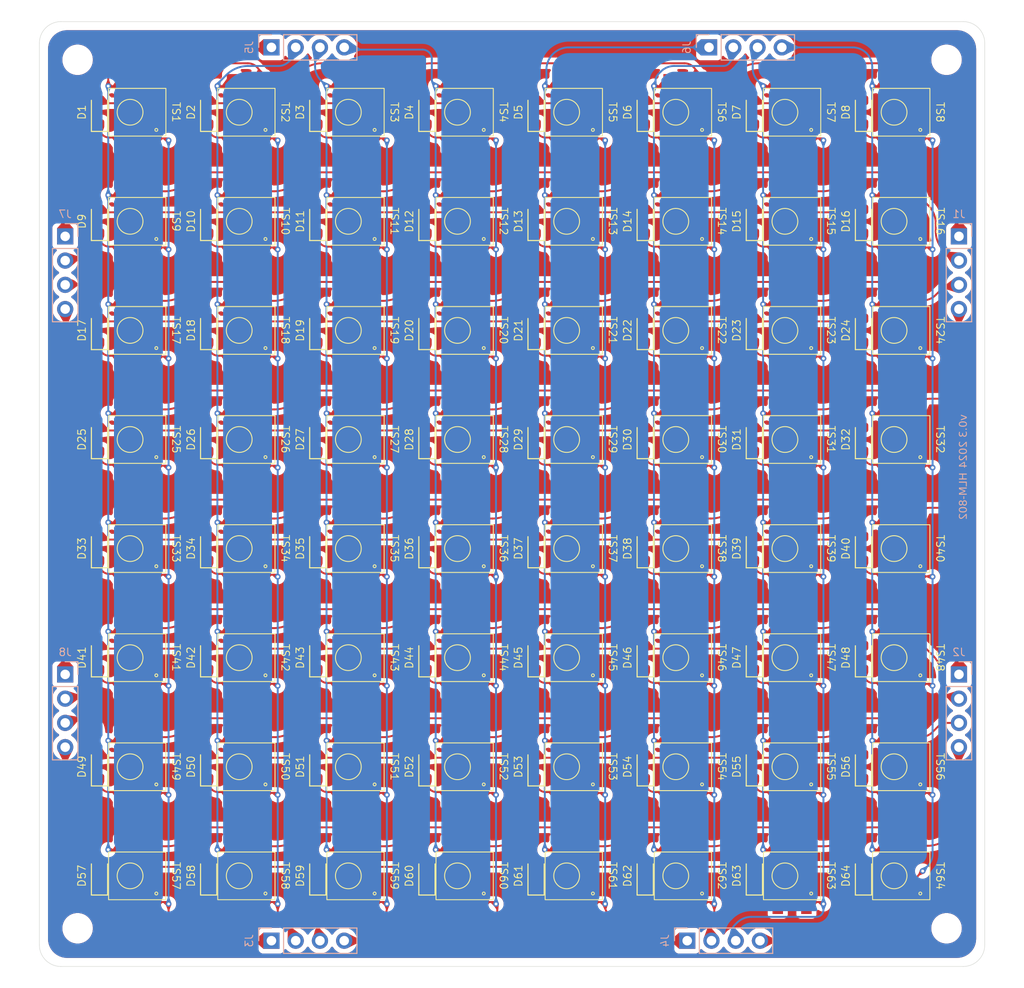
<source format=kicad_pcb>
(kicad_pcb (version 20240108) (generator "pcbnew") (generator_version "8.0")
  (layers (0 "F.Cu" signal) (31 "B.Cu" signal) (34 "B.Paste" user) (35 "F.Paste" user) (36 "B.SilkS" user "B.Silkscreen") (37 "F.SilkS" user "F.Silkscreen") (38 "B.Mask" user) (39 "F.Mask" user) (44 "Edge.Cuts" user))
  (net 0 "")
  (net 1 "SW_ROW_1")
  (net 2 "Net-(D1-K)")
  (net 3 "Net-(D2-K)")
  (net 4 "Net-(D3-K)")
  (net 5 "Net-(D4-K)")
  (net 6 "Net-(D5-K)")
  (net 7 "Net-(D6-K)")
  (net 8 "Net-(D7-K)")
  (net 9 "Net-(D8-K)")
  (net 10 "SW_ROW_2")
  (net 11 "SW_ROW_3")
  (net 12 "SW_ROW_4")
  (net 13 "SW_ROW_5")
  (net 14 "SW_ROW_6")
  (net 15 "SW_ROW_7")
  (net 16 "SW_ROW_8")
  (net 17 "SW_COL_1")
  (net 18 "SW_COL_2")
  (net 19 "SW_COL_3")
  (net 20 "SW_COL_4")
  (net 21 "SW_COL_5")
  (net 22 "SW_COL_6")
  (net 23 "SW_COL_7")
  (net 24 "SW_COL_8")
  (net 25 "GND")
  (net 26 "LED_COL_1")
  (net 27 "LED_ROW_2")
  (net 28 "LED_COL_2")
  (net 29 "LED_COL_3")
  (net 30 "LED_COL_4")
  (net 31 "LED_COL_5")
  (net 32 "LED_COL_6")
  (net 33 "LED_COL_7")
  (net 34 "LED_COL_8")
  (net 35 "LED_ROW_3")
  (net 36 "LED_ROW_4")
  (net 37 "LED_ROW_5")
  (net 38 "LED_ROW_6")
  (net 39 "LED_ROW_7")
  (net 40 "LED_ROW_8")
  (net 41 "LED_ROW_1")
  (net 42 "Net-(D9-K)")
  (net 43 "Net-(D10-K)")
  (net 44 "Net-(D11-K)")
  (net 45 "Net-(D12-K)")
  (net 46 "Net-(D13-K)")
  (net 47 "Net-(D14-K)")
  (net 48 "Net-(D15-K)")
  (net 49 "Net-(D16-K)")
  (net 50 "Net-(D17-K)")
  (net 51 "Net-(D18-K)")
  (net 52 "Net-(D19-K)")
  (net 53 "Net-(D20-K)")
  (net 54 "Net-(D21-K)")
  (net 55 "Net-(D22-K)")
  (net 56 "Net-(D23-K)")
  (net 57 "Net-(D24-K)")
  (net 58 "Net-(D25-K)")
  (net 59 "Net-(D26-K)")
  (net 60 "Net-(D27-K)")
  (net 61 "Net-(D28-K)")
  (net 62 "Net-(D29-K)")
  (net 63 "Net-(D30-K)")
  (net 64 "Net-(D31-K)")
  (net 65 "Net-(D32-K)")
  (net 66 "Net-(D33-K)")
  (net 67 "Net-(D34-K)")
  (net 68 "Net-(D35-K)")
  (net 69 "Net-(D36-K)")
  (net 70 "Net-(D37-K)")
  (net 71 "Net-(D38-K)")
  (net 72 "Net-(D39-K)")
  (net 73 "Net-(D40-K)")
  (net 74 "Net-(D41-K)")
  (net 75 "Net-(D42-K)")
  (net 76 "Net-(D43-K)")
  (net 77 "Net-(D44-K)")
  (net 78 "Net-(D45-K)")
  (net 79 "Net-(D46-K)")
  (net 80 "Net-(D47-K)")
  (net 81 "Net-(D48-K)")
  (net 82 "Net-(D49-K)")
  (net 83 "Net-(D50-K)")
  (net 84 "Net-(D51-K)")
  (net 85 "Net-(D52-K)")
  (net 86 "Net-(D53-K)")
  (net 87 "Net-(D54-K)")
  (net 88 "Net-(D55-K)")
  (net 89 "Net-(D56-K)")
  (net 90 "Net-(D57-K)")
  (net 91 "Net-(D58-K)")
  (net 92 "Net-(D59-K)")
  (net 93 "Net-(D60-K)")
  (net 94 "Net-(D61-K)")
  (net 95 "Net-(D62-K)")
  (net 96 "Net-(D63-K)")
  (net 97 "Net-(D64-K)")
  (footprint "Hugelton:TSHD-T-2.8T2--6H" (layer "F.Cu") (at 57.480881 94.888198)
    (property "Reference" "TS42")
    (property "Value" "~" (hide yes))
  )
  (footprint "Hugelton:TSHD-T-2.8T2--6H" (layer "F.Cu") (at 126.060881 37.738199)
    (property "Reference" "TS8")
    (property "Value" "~" (hide yes))
  )
  (footprint "Hugelton:TSHD-T-2.8T2--6H" (layer "F.Cu") (at 114.630881 37.738199)
    (property "Reference" "TS7")
    (property "Value" "~" (hide yes))
  )
  (footprint "Hugelton:TSHD-T-2.8T2--6H" (layer "F.Cu") (at 91.770881 94.888198)
    (property "Reference" "TS45")
    (property "Value" "~" (hide yes))
  )
  (footprint "Diode_SMD:D_SOD-323_HandSoldering" (layer "F.Cu") (at 65.710481 37.738199 90)
    (property "Reference" "D3")
    (property "Value" "1N4148WS")
  )
  (footprint "Diode_SMD:D_SOD-323_HandSoldering" (layer "F.Cu") (at 122.860481 72.028199 90)
    (property "Reference" "D32")
    (property "Value" "1N4148WS")
  )
  (footprint "Hugelton:TSHD-T-2.8T2--6H" (layer "F.Cu") (at 103.200881 49.168199)
    (property "Reference" "TS14")
    (property "Value" "~" (hide yes))
  )
  (footprint "Diode_SMD:D_SOD-323_HandSoldering" (layer "F.Cu") (at 77.140481 83.458198 90)
    (property "Reference" "D36")
    (property "Value" "1N4148WS")
  )
  (footprint "Hugelton:TSHD-T-2.8T2--6H" (layer "F.Cu") (at 126.060881 106.318198)
    (property "Reference" "TS56")
    (property "Value" "~" (hide yes))
  )
  (footprint "Diode_SMD:D_SOD-323_HandSoldering" (layer "F.Cu") (at 77.140481 117.748198 90)
    (property "Reference" "D60")
    (property "Value" "1N4148WS")
  )
  (footprint "Diode_SMD:D_SOD-323_HandSoldering" (layer "F.Cu") (at 77.140481 60.598199 90)
    (property "Reference" "D20")
    (property "Value" "1N4148WS")
  )
  (footprint "Hugelton:TSHD-T-2.8T2--6H" (layer "F.Cu") (at 46.050881 117.748198)
    (property "Reference" "TS57")
    (property "Value" "~" (hide yes))
  )
  (footprint "Diode_SMD:D_SOD-323_HandSoldering" (layer "F.Cu") (at 88.570481 117.748198 90)
    (property "Reference" "D61")
    (property "Value" "1N4148WS")
  )
  (footprint "Diode_SMD:D_SOD-323_HandSoldering" (layer "F.Cu") (at 122.860481 83.458198 90)
    (property "Reference" "D40")
    (property "Value" "1N4148WS")
  )
  (footprint "Diode_SMD:D_SOD-323_HandSoldering" (layer "F.Cu") (at 122.860481 37.738199 90)
    (property "Reference" "D8")
    (property "Value" "1N4148WS")
  )
  (footprint "Hugelton:TSHD-T-2.8T2--6H" (layer "F.Cu") (at 126.060881 49.168199)
    (property "Reference" "TS16")
    (property "Value" "~" (hide yes))
  )
  (footprint "Diode_SMD:D_SOD-323_HandSoldering" (layer "F.Cu") (at 88.570481 37.738199 90)
    (property "Reference" "D5")
    (property "Value" "1N4148WS")
  )
  (footprint "Hugelton:TSHD-T-2.8T2--6H" (layer "F.Cu") (at 103.200881 106.318198)
    (property "Reference" "TS54")
    (property "Value" "~" (hide yes))
  )
  (footprint "Diode_SMD:D_SOD-323_HandSoldering" (layer "F.Cu") (at 111.430481 94.888198 90)
    (property "Reference" "D47")
    (property "Value" "1N4148WS")
  )
  (footprint "Diode_SMD:D_SOD-323_HandSoldering" (layer "F.Cu") (at 100.000481 72.028199 90)
    (property "Reference" "D30")
    (property "Value" "1N4148WS")
  )
  (footprint "Diode_SMD:D_SOD-323_HandSoldering" (layer "F.Cu") (at 65.710481 117.748198 90)
    (property "Reference" "D59")
    (property "Value" "1N4148WS")
  )
  (footprint "Hugelton:TSHD-T-2.8T2--6H" (layer "F.Cu") (at 80.340881 37.738199)
    (property "Reference" "TS4")
    (property "Value" "~" (hide yes))
  )
  (footprint "Diode_SMD:D_SOD-323_HandSoldering" (layer "F.Cu") (at 111.430481 60.598199 90)
    (property "Reference" "D23")
    (property "Value" "1N4148WS")
  )
  (footprint "Hugelton:TSHD-T-2.8T2--6H" (layer "F.Cu") (at 91.770881 106.318198)
    (property "Reference" "TS53")
    (property "Value" "~" (hide yes))
  )
  (footprint "Diode_SMD:D_SOD-323_HandSoldering" (layer "F.Cu") (at 111.430481 83.458198 90)
    (property "Reference" "D39")
    (property "Value" "1N4148WS")
  )
  (footprint "Diode_SMD:D_SOD-323_HandSoldering" (layer "F.Cu") (at 54.280481 60.598199 90)
    (property "Reference" "D18")
    (property "Value" "1N4148WS")
  )
  (footprint "Diode_SMD:D_SOD-323_HandSoldering" (layer "F.Cu") (at 65.710481 94.888198 90)
    (property "Reference" "D43")
    (property "Value" "1N4148WS")
  )
  (footprint "Diode_SMD:D_SOD-323_HandSoldering" (layer "F.Cu") (at 88.570481 49.168199 90)
    (property "Reference" "D13")
    (property "Value" "1N4148WS")
  )
  (footprint "Diode_SMD:D_SOD-323_HandSoldering" (layer "F.Cu") (at 100.000481 37.738199 90)
    (property "Reference" "D6")
    (property "Value" "1N4148WS")
  )
  (footprint "Hugelton:TSHD-T-2.8T2--6H" (layer "F.Cu") (at 57.480881 106.318198)
    (property "Reference" "TS50")
    (property "Value" "~" (hide yes))
  )
  (footprint "Diode_SMD:D_SOD-323_HandSoldering" (layer "F.Cu") (at 77.140481 49.168199 90)
    (property "Reference" "D12")
    (property "Value" "1N4148WS")
  )
  (footprint "Hugelton:TSHD-T-2.8T2--6H" (layer "F.Cu") (at 46.050881 106.318198)
    (property "Reference" "TS49")
    (property "Value" "~" (hide yes))
  )
  (footprint "Hugelton:TSHD-T-2.8T2--6H" (layer "F.Cu") (at 126.060881 83.458198)
    (property "Reference" "TS40")
    (property "Value" "~" (hide yes))
  )
  (footprint "Diode_SMD:D_SOD-323_HandSoldering" (layer "F.Cu") (at 100.000481 94.888198 90)
    (property "Reference" "D46")
    (property "Value" "1N4148WS")
  )
  (footprint "Diode_SMD:D_SOD-323_HandSoldering" (layer "F.Cu") (at 100.000481 106.318198 90)
    (property "Reference" "D54")
    (property "Value" "1N4148WS")
  )
  (footprint "Hugelton:TSHD-T-2.8T2--6H" (layer "F.Cu") (at 103.200881 72.028199)
    (property "Reference" "TS30")
    (property "Value" "~" (hide yes))
  )
  (footprint "Diode_SMD:D_SOD-323_HandSoldering" (layer "F.Cu") (at 77.140481 106.318198 90)
    (property "Reference" "D52")
    (property "Value" "1N4148WS")
  )
  (footprint "Hugelton:TSHD-T-2.8T2--6H" (layer "F.Cu") (at 68.910881 106.318198)
    (property "Reference" "TS51")
    (property "Value" "~" (hide yes))
  )
  (footprint "MountingHole:MountingHole_2.7mm_M2.5" (layer "F.Cu") (at 131.555881 32.243199)
    (property "Reference" "REF**" (hide yes))
    (property "Value" "MountingHole_2.7mm_M2.5")
  )
  (footprint "Diode_SMD:D_SOD-323_HandSoldering" (layer "F.Cu") (at 77.140481 72.028199 90)
    (property "Reference" "D28")
    (property "Value" "1N4148WS")
  )
  (footprint "Diode_SMD:D_SOD-323_HandSoldering" (layer "F.Cu") (at 111.430481 37.738199 90)
    (property "Reference" "D7")
    (property "Value" "1N4148WS")
  )
  (footprint "Diode_SMD:D_SOD-323_HandSoldering" (layer "F.Cu") (at 65.710481 83.458198 90)
    (property "Reference" "D35")
    (property "Value" "1N4148WS")
  )
  (footprint "Hugelton:TSHD-T-2.8T2--6H" (layer "F.Cu") (at 114.630881 72.028199)
    (property "Reference" "TS31")
    (property "Value" "~" (hide yes))
  )
  (footprint "Hugelton:TSHD-T-2.8T2--6H" (layer "F.Cu") (at 80.340881 60.598199)
    (property "Reference" "TS20")
    (property "Value" "~" (hide yes))
  )
  (footprint "Hugelton:TSHD-T-2.8T2--6H" (layer "F.Cu") (at 57.480881 83.458198)
    (property "Reference" "TS34")
    (property "Value" "~" (hide yes))
  )
  (footprint "Hugelton:TSHD-T-2.8T2--6H" (layer "F.Cu") (at 91.770881 49.168199)
    (property "Reference" "TS13")
    (property "Value" "~" (hide yes))
  )
  (footprint "Hugelton:TSHD-T-2.8T2--6H" (layer "F.Cu") (at 103.200881 117.748198)
    (property "Reference" "TS62")
    (property "Value" "~" (hide yes))
  )
  (footprint "Hugelton:TSHD-T-2.8T2--6H" (layer "F.Cu") (at 68.910881 60.598199)
    (property "Reference" "TS19")
    (property "Value" "~" (hide yes))
  )
  (footprint "Diode_SMD:D_SOD-323_HandSoldering" (layer "F.Cu") (at 122.860481 106.318198 90)
    (property "Reference" "D56")
    (property "Value" "1N4148WS")
  )
  (footprint "Hugelton:TSHD-T-2.8T2--6H" (layer "F.Cu") (at 57.480881 49.168199)
    (property "Reference" "TS10")
    (property "Value" "~" (hide yes))
  )
  (footprint "Hugelton:TSHD-T-2.8T2--6H" (layer "F.Cu") (at 103.200881 60.598199)
    (property "Reference" "TS22")
    (property "Value" "~" (hide yes))
  )
  (footprint "Hugelton:TSHD-T-2.8T2--6H" (layer "F.Cu") (at 80.340881 49.168199)
    (property "Reference" "TS12")
    (property "Value" "~" (hide yes))
  )
  (footprint "Diode_SMD:D_SOD-323_HandSoldering" (layer "F.Cu") (at 42.850481 117.748198 90)
    (property "Reference" "D57")
    (property "Value" "1N4148WS")
  )
  (footprint "Diode_SMD:D_SOD-323_HandSoldering" (layer "F.Cu") (at 122.860481 117.748198 90)
    (property "Reference" "D64")
    (property "Value" "1N4148WS")
  )
  (footprint "Diode_SMD:D_SOD-323_HandSoldering" (layer "F.Cu") (at 122.860481 60.598199 90)
    (property "Reference" "D24")
    (property "Value" "1N4148WS")
  )
  (footprint "Hugelton:TSHD-T-2.8T2--6H" (layer "F.Cu") (at 114.630881 106.318198)
    (property "Reference" "TS55")
    (property "Value" "~" (hide yes))
  )
  (footprint "Hugelton:TSHD-T-2.8T2--6H" (layer "F.Cu") (at 103.200881 37.738199)
    (property "Reference" "TS6")
    (property "Value" "~" (hide yes))
  )
  (footprint "Hugelton:TSHD-T-2.8T2--6H" (layer "F.Cu") (at 91.770881 72.028199)
    (property "Reference" "TS29")
    (property "Value" "~" (hide yes))
  )
  (footprint "Hugelton:TSHD-T-2.8T2--6H" (layer "F.Cu") (at 80.340881 106.318198)
    (property "Reference" "TS52")
    (property "Value" "~" (hide yes))
  )
  (footprint "Hugelton:TSHD-T-2.8T2--6H" (layer "F.Cu") (at 103.200881 94.888198)
    (property "Reference" "TS46")
    (property "Value" "~" (hide yes))
  )
  (footprint "Hugelton:TSHD-T-2.8T2--6H" (layer "F.Cu") (at 126.060881 94.888198)
    (property "Reference" "TS48")
    (property "Value" "~" (hide yes))
  )
  (footprint "Diode_SMD:D_SOD-323_HandSoldering" (layer "F.Cu") (at 100.000481 60.598199 90)
    (property "Reference" "D22")
    (property "Value" "1N4148WS")
  )
  (footprint "Hugelton:TSHD-T-2.8T2--6H" (layer "F.Cu") (at 91.770881 83.458198)
    (property "Reference" "TS37")
    (property "Value" "~" (hide yes))
  )
  (footprint "Diode_SMD:D_SOD-323_HandSoldering" (layer "F.Cu") (at 65.710481 49.168199 90)
    (property "Reference" "D11")
    (property "Value" "1N4148WS")
  )
  (footprint "Hugelton:TSHD-T-2.8T2--6H" (layer "F.Cu") (at 80.340881 83.458198)
    (property "Reference" "TS36")
    (property "Value" "~" (hide yes))
  )
  (footprint "Diode_SMD:D_SOD-323_HandSoldering" (layer "F.Cu") (at 65.710481 60.598199 90)
    (property "Reference" "D19")
    (property "Value" "1N4148WS")
  )
  (footprint "Diode_SMD:D_SOD-323_HandSoldering" (layer "F.Cu") (at 111.430481 72.028199 90)
    (property "Reference" "D31")
    (property "Value" "1N4148WS")
  )
  (footprint "Hugelton:TSHD-T-2.8T2--6H" (layer "F.Cu") (at 80.340881 117.748198)
    (property "Reference" "TS60")
    (property "Value" "~" (hide yes))
  )
  (footprint "Diode_SMD:D_SOD-323_HandSoldering" (layer "F.Cu") (at 42.850481 106.318198 90)
    (property "Reference" "D49")
    (property "Value" "1N4148WS")
  )
  (footprint "Diode_SMD:D_SOD-323_HandSoldering" (layer "F.Cu") (at 65.710481 106.318198 90)
    (property "Reference" "D51")
    (property "Value" "1N4148WS")
  )
  (footprint "Hugelton:TSHD-T-2.8T2--6H" (layer "F.Cu") (at 46.050881 60.598199)
    (property "Reference" "TS17")
    (property "Value" "~" (hide yes))
  )
  (footprint "Diode_SMD:D_SOD-323_HandSoldering" (layer "F.Cu") (at 54.280481 106.318198 90)
    (property "Reference" "D50")
    (property "Value" "1N4148WS")
  )
  (footprint "Hugelton:TSHD-T-2.8T2--6H" (layer "F.Cu") (at 114.630881 94.888198)
    (property "Reference" "TS47")
    (property "Value" "~" (hide yes))
  )
  (footprint "Hugelton:TSHD-T-2.8T2--6H" (layer "F.Cu") (at 126.060881 60.598199)
    (property "Reference" "TS24")
    (property "Value" "~" (hide yes))
  )
  (footprint "Diode_SMD:D_SOD-323_HandSoldering" (layer "F.Cu") (at 54.280481 94.888198 90)
    (property "Reference" "D42")
    (property "Value" "1N4148WS")
  )
  (footprint "Diode_SMD:D_SOD-323_HandSoldering" (layer "F.Cu") (at 42.850481 49.168199 90)
    (property "Reference" "D9")
    (property "Value" "1N4148WS")
  )
  (footprint "Diode_SMD:D_SOD-323_HandSoldering" (layer "F.Cu") (at 42.850481 72.028199 90)
    (property "Reference" "D25")
    (property "Value" "1N4148WS")
  )
  (footprint "Hugelton:TSHD-T-2.8T2--6H" (layer "F.Cu") (at 80.340881 94.888198)
    (property "Reference" "TS44")
    (property "Value" "~" (hide yes))
  )
  (footprint "Hugelton:TSHD-T-2.8T2--6H" (layer "F.Cu") (at 68.910881 94.888198)
    (property "Reference" "TS43")
    (property "Value" "~" (hide yes))
  )
  (footprint "Hugelton:TSHD-T-2.8T2--6H" (layer "F.Cu") (at 126.060881 117.748198)
    (property "Reference" "TS64")
    (property "Value" "~" (hide yes))
  )
  (footprint "Hugelton:TSHD-T-2.8T2--6H" (layer "F.Cu") (at 91.770881 60.598199)
    (property "Reference" "TS21")
    (property "Value" "~" (hide yes))
  )
  (footprint "Hugelton:TSHD-T-2.8T2--6H" (layer "F.Cu") (at 68.910881 117.748198)
    (property "Reference" "TS59")
    (property "Value" "~" (hide yes))
  )
  (footprint "MountingHole:MountingHole_2.7mm_M2.5" (layer "F.Cu") (at 131.555881 123.243199)
    (property "Reference" "REF**" (hide yes))
    (property "Value" "MountingHole_2.7mm_M2.5")
  )
  (footprint "Diode_SMD:D_SOD-323_HandSoldering" (layer "F.Cu") (at 100.000481 117.748198 90)
    (property "Reference" "D62")
    (property "Value" "1N4148WS")
  )
  (footprint "Hugelton:TSHD-T-2.8T2--6H" (layer "F.Cu") (at 46.050881 49.168199)
    (property "Reference" "TS9")
    (property "Value" "~" (hide yes))
  )
  (footprint "Diode_SMD:D_SOD-323_HandSoldering" (layer "F.Cu") (at 88.570481 94.888198 90)
    (property "Reference" "D45")
    (property "Value" "1N4148WS")
  )
  (footprint "Diode_SMD:D_SOD-323_HandSoldering" (layer "F.Cu") (at 42.850481 60.598199 90)
    (property "Reference" "D17")
    (property "Value" "1N4148WS")
  )
  (footprint "Hugelton:TSHD-T-2.8T2--6H" (layer "F.Cu") (at 46.050881 37.738199)
    (property "Reference" "TS1")
    (property "Value" "~" (hide yes))
  )
  (footprint "Diode_SMD:D_SOD-323_HandSoldering" (layer "F.Cu") (at 88.570481 106.318198 90)
    (property "Reference" "D53")
    (property "Value" "1N4148WS")
  )
  (footprint "Hugelton:TSHD-T-2.8T2--6H" (layer "F.Cu") (at 57.480881 37.738199)
    (property "Reference" "TS2")
    (property "Value" "~" (hide yes))
  )
  (footprint "Hugelton:TSHD-T-2.8T2--6H" (layer "F.Cu") (at 46.050881 83.458198)
    (property "Reference" "TS33")
    (property "Value" "~" (hide yes))
  )
  (footprint "Hugelton:TSHD-T-2.8T2--6H" (layer "F.Cu") (at 126.060881 72.028199)
    (property "Reference" "TS32")
    (property "Value" "~" (hide yes))
  )
  (footprint "Diode_SMD:D_SOD-323_HandSoldering" (layer "F.Cu") (at 77.140481 94.888198 90)
    (property "Reference" "D44")
    (property "Value" "1N4148WS")
  )
  (footprint "MountingHole:MountingHole_2.7mm_M2.5" (layer "F.Cu") (at 40.555881 123.243199)
    (property "Reference" "REF**" (hide yes))
    (property "Value" "MountingHole_2.7mm_M2.5")
  )
  (footprint "Diode_SMD:D_SOD-323_HandSoldering" (layer "F.Cu") (at 54.280481 37.738199 90)
    (property "Reference" "D2")
    (property "Value" "1N4148WS")
  )
  (footprint "Diode_SMD:D_SOD-323_HandSoldering" (layer "F.Cu") (at 42.850481 94.888198 90)
    (property "Reference" "D41")
    (property "Value" "1N4148WS")
  )
  (footprint "Diode_SMD:D_SOD-323_HandSoldering" (layer "F.Cu") (at 54.280481 72.028199 90)
    (property "Reference" "D26")
    (property "Value" "1N4148WS")
  )
  (footprint "Diode_SMD:D_SOD-323_HandSoldering" (layer "F.Cu") (at 88.570481 60.598199 90)
    (property "Reference" "D21")
    (property "Value" "1N4148WS")
  )
  (footprint "MountingHole:MountingHole_2.7mm_M2.5" (layer "F.Cu") (at 40.555881 32.243199)
    (property "Reference" "REF**" (hide yes))
    (property "Value" "MountingHole_2.7mm_M2.5")
  )
  (footprint "Hugelton:TSHD-T-2.8T2--6H" (layer "F.Cu") (at 91.770881 117.748198)
    (property "Reference" "TS61")
    (property "Value" "~" (hide yes))
  )
  (footprint "Diode_SMD:D_SOD-323_HandSoldering" (layer "F.Cu") (at 122.860481 94.888198 90)
    (property "Reference" "D48")
    (property "Value" "1N4148WS")
  )
  (footprint "Hugelton:TSHD-T-2.8T2--6H" (layer "F.Cu") (at 91.770881 37.738199)
    (property "Reference" "TS5")
    (property "Value" "~" (hide yes))
  )
  (footprint "Hugelton:TSHD-T-2.8T2--6H" (layer "F.Cu") (at 57.480881 117.748198)
    (property "Reference" "TS58")
    (property "Value" "~" (hide yes))
  )
  (footprint "Hugelton:TSHD-T-2.8T2--6H" (layer "F.Cu") (at 68.910881 49.168199)
    (property "Reference" "TS11")
    (property "Value" "~" (hide yes))
  )
  (footprint "Diode_SMD:D_SOD-323_HandSoldering" (layer "F.Cu") (at 88.570481 72.028199 90)
    (property "Reference" "D29")
    (property "Value" "1N4148WS")
  )
  (footprint "Hugelton:TSHD-T-2.8T2--6H" (layer "F.Cu") (at 46.050881 72.028199)
    (property "Reference" "TS25")
    (property "Value" "~" (hide yes))
  )
  (footprint "Diode_SMD:D_SOD-323_HandSoldering" (layer "F.Cu") (at 111.430481 117.748198 90)
    (property "Reference" "D63")
    (property "Value" "1N4148WS")
  )
  (footprint "Hugelton:TSHD-T-2.8T2--6H" (layer "F.Cu") (at 68.910881 37.738199)
    (property "Reference" "TS3")
    (property "Value" "~" (hide yes))
  )
  (footprint "Diode_SMD:D_SOD-323_HandSoldering" (layer "F.Cu") (at 111.430481 49.168199 90)
    (property "Reference" "D15")
    (property "Value" "1N4148WS")
  )
  (footprint "Diode_SMD:D_SOD-323_HandSoldering" (layer "F.Cu") (at 100.000481 83.458198 90)
    (property "Reference" "D38")
    (property "Value" "1N4148WS")
  )
  (footprint "Hugelton:TSHD-T-2.8T2--6H" (layer "F.Cu") (at 103.200881 83.458198)
    (property "Reference" "TS38")
    (property "Value" "~" (hide yes))
  )
  (footprint "Diode_SMD:D_SOD-323_HandSoldering" (layer "F.Cu") (at 122.860481 49.168199 90)
    (property "Reference" "D16")
    (property "Value" "1N4148WS")
  )
  (footprint "Diode_SMD:D_SOD-323_HandSoldering" (layer "F.Cu") (at 100.000481 49.168199 90)
    (property "Reference" "D14")
    (property "Value" "1N4148WS")
  )
  (footprint "Hugelton:TSHD-T-2.8T2--6H" (layer "F.Cu") (at 68.910881 72.028199)
    (property "Reference" "TS27")
    (property "Value" "~" (hide yes))
  )
  (footprint "Diode_SMD:D_SOD-323_HandSoldering" (layer "F.Cu") (at 111.430481 106.318198 90)
    (property "Reference" "D55")
    (property "Value" "1N4148WS")
  )
  (footprint "Hugelton:TSHD-T-2.8T2--6H" (layer "F.Cu") (at 68.910881 83.458198)
    (property "Reference" "TS35")
    (property "Value" "~" (hide yes))
  )
  (footprint "Hugelton:TSHD-T-2.8T2--6H" (layer "F.Cu") (at 57.480881 72.028199)
    (property "Reference" "TS26")
    (property "Value" "~" (hide yes))
  )
  (footprint "Diode_SMD:D_SOD-323_HandSoldering" (layer "F.Cu") (at 54.280481 49.168199 90)
    (property "Reference" "D10")
    (property "Value" "1N4148WS")
  )
  (footprint "Hugelton:TSHD-T-2.8T2--6H" (layer "F.Cu") (at 114.630881 117.748198)
    (property "Reference" "TS63")
    (property "Value" "~" (hide yes))
  )
  (footprint "Diode_SMD:D_SOD-323_HandSoldering" (layer "F.Cu") (at 42.850481 83.458198 90)
    (property "Reference" "D33")
    (property "Value" "1N4148WS")
  )
  (footprint "Hugelton:TSHD-T-2.8T2--6H" (layer "F.Cu") (at 46.050881 94.888198)
    (property "Reference" "TS41")
    (property "Value" "~" (hide yes))
  )
  (footprint "Diode_SMD:D_SOD-323_HandSoldering" (layer "F.Cu") (at 42.850481 37.738199 90)
    (property "Reference" "D1")
    (property "Value" "1N4148WS")
  )
  (footprint "Hugelton:TSHD-T-2.8T2--6H" (layer "F.Cu") (at 114.630881 49.168199)
    (property "Reference" "TS15")
    (property "Value" "~" (hide yes))
  )
  (footprint "Hugelton:TSHD-T-2.8T2--6H" (layer "F.Cu") (at 114.630881 60.598199)
    (property "Reference" "TS23")
    (property "Value" "~" (hide yes))
  )
  (footprint "Hugelton:TSHD-T-2.8T2--6H" (layer "F.Cu") (at 80.340881 72.028199)
    (property "Reference" "TS28")
    (property "Value" "~" (hide yes))
  )
  (footprint "Diode_SMD:D_SOD-323_HandSoldering" (layer "F.Cu") (at 77.140481 37.738199 90)
    (property "Reference" "D4")
    (property "Value" "1N4148WS")
  )
  (footprint "Hugelton:TSHD-T-2.8T2--6H" (layer "F.Cu") (at 114.630881 83.458198)
    (property "Reference" "TS39")
    (property "Value" "~" (hide yes))
  )
  (footprint "Diode_SMD:D_SOD-323_HandSoldering" (layer "F.Cu") (at 54.280481 117.748198 90)
    (property "Reference" "D58")
    (property "Value" "1N4148WS")
  )
  (footprint "Diode_SMD:D_SOD-323_HandSoldering" (layer "F.Cu") (at 88.570481 83.458198 90)
    (property "Reference" "D37")
    (property "Value" "1N4148WS")
  )
  (footprint "Hugelton:TSHD-T-2.8T2--6H" (layer "F.Cu") (at 57.480881 60.598199)
    (property "Reference" "TS18")
    (property "Value" "~" (hide yes))
  )
  (footprint "Diode_SMD:D_SOD-323_HandSoldering" (layer "F.Cu") (at 54.280481 83.458198 90)
    (property "Reference" "D34")
    (property "Value" "1N4148WS")
  )
  (footprint "Diode_SMD:D_SOD-323_HandSoldering" (layer "F.Cu") (at 65.710481 72.028199 90)
    (property "Reference" "D27")
    (property "Value" "1N4148WS")
  )
  (footprint "Connector_PinHeader_2.54mm:PinHeader_1x04_P2.54mm_Vertical" (layer "B.Cu") (at 60.855881 124.543198 -90)
    (property "Reference" "J3")
    (property "Value" "Conn_01x04_Pin")
  )
  (footprint "Connector_PinHeader_2.54mm:PinHeader_1x04_P2.54mm_Vertical" (layer "B.Cu") (at 104.397881 124.543198 -90)
    (property "Reference" "J4")
    (property "Value" "Conn_01x04_Pin")
  )
  (footprint "Connector_PinHeader_2.54mm:PinHeader_1x04_P2.54mm_Vertical" (layer "B.Cu") (at 39.255881 96.643198 180)
    (property "Reference" "J8")
    (property "Value" "Conn_01x04_Pin")
  )
  (footprint "Connector_PinHeader_2.54mm:PinHeader_1x04_P2.54mm_Vertical" (layer "B.Cu") (at 39.255881 50.743199 180)
    (property "Reference" "J7")
    (property "Value" "Conn_01x04_Pin")
  )
  (footprint "Connector_PinHeader_2.54mm:PinHeader_1x04_P2.54mm_Vertical" (layer "B.Cu") (at 132.855881 96.643198 180)
    (property "Reference" "J2")
    (property "Value" "Conn_01x04_Pin" (hide yes))
  )
  (footprint "Connector_PinHeader_2.54mm:PinHeader_1x04_P2.54mm_Vertical" (layer "B.Cu") (at 106.683881 30.943199 -90)
    (property "Reference" "J6")
    (property "Value" "Conn_01x04_Pin")
  )
  (footprint "Connector_PinHeader_2.54mm:PinHeader_1x04_P2.54mm_Vertical" (layer "B.Cu") (at 132.855881 50.743199 180)
    (property "Reference" "J1")
    (property "Value" "Conn_01x04_Pin" (hide yes))
  )
  (footprint "Connector_PinHeader_2.54mm:PinHeader_1x04_P2.54mm_Vertical" (layer "B.Cu") (at 60.855881 30.943199 -90)
    (property "Reference" "J5")
    (property "Value" "Conn_01x04_Pin")
  )
  (gr_arc (start 135.555881 124.993198) (mid 134.89687 126.584182) (end 133.305881 127.243198) (stroke (width 0.05)) (layer "Edge.Cuts"))
  (gr_line (start 38.805881 28.243199) (end 133.305881 28.243199) (stroke (width 0.05)) (layer "Edge.Cuts"))
  (gr_line (start 135.555881 124.993198) (end 135.555881 30.493199) (stroke (width 0.05)) (layer "Edge.Cuts"))
  (gr_line (start 36.555881 124.993198) (end 36.555881 30.493199) (stroke (width 0.05)) (layer "Edge.Cuts"))
  (gr_line (start 133.305881 127.243198) (end 38.805881 127.243198) (stroke (width 0.05)) (layer "Edge.Cuts"))
  (gr_arc (start 133.305881 28.243199) (mid 134.896884 28.902202) (end 135.555881 30.493199) (stroke (width 0.05)) (layer "Edge.Cuts"))
  (gr_arc (start 38.805881 127.243198) (mid 37.214903 126.584181) (end 36.555881 124.993198) (stroke (width 0.05)) (layer "Edge.Cuts"))
  (gr_arc (start 36.555881 30.493199) (mid 37.21489 28.902202) (end 38.805881 28.243199) (stroke (width 0.05)) (layer "Edge.Cuts"))
  (gr_text "v0.3 2024" (at 133.807881 69.391199 90) (layer "B.SilkS") (effects (font (size 0.8 0.8)) (justify left bottom mirror)))
  (gr_text "HLM-802" (at 133.807881 75.487199 90) (layer "B.SilkS") (effects (font (size 0.8 0.8)) (justify left bottom mirror)))
  (segment (start 77.140481 36.793199) (end 88.570481 36.793199) (width 0.2) (layer "F.Cu") (net 1))
  (segment (start 100.000481 36.793199) (end 111.430481 36.793199) (width 0.2) (layer "F.Cu") (net 1))
  (segment (start 111.430481 36.793199) (end 122.860481 36.793199) (width 0.2) (layer "F.Cu") (net 1))
  (segment (start 42.011681 36.793199) (end 42.850481 36.793199) (width 0.2) (layer "F.Cu") (net 1))
  (segment (start 54.280481 36.793199) (end 65.710481 36.793199) (width 0.2) (layer "F.Cu") (net 1))
  (segment (start 65.710481 36.793199) (end 77.140481 36.793199) (width 0.2) (layer "F.Cu") (net 1))
  (segment (start 100.000481 36.793199) (end 88.570481 36.793199) (width 0.2) (layer "F.Cu") (net 1))
  (segment (start 39.255881 40.065723) (end 39.255881 50.743199) (width 0.2) (layer "F.Cu") (net 1))
  (segment (start 54.280481 36.793199) (end 42.850481 36.793199) (width 0.2) (layer "F.Cu") (net 1))
  (segment (start 40.57976 37.38632) (end 40.214381 37.751698) (width 0.2) (layer "F.Cu") (net 1))
  (arc (start 40.57976 37.38632) (mid 41.236731 36.947346) (end 42.011681 36.793199) (width 0.2) (layer "F.Cu") (net 1))
  (arc (start 40.214381 37.751698) (mid 39.504987 38.813382) (end 39.255881 40.065723) (width 0.2) (layer "F.Cu") (net 1))
  (segment (start 43.870648 40.393199) (end 45.375881 40.393199) (width 0.2) (layer "F.Cu") (net 2))
  (segment (start 42.850481 39.373032) (end 42.850481 38.683199) (width 0.2) (layer "F.Cu") (net 2))
  (arc (start 43.149281 40.094399) (mid 42.928136 39.763432) (end 42.850481 39.373032) (width 0.2) (layer "F.Cu") (net 2))
  (arc (start 43.149281 40.094399) (mid 43.480247 40.315544) (end 43.870648 40.393199) (width 0.2) (layer "F.Cu") (net 2))
  (segment (start 55.300648 40.393199) (end 56.805881 40.393199) (width 0.2) (layer "F.Cu") (net 3))
  (segment (start 54.280481 39.373032) (end 54.280481 38.683199) (width 0.2) (layer "F.Cu") (net 3))
  (arc (start 54.280481 39.373032) (mid 54.358136 39.763432) (end 54.579281 40.094399) (width 0.2) (layer "F.Cu") (net 3))
  (arc (start 55.300648 40.393199) (mid 54.910247 40.315544) (end 54.579281 40.094399) (width 0.2) (layer "F.Cu") (net 3))
  (segment (start 66.730648 40.393199) (end 68.235881 40.393199) (width 0.2) (layer "F.Cu") (net 4))
  (segment (start 65.710481 39.373032) (end 65.710481 38.683199) (width 0.2) (layer "F.Cu") (net 4))
  (arc (start 65.710481 39.373032) (mid 65.788136 39.763432) (end 66.009281 40.094399) (width 0.2) (layer "F.Cu") (net 4))
  (arc (start 66.730648 40.393199) (mid 66.340247 40.315544) (end 66.009281 40.094399) (width 0.2) (layer "F.Cu") (net 4))
  (segment (start 77.140481 39.373032) (end 77.140481 38.683199) (width 0.2) (layer "F.Cu") (net 5))
  (segment (start 78.160648 40.393199) (end 79.665881 40.393199) (width 0.2) (layer "F.Cu") (net 5))
  (arc (start 77.140481 39.373032) (mid 77.218136 39.763432) (end 77.439281 40.094399) (width 0.2) (layer "F.Cu") (net 5))
  (arc (start 78.160648 40.393199) (mid 77.770247 40.315544) (end 77.439281 40.094399) (width 0.2) (layer "F.Cu") (net 5))
  (segment (start 89.590648 40.393199) (end 91.095881 40.393199) (width 0.2) (layer "F.Cu") (net 6))
  (segment (start 88.570481 39.373032) (end 88.570481 38.683199) (width 0.2) (layer "F.Cu") (net 6))
  (arc (start 88.869281 40.094399) (mid 88.648136 39.763432) (end 88.570481 39.373032) (width 0.2) (layer "F.Cu") (net 6))
  (arc (start 88.869281 40.094399) (mid 89.200247 40.315544) (end 89.590648 40.393199) (width 0.2) (layer "F.Cu") (net 6))
  (segment (start 100.000481 39.373032) (end 100.000481 38.683199) (width 0.2) (layer "F.Cu") (net 7))
  (segment (start 101.020648 40.393199) (end 102.525881 40.393199) (width 0.2) (layer "F.Cu") (net 7))
  (arc (start 101.020648 40.393199) (mid 100.630247 40.315544) (end 100.299281 40.094399) (width 0.2) (layer "F.Cu") (net 7))
  (arc (start 100.000481 39.373032) (mid 100.078136 39.763432) (end 100.299281 40.094399) (width 0.2) (layer "F.Cu") (net 7))
  (segment (start 111.430481 39.373032) (end 111.430481 38.683199) (width 0.2) (layer "F.Cu") (net 8))
  (segment (start 112.450648 40.393199) (end 113.955881 40.393199) (width 0.2) (layer "F.Cu") (net 8))
  (arc (start 111.729281 40.094399) (mid 112.060247 40.315544) (end 112.450648 40.393199) (width 0.2) (layer "F.Cu") (net 8))
  (arc (start 111.430481 39.373032) (mid 111.508136 39.763432) (end 111.729281 40.094399) (width 0.2) (layer "F.Cu") (net 8))
  (segment (start 123.880648 40.393199) (end 125.385881 40.393199) (width 0.2) (layer "F.Cu") (net 9))
  (segment (start 122.860481 39.373032) (end 122.860481 38.683199) (width 0.2) (layer "F.Cu") (net 9))
  (arc (start 123.159281 40.094399) (mid 123.490247 40.315544) (end 123.880648 40.393199) (width 0.2) (layer "F.Cu") (net 9))
  (arc (start 122.860481 39.373032) (mid 122.938136 39.763432) (end 123.159281 40.094399) (width 0.2) (layer "F.Cu") (net 9))
  (segment (start 111.430481 48.223199) (end 122.860481 48.223199) (width 0.2) (layer "F.Cu") (net 10))
  (segment (start 77.140481 48.223199) (end 88.570481 48.223199) (width 0.2) (layer "F.Cu") (net 10))
  (segment (start 88.570481 48.223199) (end 100.000481 48.223199) (width 0.2) (layer "F.Cu") (net 10))
  (segment (start 111.430481 48.223199) (end 100.000481 48.223199) (width 0.2) (layer "F.Cu") (net 10))
  (segment (start 54.280481 48.223199) (end 42.868931 48.223199) (width 0.2) (layer "F.Cu") (net 10))
  (segment (start 65.710481 48.223199) (end 77.140481 48.223199) (width 0.2) (layer "F.Cu") (net 10))
  (segment (start 65.710481 48.223199) (end 54.280481 48.223199) (width 0.2) (layer "F.Cu") (net 10))
  (segment (start 40.43931 53.029199) (end 39.255881 53.029199) (width 0.2) (layer "F.Cu") (net 10))
  (segment (start 41.645381 51.823128) (end 41.645381 50.317333) (width 0.2) (layer "F.Cu") (net 10))
  (segment (start 42.247931 48.862649) (end 42.837435 48.273145) (width 0.2) (layer "F.Cu") (net 10))
  (arc (start 42.247931 48.862649) (mid 41.801979 49.530063) (end 41.645381 50.317333) (width 0.2) (layer "F.Cu") (net 10))
  (arc (start 41.645381 51.823128) (mid 41.553574 52.284672) (end 41.292131 52.675949) (width 0.2) (layer "F.Cu") (net 10))
  (arc (start 41.292131 52.675949) (mid 40.900854 52.937392) (end 40.43931 53.029199) (width 0.2) (layer "F.Cu") (net 10))
  (segment (start 111.430481 59.653199) (end 122.860481 59.653199) (width 0.2) (layer "F.Cu") (net 11))
  (segment (start 88.570481 59.653199) (end 77.140481 59.653199) (width 0.2) (layer "F.Cu") (net 11))
  (segment (start 54.280481 59.653199) (end 65.710481 59.653199) (width 0.2) (layer "F.Cu") (net 11))
  (segment (start 65.710481 59.653199) (end 77.140481 59.653199) (width 0.2) (layer "F.Cu") (net 11))
  (segment (start 40.35226 55.601578) (end 41.24127 56.490588) (width 0.2) (layer "F.Cu") (net 11))
  (segment (start 88.570481 59.653199) (end 100.000481 59.653199) (width 0.2) (layer "F.Cu") (net 11))
  (segment (start 42.705383 59.0977) (end 42.049492 58.44181) (width 0.2) (layer "F.Cu") (net 11))
  (segment (start 111.430481 59.653199) (end 100.000481 59.653199) (width 0.2) (layer "F.Cu") (net 11))
  (segment (start 54.280481 59.653199) (end 43.055681 59.653199) (width 0.2) (layer "F.Cu") (net 11))
  (arc (start 40.35226 55.601578) (mid 40.035052 55.389626) (end 39.660881 55.315199) (width 0.2) (layer "F.Cu") (net 11))
  (arc (start 41.645381 57.466199) (mid 41.750406 57.994196) (end 42.049492 58.44181) (width 0.2) (layer "F.Cu") (net 11))
  (arc (start 41.24127 56.490588) (mid 41.540356 56.938202) (end 41.645381 57.466199) (width 0.2) (layer "F.Cu") (net 11))
  (arc (start 42.705383 59.0977) (mid 42.812771 59.258419) (end 42.850481 59.447999) (width 0.2) (layer "F.Cu") (net 11))
  (segment (start 42.198431 71.083199) (end 42.850481 71.083199) (width 0.2) (layer "F.Cu") (net 12))
  (segment (start 41.085312 70.62213) (end 40.452881 69.989699) (width 0.2) (layer "F.Cu") (net 12))
  (segment (start 100.000481 71.083199) (end 88.570481 71.083199) (width 0.2) (layer "F.Cu") (net 12))
  (segment (start 100.000481 71.083199) (end 111.430481 71.083199) (width 0.2) (layer "F.Cu") (net 12))
  (segment (start 111.430481 71.083199) (end 122.860481 71.083199) (width 0.2) (layer "F.Cu") (net 12))
  (segment (start 54.280481 71.083199) (end 42.850481 71.083199) (width 0.2) (layer "F.Cu") (net 12))
  (segment (start 39.359381 67.349756) (end 39.359381 57.777885) (width 0.2) (layer "F.Cu") (net 12))
  (segment (start 65.710481 71.083199) (end 77.140481 71.083199) (width 0.2) (layer "F.Cu") (net 12))
  (segment (start 77.140481 71.083199) (end 88.570481 71.083199) (width 0.2) (layer "F.Cu") (net 12))
  (segment (start 54.280481 71.083199) (end 65.710481 71.083199) (width 0.2) (layer "F.Cu") (net 12))
  (arc (start 42.198431 71.083199) (mid 41.596016 70.963371) (end 41.085312 70.62213) (width 0.2) (layer "F.Cu") (net 12))
  (arc (start 39.359381 67.349756) (mid 39.643573 68.778483) (end 40.452881 69.989699) (width 0.2) (layer "F.Cu") (net 12))
  (segment (start 88.570481 82.513198) (end 77.140481 82.513198) (width 0.2) (layer "F.Cu") (net 13))
  (segment (start 88.570481 82.513198) (end 100.000481 82.513198) (width 0.2) (layer "F.Cu") (net 13))
  (segment (start 54.280481 82.513198) (end 65.710481 82.513198) (width 0.2) (layer "F.Cu") (net 13))
  (segment (start 54.280481 82.513198) (end 42.850481 82.513198) (width 0.2) (layer "F.Cu") (net 13))
  (segment (start 42.011681 82.513198) (end 42.850481 82.513198) (width 0.2) (layer "F.Cu") (net 13))
  (segment (start 39.255881 85.785722) (end 39.255881 96.643198) (width 0.2) (layer "F.Cu") (net 13))
  (segment (start 100.000481 82.513198) (end 111.430481 82.513198) (width 0.2) (layer "F.Cu") (net 13))
  (segment (start 40.214381 83.471698) (end 40.57976 83.106319) (width 0.2) (layer "F.Cu") (net 13))
  (segment (start 65.710481 82.513198) (end 77.140481 82.513198) (width 0.2) (layer "F.Cu") (net 13))
  (segment (start 111.430481 82.513198) (end 122.860481 82.513198) (width 0.2) (layer "F.Cu") (net 13))
  (arc (start 39.255881 85.785722) (mid 39.504987 84.533381) (end 40.214381 83.471698) (width 0.2) (layer "F.Cu") (net 13))
  (arc (start 42.011681 82.513198) (mid 41.236731 82.667345) (end 40.57976 83.106319) (width 0.2) (layer "F.Cu") (net 13))
  (segment (start 41.645381 96.037332) (end 41.645381 98.391459) (width 0.2) (layer "F.Cu") (net 14))
  (segment (start 100.000481 93.943198) (end 88.570481 93.943198) (width 0.2) (layer "F.Cu") (net 14))
  (segment (start 100.000481 93.943198) (end 111.430481 93.943198) (width 0.2) (layer "F.Cu") (net 14))
  (segment (start 54.280481 93.943198) (end 42.868931 93.943198) (width 0.2) (layer "F.Cu") (net 14))
  (segment (start 65.710481 93.943198) (end 77.140481 93.943198) (width 0.2) (layer "F.Cu") (net 14))
  (segment (start 41.107642 98.929198) (end 39.255881 98.929198) (width 0.2) (layer "F.Cu") (net 14))
  (segment (start 111.430481 93.943198) (end 122.860481 93.943198) (width 0.2) (layer "F.Cu") (net 14))
  (segment (start 54.280481 93.943198) (end 65.710481 93.943198) (width 0.2) (layer "F.Cu") (net 14))
  (segment (start 42.247931 94.582648) (end 42.837435 93.993144) (width 0.2) (layer "F.Cu") (net 14))
  (segment (start 77.140481 93.943198) (end 88.570481 93.943198) (width 0.2) (layer "F.Cu") (net 14))
  (arc (start 41.487881 98.771698) (mid 41.604448 98.597242) (end 41.645381 98.391459) (width 0.2) (layer "F.Cu") (net 14))
  (arc (start 41.107642 98.929198) (mid 41.313425 98.888265) (end 41.487881 98.771698) (width 0.2) (layer "F.Cu") (net 14))
  (arc (start 41.645381 96.037332) (mid 41.801979 95.250062) (end 42.247931 94.582648) (width 0.2) (layer "F.Cu") (net 14))
  (segment (start 111.430481 105.373198) (end 122.860481 105.373198) (width 0.2) (layer "F.Cu") (net 15))
  (segment (start 41.330985 101.215198) (end 39.255881 101.215198) (width 0.2) (layer "F.Cu") (net 15))
  (segment (start 42.850481 102.734694) (end 42.850481 105.373198) (width 0.2) (layer "F.Cu") (net 15))
  (segment (start 88.570481 105.373198) (end 100.000481 105.373198) (width 0.2) (layer "F.Cu") (net 15))
  (segment (start 42.850481 105.373198) (end 54.280481 105.373198) (width 0.2) (layer "F.Cu") (net 15))
  (segment (start 111.430481 105.373198) (end 100.000481 105.373198) (width 0.2) (layer "F.Cu") (net 15))
  (segment (start 77.140481 105.373198) (end 88.570481 105.373198) (width 0.2) (layer "F.Cu") (net 15))
  (segment (start 65.710481 105.373198) (end 54.280481 105.373198) (width 0.2) (layer "F.Cu") (net 15))
  (segment (start 65.710481 105.373198) (end 77.140481 105.373198) (width 0.2) (layer "F.Cu") (net 15))
  (arc (start 42.405431 101.660248) (mid 41.912471 101.330863) (end 41.330985 101.215198) (width 0.2) (layer "F.Cu") (net 15))
  (arc (start 42.405431 101.660248) (mid 42.734816 102.153208) (end 42.850481 102.734694) (width 0.2) (layer "F.Cu") (net 15))
  (segment (start 41.523593 116.800772) (end 42.012869 116.800772) (width 0.2) (layer "F.Cu") (net 16))
  (segment (start 40.114168 115.942485) (end 40.582742 116.411059) (width 0.2) (layer "F.Cu") (net 16))
  (segment (start 39.255881 113.870397) (end 39.255881 103.501198) (width 0.2) (layer "F.Cu") (net 16))
  (segment (start 42.260292 116.803198) (end 122.860481 116.803198) (width 0.2) (layer "F.Cu") (net 16))
  (arc (start 41.523593 116.800772) (mid 41.014408 116.699489) (end 40.582742 116.411059) (width 0.2) (layer "F.Cu") (net 16))
  (arc (start 39.255881 113.870397) (mid 39.478943 114.991803) (end 40.114168 115.942485) (width 0.2) (layer "F.Cu") (net 16))
  (arc (start 42.136581 116.801985) (mid 42.074727 116.801075) (end 42.012869 116.800772) (width 0.2) (layer "F.Cu") (net 16))
  (arc (start 42.136581 116.801985) (mid 42.198433 116.802894) (end 42.260292 116.803198) (width 0.2) (layer "F.Cu") (net 16))
  (segment (start 43.915448 69.373199) (end 45.375881 69.373199) (width 0.2) (layer "F.Cu") (net 17))
  (segment (start 43.808981 69.329099) (end 43.764881 69.284999) (width 0.2) (layer "F.Cu") (net 17))
  (segment (start 43.808981 80.759098) (end 43.764881 80.714998) (width 0.2) (layer "F.Cu") (net 17))
  (segment (start 43.915448 103.663198) (end 45.375881 103.663198) (width 0.2) (layer "F.Cu") (net 17))
  (segment (start 47.375411 30.943199) (end 60.855881 30.943199) (width 0.2) (layer "F.Cu") (net 17))
  (segment (start 43.808981 115.049098) (end 43.764881 115.004998) (width 0.2) (layer "F.Cu") (net 17))
  (segment (start 43.808981 92.189098) (end 43.764881 92.144998) (width 0.2) (layer "F.Cu") (net 17))
  (segment (start 43.915448 57.943199) (end 45.375881 57.943199) (width 0.2) (layer "F.Cu") (net 17))
  (segment (start 43.915448 115.093198) (end 45.375881 115.093198) (width 0.2) (layer "F.Cu") (net 17))
  (segment (start 43.915448 92.233198) (end 45.375881 92.233198) (width 0.2) (layer "F.Cu") (net 17))
  (segment (start 43.915448 35.083199) (end 45.375881 35.083199) (width 0.2) (layer "F.Cu") (net 17))
  (segment (start 43.915448 80.803198) (end 45.375881 80.803198) (width 0.2) (layer "F.Cu") (net 17))
  (segment (start 43.808981 57.899099) (end 43.764881 57.854999) (width 0.2) (layer "F.Cu") (net 17))
  (segment (start 43.808981 46.469099) (end 43.764881 46.424999) (width 0.2) (layer "F.Cu") (net 17))
  (segment (start 43.915448 46.513199) (end 45.375881 46.513199) (width 0.2) (layer "F.Cu") (net 17))
  (segment (start 43.764881 34.026599) (end 43.764881 34.994999) (width 0.2) (layer "F.Cu") (net 17))
  (segment (start 44.449643 32.373437) (end 44.822381 32.000699) (width 0.2) (layer "F.Cu") (net 17))
  (segment (start 43.808981 35.039099) (end 43.764881 34.994999) (width 0.2) (layer "F.Cu") (net 17))
  (segment (start 43.808981 103.619098) (end 43.764881 103.574998) (width 0.2) (layer "F.Cu") (net 17))
  (via (at 43.764881 115.004998) (size 0.6) (drill 0.3) (layers "F.Cu" "B.Cu") (net 17))
  (via (at 43.764881 92.144998) (size 0.6) (drill 0.3) (layers "F.Cu" "B.Cu") (net 17))
  (via (at 43.764881 34.994999) (size 0.6) (drill 0.3) (layers "F.Cu" "B.Cu") (net 17))
  (via (at 43.764881 57.854999) (size 0.6) (drill 0.3) (layers "F.Cu" "B.Cu") (net 17))
  (via (at 43.764881 46.424999) (size 0.6) (drill 0.3) (layers "F.Cu" "B.Cu") (net 17))
  (via (at 43.764881 103.574998) (size 0.6) (drill 0.3) (layers "F.Cu" "B.Cu") (net 17))
  (via (at 43.764881 69.284999) (size 0.6) (drill 0.3) (layers "F.Cu" "B.Cu") (net 17))
  (via (at 43.764881 80.714998) (size 0.6) (drill 0.3) (layers "F.Cu" "B.Cu") (net 17))
  (arc (start 43.915448 103.663198) (mid 43.857828 103.651737) (end 43.808981 103.619098) (width 0.2) (layer "F.Cu") (net 17))
  (arc (start 43.915448 92.233198) (mid 43.857828 92.221737) (end 43.808981 92.189098) (width 0.2) (layer "F.Cu") (net 17))
  (arc (start 43.808981 46.469099) (mid 43.857828 46.501738) (end 43.915448 46.513199) (width 0.2) (layer "F.Cu") (net 17))
  (arc (start 47.375411 30.943199) (mid 45.993722 31.218034) (end 44.822381 32.000699) (width 0.2) (layer "F.Cu") (net 17))
  (arc (start 43.808981 80.759098) (mid 43.857828 80.791737) (end 43.915448 80.803198) (width 0.2) (layer "F.Cu") (net 17))
  (arc (start 43.915448 57.943199) (mid 43.857828 57.931738) (end 43.808981 57.899099) (width 0.2) (layer "F.Cu") (net 17))
  (arc (start 43.808981 115.049098) (mid 43.857828 115.081737) (end 43.915448 115.093198) (width 0.2) (layer "F.Cu") (net 17))
  (arc (start 43.915448 35.083199) (mid 43.857828 35.071738) (end 43.808981 35.039099) (width 0.2) (layer "F.Cu") (net 17))
  (arc (start 44.449643 32.373437) (mid 43.942845 33.131914) (end 43.764881 34.026599) (width 0.2) (layer "F.Cu") (net 17))
  (arc (start 43.915448 69.373199) (mid 43.857828 69.361738) (end 43.808981 69.329099) (width 0.2) (layer "F.Cu") (net 17))
  (segment (start 43.764881 46.424999) (end 43.764881 34.994999) (width 0.2) (layer "B.Cu") (net 17))
  (segment (start 43.764881 46.424999) (end 43.764881 115.004998) (width 0.2) (layer "B.Cu") (net 17))
  (segment (start 55.345448 69.373199) (end 56.805881 69.373199) (width 0.2) (layer "F.Cu") (net 18))
  (segment (start 55.345448 57.943199) (end 56.805881 57.943199) (width 0.2) (layer "F.Cu") (net 18))
  (segment (start 55.238981 115.049098) (end 55.194881 115.004998) (width 0.2) (layer "F.Cu") (net 18))
  (segment (start 55.238981 103.619098) (end 55.194881 103.574998) (width 0.2) (layer "F.Cu") (net 18))
  (segment (start 55.238981 46.469099) (end 55.194881 46.424999) (width 0.2) (layer "F.Cu") (net 18))
  (segment (start 55.345448 80.803198) (end 56.805881 80.803198) (width 0.2) (layer "F.Cu") (net 18))
  (segment (start 55.238981 69.329099) (end 55.194881 69.284999) (width 0.2) (layer "F.Cu") (net 18))
  (segment (start 55.345448 103.663198) (end 56.805881 103.663198) (width 0.2) (layer "F.Cu") (net 18))
  (segment (start 55.345448 46.513199) (end 56.805881 46.513199) (width 0.2) (layer "F.Cu") (net 18))
  (segment (start 55.238981 80.759098) (end 55.194881 80.714998) (width 0.2) (layer "F.Cu") (net 18))
  (segment (start 55.238981 92.189098) (end 55.194881 92.144998) (width 0.2) (layer "F.Cu") (net 18))
  (segment (start 55.238981 35.039099) (end 55.194881 34.994999) (width 0.2) (layer "F.Cu") (net 18))
  (segment (start 55.345448 35.083199) (end 56.805881 35.083199) (width 0.2) (layer "F.Cu") (net 18))
  (segment (start 55.238981 57.899099) (end 55.194881 57.854999) (width 0.2) (layer "F.Cu") (net 18))
  (segment (start 55.345448 115.093198) (end 56.805881 115.093198) (width 0.2) (layer "F.Cu") (net 18))
  (segment (start 55.345448 92.233198) (end 56.805881 92.233198) (width 0.2) (layer "F.Cu") (net 18))
  (via (at 55.194881 57.854999) (size 0.6) (drill 0.3) (layers "F.Cu" "B.Cu") (net 18))
  (via (at 55.194881 115.004998) (size 0.6) (drill 0.3) (layers "F.Cu" "B.Cu") (net 18))
  (via (at 55.194881 69.284999) (size 0.6) (drill 0.3) (layers "F.Cu" "B.Cu") (net 18))
  (via (at 55.194881 80.714998) (size 0.6) (drill 0.3) (layers "F.Cu" "B.Cu") (net 18))
  (via (at 55.194881 103.574998) (size 0.6) (drill 0.3) (layers "F.Cu" "B.Cu") (net 18))
  (via (at 55.194881 46.424999) (size 0.6) (drill 0.3) (layers "F.Cu" "B.Cu") (net 18))
  (via (at 55.194881 92.144998) (size 0.6) (drill 0.3) (layers "F.Cu" "B.Cu") (net 18))
  (via (at 55.194881 34.994999) (size 0.6) (drill 0.3) (layers "F.Cu" "B.Cu") (net 18))
  (arc (start 55.238981 92.189098) (mid 55.287828 92.221737) (end 55.345448 92.233198) (width 0.2) (layer "F.Cu") (net 18))
  (arc (start 55.345448 103.663198) (mid 55.287828 103.651737) (end 55.238981 103.619098) (width 0.2) (layer "F.Cu") (net 18))
  (arc (start 55.345448 35.083199) (mid 55.287828 35.071738) (end 55.238981 35.039099) (width 0.2) (layer "F.Cu") (net 18))
  (arc (start 55.345448 46.513199) (mid 55.287828 46.501738) (end 55.238981 46.469099) (width 0.2) (layer "F.Cu") (net 18))
  (arc (start 55.238981 57.899099) (mid 55.287828 57.931738) (end 55.345448 57.943199) (width 0.2) (layer "F.Cu") (net 18))
  (arc (start 55.238981 115.049098) (mid 55.287828 115.081737) (end 55.345448 115.093198) (width 0.2) (layer "F.Cu") (net 18))
  (arc (start 55.345448 69.373199) (mid 55.287828 69.361738) (end 55.238981 69.329099) (width 0.2) (layer "F.Cu") (net 18))
  (arc (start 55.345448 80.803198) (mid 55.287828 80.791737) (end 55.238981 80.759098) (width 0.2) (layer "F.Cu") (net 18))
  (segment (start 62.779136 32.331944) (end 62.680631 32.430448) (width 0.2) (layer "B.Cu") (net 18))
  (segment (start 55.194881 34.994999) (end 55.194881 115.004998) (width 0.2) (layer "B.Cu") (net 18))
  (segment (start 55.273476 34.694104) (end 56.135381 33.832199) (width 0.2) (layer "B.Cu") (net 18))
  (segment (start 61.567075 32.891699) (end 58.405949 32.891699) (width 0.2) (layer "B.Cu") (net 18))
  (segment (start 55.194881 34.994999) (end 55.194881 34.883849) (width 0.2) (layer "B.Cu") (net 18))
  (arc (start 55.273476 34.694104) (mid 55.215307 34.781159) (end 55.194881 34.883849) (width 0.2) (layer "B.Cu") (net 18))
  (arc (start 56.135381 33.832199) (mid 57.177126 33.136127) (end 58.405949 32.891699) (width 0.2) (layer "B.Cu") (net 18))
  (arc (start 62.779136 32.331944) (mid 63.047606 31.930149) (end 63.141881 31.456199) (width 0.2) (layer "B.Cu") (net 18))
  (arc (start 61.567075 32.891699) (mid 62.169727 32.771824) (end 62.680631 32.430448) (width 0.2) (layer "B.Cu") (net 18))
  (segment (start 66.775448 35.083199) (end 68.235881 35.083199) (width 0.2) (layer "F.Cu") (net 19))
  (segment (start 66.624881 69.284999) (end 66.668981 69.329099) (width 0.2) (layer "F.Cu") (net 19))
  (segment (start 66.775448 115.093198) (end 68.235881 115.093198) (width 0.2) (layer "F.Cu") (net 19))
  (segment (start 66.775448 103.663198) (end 68.235881 103.663198) (width 0.2) (layer "F.Cu") (net 19))
  (segment (start 66.624881 34.994999) (end 66.668981 35.039099) (width 0.2) (layer "F.Cu") (net 19))
  (segment (start 66.775448 69.373199) (end 68.235881 69.373199) (width 0.2) (layer "F.Cu") (net 19))
  (segment (start 66.668981 57.899099) (end 66.624881 57.854999) (width 0.2) (layer "F.Cu") (net 19))
  (segment (start 66.775448 46.513199) (end 68.235881 46.513199) (width 0.2) (layer "F.Cu") (net 19))
  (segment (start 66.624881 115.004998) (end 66.668981 115.049098) (width 0.2) (layer "F.Cu") (net 19))
  (segment (start 66.624881 46.424999) (end 66.668981 46.469099) (width 0.2) (layer "F.Cu") (net 19))
  (segment (start 66.624881 80.714998) (end 66.668981 80.759098) (width 0.2) (layer "F.Cu") (net 19))
  (segment (start 66.668981 92.189098) (end 66.624881 92.144998) (width 0.2) (layer "F.Cu") (net 19))
  (segment (start 66.624881 103.574998) (end 66.668981 103.619098) (width 0.2) (layer "F.Cu") (net 19))
  (segment (start 66.775448 57.943199) (end 68.235881 57.943199) (width 0.2) (layer "F.Cu") (net 19))
  (segment (start 66.775448 92.233198) (end 68.235881 92.233198) (width 0.2) (layer "F.Cu") (net 19))
  (segment (start 66.775448 80.803198) (end 68.235881 80.803198) (width 0.2) (layer "F.Cu") (net 19))
  (via (at 66.624881 34.994999) (size 0.6) (drill 0.3) (layers "F.Cu" "B.Cu") (net 19))
  (via (at 66.624881 92.144998) (size 0.6) (drill 0.3) (layers "F.Cu" "B.Cu") (net 19))
  (via (at 66.624881 80.714998) (size 0.6) (drill 0.3) (layers "F.Cu" "B.Cu") (net 19))
  (via (at 66.624881 57.854999) (size 0.6) (drill 0.3) (layers "F.Cu" "B.Cu") (net 19))
  (via (at 66.624881 46.424999) (size 0.6) (drill 0.3) (layers "F.Cu" "B.Cu") (net 19))
  (via (at 66.624881 103.574998) (size 0.6) (drill 0.3) (layers "F.Cu" "B.Cu") (net 19))
  (via (at 66.624881 115.004998) (size 0.6) (drill 0.3) (layers "F.Cu" "B.Cu") (net 19))
  (via (at 66.624881 69.284999) (size 0.6) (drill 0.3) (layers "F.Cu" "B.Cu") (net 19))
  (arc (start 66.668981 35.039099) (mid 66.717828 35.071738) (end 66.775448 35.083199) (width 0.2) (layer "F.Cu") (net 19))
  (arc (start 66.775448 46.513199) (mid 66.717828 46.501738) (end 66.668981 46.469099) (width 0.2) (layer "F.Cu") (net 19))
  (arc (start 66.775448 115.093198) (mid 66.717828 115.081737) (end 66.668981 115.049098) (width 0.2) (layer "F.Cu") (net 19))
  (arc (start 66.668981 92.189098) (mid 66.717828 92.221737) (end 66.775448 92.233198) (width 0.2) (layer "F.Cu") (net 19))
  (arc (start 66.775448 69.373199) (mid 66.717828 69.361738) (end 66.668981 69.329099) (width 0.2) (layer "F.Cu") (net 19))
  (arc (start 66.668981 57.899099) (mid 66.717828 57.931738) (end 66.775448 57.943199) (width 0.2) (layer "F.Cu") (net 19))
  (arc (start 66.775448 80.803198) (mid 66.717828 80.791737) (end 66.668981 80.759098) (width 0.2) (layer "F.Cu") (net 19))
  (arc (start 66.668981 103.619098) (mid 66.717828 103.651737) (end 66.775448 103.663198) (width 0.2) (layer "F.Cu") (net 19))
  (segment (start 66.624881 115.004998) (end 66.624881 34.994999) (width 0.2) (layer "B.Cu") (net 19))
  (segment (start 66.624881 34.994999) (end 66.026381 34.396499) (width 0.2) (layer "B.Cu") (net 19))
  (segment (start 65.427881 32.951592) (end 65.427881 30.943199) (width 0.2) (layer "B.Cu") (net 19))
  (arc (start 65.427881 32.951592) (mid 65.583426 33.73357) (end 66.026381 34.396499) (width 0.2) (layer "B.Cu") (net 19))
  (segment (start 78.205448 35.083199) (end 79.665881 35.083199) (width 0.2) (layer "F.Cu") (net 20))
  (segment (start 78.098981 69.329099) (end 78.054881 69.284999) (width 0.2) (layer "F.Cu") (net 20))
  (segment (start 78.098981 35.039099) (end 78.054881 34.994999) (width 0.2) (layer "F.Cu") (net 20))
  (segment (start 78.205448 46.513199) (end 79.665881 46.513199) (width 0.2) (layer "F.Cu") (net 20))
  (segment (start 78.098981 92.189098) (end 78.054881 92.144998) (width 0.2) (layer "F.Cu") (net 20))
  (segment (start 78.098981 103.619098) (end 78.054881 103.574998) (width 0.2) (layer "F.Cu") (net 20))
  (segment (start 78.098981 46.469099) (end 78.054881 46.424999) (width 0.2) (layer "F.Cu") (net 20))
  (segment (start 78.205448 92.233198) (end 79.665881 92.233198) (width 0.2) (layer "F.Cu") (net 20))
  (segment (start 78.205448 103.663198) (end 79.665881 103.663198) (width 0.2) (layer "F.Cu") (net 20))
  (segment (start 78.205448 80.803198) (end 79.665881 80.803198) (width 0.2) (layer "F.Cu") (net 20))
  (segment (start 78.205448 69.373199) (end 79.665881 69.373199) (width 0.2) (layer "F.Cu") (net 20))
  (segment (start 78.205448 115.093198) (end 79.665881 115.093198) (width 0.2) (layer "F.Cu") (net 20))
  (segment (start 78.098981 57.899099) (end 78.054881 57.854999) (width 0.2) (layer "F.Cu") (net 20))
  (segment (start 78.098981 80.759098) (end 78.054881 80.714998) (width 0.2) (layer "F.Cu") (net 20))
  (segment (start 78.205448 57.943199) (end 79.665881 57.943199) (width 0.2) (layer "F.Cu") (net 20))
  (segment (start 78.098981 115.049098) (end 78.054881 115.004998) (width 0.2) (layer "F.Cu") (net 20))
  (via (at 78.054881 46.424999) (size 0.6) (drill 0.3) (layers "F.Cu" "B.Cu") (net 20))
  (via (at 78.054881 115.004998) (size 0.6) (drill 0.3) (layers "F.Cu" "B.Cu") (net 20))
  (via (at 78.054881 34.994999) (size 0.6) (drill 0.3) (layers "F.Cu" "B.Cu") (net 20))
  (via (at 78.054881 57.854999) (size 0.6) (drill 0.3) (layers "F.Cu" "B.Cu") (net 20))
  (via (at 78.054881 103.574998) (size 0.6) (drill 0.3) (layers "F.Cu" "B.Cu") (net 20))
  (via (at 78.054881 92.144998) (size 0.6) (drill 0.3) (layers "F.Cu" "B.Cu") (net 20))
  (via (at 78.054881 69.284999) (size 0.6) (drill 0.3) (layers "F.Cu" "B.Cu") (net 20))
  (via (at 78.054881 80.714998) (size 0.6) (drill 0.3) (layers "F.Cu" "B.Cu") (net 20))
  (arc (start 78.098981 69.329099) (mid 78.147828 69.361738) (end 78.205448 69.373199) (width 0.2) (layer "F.Cu") (net 20))
  (arc (start 78.205448 35.083199) (mid 78.147828 35.071738) (end 78.098981 35.039099) (width 0.2) (layer "F.Cu") (net 20))
  (arc (start 78.205448 115.093198) (mid 78.147828 115.081737) (end 78.098981 115.049098) (width 0.2) (layer "F.Cu") (net 20))
  (arc (start 78.205448 46.513199) (mid 78.147828 46.501738) (end 78.098981 46.469099) (width 0.2) (layer "F.Cu") (net 20))
  (arc (start 78.205448 57.943199) (mid 78.147828 57.931738) (end 78.098981 57.899099) (width 0.2) (layer "F.Cu") (net 20))
  (arc (start 78.098981 103.619098) (mid 78.147828 103.651737) (end 78.205448 103.663198) (width 0.2) (layer "F.Cu") (net 20))
  (arc (start 78.205448 92.233198) (mid 78.147828 92.221737) (end 78.098981 92.189098) (width 0.2) (layer "F.Cu") (net 20))
  (arc (start 78.205448 80.803198) (mid 78.147828 80.791737) (end 78.098981 80.759098) (width 0.2) (layer "F.Cu") (net 20))
  (segment (start 77.649881 32.15281) (end 77.649881 34.30362) (width 0.2) (layer "B.Cu") (net 20))
  (segment (start 77.852381 34.792499) (end 78.054881 34.994999) (width 0.2) (layer "B.Cu") (net 20))
  (segment (start 76.67427 31.177199) (end 68.113344 31.177199) (width 0.2) (layer "B.Cu") (net 20))
  (segment (start 78.054881 115.004998) (end 78.054881 34.994999) (width 0.2) (layer "B.Cu") (net 20))
  (arc (start 77.649881 32.15281) (mid 77.575617 31.77946) (end 77.364131 31.462949) (width 0.2) (layer "B.Cu") (net 20))
  (arc (start 77.649881 34.30362) (mid 77.702509 34.5682) (end 77.852381 34.792499) (width 0.2) (layer "B.Cu") (net 20))
  (arc (start 76.67427 31.177199) (mid 77.047619 31.251463) (end 77.364131 31.462949) (width 0.2) (layer "B.Cu") (net 20))
  (segment (start 89.635448 80.803198) (end 91.095881 80.803198) (width 0.2) (layer "F.Cu") (net 21))
  (segment (start 89.635448 69.373199) (end 91.095881 69.373199) (width 0.2) (layer "F.Cu") (net 21))
  (segment (start 89.528981 69.329099) (end 89.484881 69.284999) (width 0.2) (layer "F.Cu") (net 21))
  (segment (start 89.528981 80.759098) (end 89.484881 80.714998) (width 0.2) (layer "F.Cu") (net 21))
  (segment (start 89.635448 103.663198) (end 91.095881 103.663198) (width 0.2) (layer "F.Cu") (net 21))
  (segment (start 89.635448 92.233198) (end 91.095881 92.233198) (width 0.2) (layer "F.Cu") (net 21))
  (segment (start 89.528981 57.899099) (end 89.484881 57.854999) (width 0.2) (layer "F.Cu") (net 21))
  (segment (start 89.528981 46.469099) (end 89.484881 46.424999) (width 0.2) (layer "F.Cu") (net 21))
  (segment (start 89.635448 57.943199) (end 91.095881 57.943199) (width 0.2) (layer "F.Cu") (net 21))
  (segment (start 89.635448 115.093198) (end 91.095881 115.093198) (width 0.2) (layer "F.Cu") (net 21))
  (segment (start 89.635448 46.513199) (end 91.095881 46.513199) (width 0.2) (layer "F.Cu") (net 21))
  (segment (start 89.528981 92.189098) (end 89.484881 92.144998) (width 0.2) (layer "F.Cu") (net 21))
  (segment (start 89.528981 35.039099) (end 89.484881 34.994999) (width 0.2) (layer "F.Cu") (net 21))
  (segment (start 89.635448 35.083199) (end 91.095881 35.083199) (width 0.2) (layer "F.Cu") (net 21))
  (segment (start 89.528981 103.619098) (end 89.484881 103.574998) (width 0.2) (layer "F.Cu") (net 21))
  (segment (start 89.528981 115.049098) (end 89.484881 115.004998) (width 0.2) (layer "F.Cu") (net 21))
  (via (at 89.484881 34.994999) (size 0.6) (drill 0.3) (layers "F.Cu" "B.Cu") (net 21))
  (via (at 89.484881 92.144998) (size 0.6) (drill 0.3) (layers "F.Cu" "B.Cu") (net 21))
  (via (at 89.484881 69.284999) (size 0.6) (drill 0.3) (layers "F.Cu" "B.Cu") (net 21))
  (via (at 89.484881 46.424999) (size 0.6) (drill 0.3) (layers "F.Cu" "B.Cu") (net 21))
  (via (at 89.484881 57.854999) (size 0.6) (drill 0.3) (layers "F.Cu" "B.Cu") (net 21))
  (via (at 89.484881 115.004998) (size 0.6) (drill 0.3) (layers "F.Cu" "B.Cu") (net 21))
  (via (at 89.484881 103.574998) (size 0.6) (drill 0.3) (layers "F.Cu" "B.Cu") (net 21))
  (via (at 89.484881 80.714998) (size 0.6) (drill 0.3) (layers "F.Cu" "B.Cu") (net 21))
  (arc (start 89.635448 92.233198) (mid 89.577828 92.221737) (end 89.528981 92.189098) (width 0.2) (layer "F.Cu") (net 21))
  (arc (start 89.635448 35.083199) (mid 89.577828 35.071738) (end 89.528981 35.039099) (width 0.2) (layer "F.Cu") (net 21))
  (arc (start 89.528981 46.469099) (mid 89.577828 46.501738) (end 89.635448 46.513199) (width 0.2) (layer "F.Cu") (net 21))
  (arc (start 89.635448 57.943199) (mid 89.577828 57.931738) (end 89.528981 57.899099) (width 0.2) (layer "F.Cu") (net 21))
  (arc (start 89.635448 103.663198) (mid 89.577828 103.651737) (end 89.528981 103.619098) (width 0.2) (layer "F.Cu") (net 21))
  (arc (start 89.635448 115.093198) (mid 89.577828 115.081737) (end 89.528981 115.049098) (width 0.2) (layer "F.Cu") (net 21))
  (arc (start 89.528981 80.759098) (mid 89.577828 80.791737) (end 89.635448 80.803198) (width 0.2) (layer "F.Cu") (net 21))
  (arc (start 89.528981 69.329099) (mid 89.577828 69.361738) (end 89.635448 69.373199) (width 0.2) (layer "F.Cu") (net 21))
  (segment (start 89.484881 34.994999) (end 89.484881 115.004998) (width 0.2) (layer "B.Cu") (net 21))
  (segment (start 92.002067 30.943199) (end 106.683881 30.943199) (width 0.2) (layer "B.Cu") (net 21))
  (segment (start 89.651381 34.710766) (end 89.651381 33.293885) (width 0.2) (layer "B.Cu") (net 21))
  (segment (start 89.568131 34.911749) (end 89.484881 34.994999) (width 0.2) (layer "B.Cu") (net 21))
  (arc (start 89.651381 34.710766) (mid 89.629745 34.819537) (end 89.568131 34.911749) (width 0.2) (layer "B.Cu") (net 21))
  (arc (start 90.339881 31.631699) (mid 91.102498 31.122135) (end 92.002067 30.943199) (width 0.2) (layer "B.Cu") (net 21))
  (arc (start 90.339881 31.631699) (mid 89.830317 32.394316) (end 89.651381 33.293885) (width 0.2) (layer "B.Cu") (net 21))
  (segment (start 100.958981 35.039099) (end 100.914881 34.994999) (width 0.2) (layer "F.Cu") (net 22))
  (segment (start 100.958981 103.619098) (end 100.914881 103.574998) (width 0.2) (layer "F.Cu") (net 22))
  (segment (start 101.065448 69.373199) (end 102.525881 69.373199) (width 0.2) (layer "F.Cu") (net 22))
  (segment (start 101.065448 103.663198) (end 102.525881 103.663198) (width 0.2) (layer "F.Cu") (net 22))
  (segment (start 101.065448 115.093198) (end 102.525881 115.093198) (width 0.2) (layer "F.Cu") (net 22))
  (segment (start 100.958981 92.189098) (end 100.914881 92.144998) (width 0.2) (layer "F.Cu") (net 22))
  (segment (start 101.065448 80.803198) (end 102.525881 80.803198) (width 0.2) (layer "F.Cu") (net 22))
  (segment (start 101.065448 35.083199) (end 102.525881 35.083199) (width 0.2) (layer "F.Cu") (net 22))
  (segment (start 100.958981 69.329099) (end 100.914881 69.284999) (width 0.2) (layer "F.Cu") (net 22))
  (segment (start 100.958981 46.469099) (end 100.914881 46.424999) (width 0.2) (layer "F.Cu") (net 22))
  (segment (start 100.958981 80.759098) (end 100.914881 80.714998) (width 0.2) (layer "F.Cu") (net 22))
  (segment (start 101.065448 92.233198) (end 102.525881 92.233198) (width 0.2) (layer "F.Cu") (net 22))
  (segment (start 101.065448 46.513199) (end 102.525881 46.513199) (width 0.2) (layer "F.Cu") (net 22))
  (segment (start 100.958981 115.049098) (end 100.914881 115.004998) (width 0.2) (layer "F.Cu") (net 22))
  (segment (start 101.065448 57.943199) (end 102.525881 57.943199) (width 0.2) (layer "F.Cu") (net 22))
  (segment (start 100.958981 57.899099) (end 100.914881 57.854999) (width 0.2) (layer "F.Cu") (net 22))
  (via (at 100.914881 103.574998) (size 0.6) (drill 0.3) (layers "F.Cu" "B.Cu") (net 22))
  (via (at 100.914881 69.284999) (size 0.6) (drill 0.3) (layers "F.Cu" "B.Cu") (net 22))
  (via (at 100.914881 80.714998) (size 0.6) (drill 0.3) (layers "F.Cu" "B.Cu") (net 22))
  (via (at 100.914881 34.994999) (size 0.6) (drill 0.3) (layers "F.Cu" "B.Cu") (net 22))
  (via (at 100.914881 46.424999) (size 0.6) (drill 0.3) (layers "F.Cu" "B.Cu") (net 22))
  (via (at 100.914881 115.004998) (size 0.6) (drill 0.3) (layers "F.Cu" "B.Cu") (net 22))
  (via (at 100.914881 92.144998) (size 0.6) (drill 0.3) (layers "F.Cu" "B.Cu") (net 22))
  (via (at 100.914881 57.854999) (size 0.6) (drill 0.3) (layers "F.Cu" "B.Cu") (net 22))
  (arc (start 101.065448 80.803198) (mid 101.007828 80.791737) (end 100.958981 80.759098) (width 0.2) (layer "F.Cu") (net 22))
  (arc (start 101.065448 103.663198) (mid 101.007828 103.651737) (end 100.958981 103.619098) (width 0.2) (layer "F.Cu") (net 22))
  (arc (start 100.958981 115.049098) (mid 101.007828 115.081737) (end 101.065448 115.093198) (width 0.2) (layer "F.Cu") (net 22))
  (arc (start 101.065448 57.943199) (mid 101.007828 57.931738) (end 100.958981 57.899099) (width 0.2) (layer "F.Cu") (net 22))
  (arc (start 101.065448 69.373199) (mid 101.007828 69.361738) (end 100.958981 69.329099) (width 0.2) (layer "F.Cu") (net 22))
  (arc (start 100.958981 92.189098) (mid 101.007828 92.221737) (end 101.065448 92.233198) (width 0.2) (layer "F.Cu") (net 22))
  (arc (start 101.065448 35.083199) (mid 101.007828 35.071738) (end 100.958981 35.039099) (width 0.2) (layer "F.Cu") (net 22))
  (arc (start 101.065448 46.513199) (mid 101.007828 46.501738) (end 100.958981 46.469099) (width 0.2) (layer "F.Cu") (net 22))
  (segment (start 108.969881 32.108137) (end 108.969881 30.943199) (width 0.2) (layer "B.Cu") (net 22))
  (segment (start 100.914881 34.994999) (end 100.914881 115.004998) (width 0.2) (layer "B.Cu") (net 22))
  (segment (start 103.032604 32.891699) (end 108.186319 32.891699) (width 0.2) (layer "B.Cu") (net 22))
  (segment (start 101.081381 34.431599) (end 101.081381 34.710766) (width 0.2) (layer "B.Cu") (net 22))
  (segment (start 100.914881 34.994999) (end 100.998131 34.911749) (width 0.2) (layer "B.Cu") (net 22))
  (segment (start 101.652881 33.463198) (end 101.362032 33.754048) (width 0.2) (layer "B.Cu") (net 22))
  (arc (start 100.998131 34.911749) (mid 101.059745 34.819537) (end 101.081381 34.710766) (width 0.2) (layer "B.Cu") (net 22))
  (arc (start 101.081381 34.431599) (mid 101.15432 34.064911) (end 101.362032 33.754048) (width 0.2) (layer "B.Cu") (net 22))
  (arc (start 108.186319 32.891699) (mid 108.486175 32.832054) (end 108.740381 32.662199) (width 0.2) (layer "B.Cu") (net 22))
  (arc (start 108.969881 32.108137) (mid 108.910236 32.407993) (end 108.740381 32.662199) (width 0.2) (layer "B.Cu") (net 22))
  (arc (start 103.032604 32.891699) (mid 102.285903 33.040226) (end 101.652881 33.463198) (width 0.2) (layer "B.Cu") (net 22))
  (segment (start 112.495448 103.663198) (end 113.955881 103.663198) (width 0.2) (layer "F.Cu") (net 23))
  (segment (start 112.495448 115.093198) (end 113.955881 115.093198) (width 0.2) (layer "F.Cu") (net 23))
  (segment (start 112.388981 69.329099) (end 112.344881 69.284999) (width 0.2) (layer "F.Cu") (net 23))
  (segment (start 112.388981 103.619098) (end 112.344881 103.574998) (width 0.2) (layer "F.Cu") (net 23))
  (segment (start 112.388981 35.039099) (end 112.344881 34.994999) (width 0.2) (layer "F.Cu") (net 23))
  (segment (start 112.495448 46.513199) (end 113.955881 46.513199) (width 0.2) (layer "F.Cu") (net 23))
  (segment (start 112.495448 80.803198) (end 113.955881 80.803198) (width 0.2) (layer "F.Cu") (net 23))
  (segment (start 112.388981 80.759098) (end 112.344881 80.714998) (width 0.2) (layer "F.Cu") (net 23))
  (segment (start 112.495448 69.373199) (end 113.955881 69.373199) (width 0.2) (layer "F.Cu") (net 23))
  (segment (start 112.388981 46.469099) (end 112.344881 46.424999) (width 0.2) (layer "F.Cu") (net 23))
  (segment (start 112.495448 92.233198) (end 113.955881 92.233198) (width 0.2) (layer "F.Cu") (net 23))
  (segment (start 112.495448 57.943199) (end 113.955881 57.943199) (width 0.2) (layer "F.Cu") (net 23))
  (segment (start 112.495448 35.083199) (end 113.955881 35.083199) (width 0.2) (layer "F.Cu") (net 23))
  (segment (start 112.388981 57.899099) (end 112.344881 57.854999) (width 0.2) (layer "F.Cu") (net 23))
  (segment (start 112.388981 92.189098) (end 112.344881 92.144998) (width 0.2) (layer "F.Cu") (net 23))
  (segment (start 112.388981 115.049098) (end 112.344881 115.004998) (width 0.2) (layer "F.Cu") (net 23))
  (via (at 112.344881 46.424999) (size 0.6) (drill 0.3) (layers "F.Cu" "B.Cu") (net 23))
  (via (at 112.344881 57.854999) (size 0.6) (drill 0.3) (layers "F.Cu" "B.Cu") (net 23))
  (via (at 112.344881 103.574998) (size 0.6) (drill 0.3) (layers "F.Cu" "B.Cu") (net 23))
  (via (at 112.344881 92.144998) (size 0.6) (drill 0.3) (layers "F.Cu" "B.Cu") (net 23))
  (via (at 112.344881 80.714998) (size 0.6) (drill 0.3) (layers "F.Cu" "B.Cu") (net 23))
  (via (at 112.344881 34.994999) (size 0.6) (drill 0.3) (layers "F.Cu" "B.Cu") (net 23))
  (via (at 112.344881 69.284999) (size 0.6) (drill 0.3) (layers "F.Cu" "B.Cu") (net 23))
  (via (at 112.344881 115.004998) (size 0.6) (drill 0.3) (layers "F.Cu" "B.Cu") (net 23))
  (arc (start 112.388981 35.039099) (mid 112.437828 35.071738) (end 112.495448 35.083199) (width 0.2) (layer "F.Cu") (net 23))
  (arc (start 112.495448 115.093198) (mid 112.437828 115.081737) (end 112.388981 115.049098) (width 0.2) (layer "F.Cu") (net 23))
  (arc (start 112.495448 103.663198) (mid 112.437828 103.651737) (end 112.388981 103.619098) (width 0.2) (layer "F.Cu") (net 23))
  (arc (start 112.495448 69.373199) (mid 112.437828 69.361738) (end 112.388981 69.329099) (width 0.2) (layer "F.Cu") (net 23))
  (arc (start 112.388981 57.899099) (mid 112.437828 57.931738) (end 112.495448 57.943199) (width 0.2) (layer "F.Cu") (net 23))
  (arc (start 112.388981 92.189098) (mid 112.437828 92.221737) (end 112.495448 92.233198) (width 0.2) (layer "F.Cu") (net 23))
  (arc (start 112.495448 80.803198) (mid 112.437828 80.791737) (end 112.388981 80.759098) (width 0.2) (layer "F.Cu") (net 23))
  (arc (start 112.495448 46.513199) (mid 112.437828 46.501738) (end 112.388981 46.469099) (width 0.2) (layer "F.Cu") (net 23))
  (segment (start 111.255881 33.135959) (end 111.255881 30.943199) (width 0.2) (layer "B.Cu") (net 23))
  (segment (start 112.344881 34.994999) (end 111.800381 34.450499) (width 0.2) (layer "B.Cu") (net 23))
  (segment (start 112.344881 34.994999) (end 112.344881 115.004998) (width 0.2) (layer "B.Cu") (net 23))
  (arc (start 111.255881 33.135959) (mid 111.397392 33.847383) (end 111.800381 34.450499) (width 0.2) (layer "B.Cu") (net 23))
  (segment (start 123.774881 80.714998) (end 123.818981 80.759098) (width 0.2) (layer "F.Cu") (net 24))
  (segment (start 123.925448 92.233198) (end 125.385881 92.233198) (width 0.2) (layer "F.Cu") (net 24))
  (segment (start 123.774881 92.144998) (end 123.818981 92.189098) (width 0.2) (layer "F.Cu") (net 24))
  (segment (start 123.818981 57.899099) (end 123.774881 57.854999) (width 0.2) (layer "F.Cu") (net 24))
  (segment (start 123.774881 46.424999) (end 123.818981 46.469099) (width 0.2) (layer "F.Cu") (net 24))
  (segment (start 123.774881 103.574998) (end 123.818981 103.619098) (width 0.2) (layer "F.Cu") (net 24))
  (segment (start 123.925448 80.803198) (end 125.385881 80.803198) (width 0.2) (layer "F.Cu") (net 24))
  (segment (start 123.925448 57.943199) (end 125.385881 57.943199) (width 0.2) (layer "F.Cu") (net 24))
  (segment (start 123.774881 115.004998) (end 123.818981 115.049098) (width 0.2) (layer "F.Cu") (net 24))
  (segment (start 123.925448 69.373199) (end 125.385881 69.373199) (width 0.2) (layer "F.Cu") (net 24))
  (segment (start 123.925448 103.663198) (end 125.385881 103.663198) (width 0.2) (layer "F.Cu") (net 24))
  (segment (start 123.925448 35.083199) (end 125.385881 35.083199) (width 0.2) (layer "F.Cu") (net 24))
  (segment (start 123.925448 46.513199) (end 125.385881 46.513199) (width 0.2) (layer "F.Cu") (net 24))
  (segment (start 123.925448 115.093198) (end 125.385881 115.093198) (width 0.2) (layer "F.Cu") (net 24))
  (segment (start 123.818981 35.039099) (end 123.774881 34.994999) (width 0.2) (layer "F.Cu") (net 24))
  (segment (start 123.774881 69.284999) (end 123.818981 69.329099) (width 0.2) (layer "F.Cu") (net 24))
  (via (at 123.774881 57.854999) (size 0.6) (drill 0.3) (layers "F.Cu" "B.Cu") (net 24))
  (via (at 123.774881 34.994999) (size 0.6) (drill 0.3) (layers "F.Cu" "B.Cu") (net 24))
  (via (at 123.774881 80.714998) (size 0.6) (drill 0.3) (layers "F.Cu" "B.Cu") (net 24))
  (via (at 123.774881 103.574998) (size 0.6) (drill 0.3) (layers "F.Cu" "B.Cu") (net 24))
  (via (at 123.774881 46.424999) (size 0.6) (drill 0.3) (layers "F.Cu" "B.Cu") (net 24))
  (via (at 123.774881 92.144998) (size 0.6) (drill 0.3) (layers "F.Cu" "B.Cu") (net 24))
  (via (at 123.774881 115.004998) (size 0.6) (drill 0.3) (layers "F.Cu" "B.Cu") (net 24))
  (via (at 123.774881 69.284999) (size 0.6) (drill 0.3) (layers "F.Cu" "B.Cu") (net 24))
  (arc (start 123.925448 115.093198) (mid 123.867828 115.081737) (end 123.818981 115.049098) (width 0.2) (layer "F.Cu") (net 24))
  (arc (start 123.818981 103.619098) (mid 123.867828 103.651737) (end 123.925448 103.663198) (width 0.2) (layer "F.Cu") (net 24))
  (arc (start 123.925448 46.513199) (mid 123.867828 46.501738) (end 123.818981 46.469099) (width 0.2) (layer "F.Cu") (net 24))
  (arc (start 123.925448 80.803198) (mid 123.867828 80.791737) (end 123.818981 80.759098) (width 0.2) (layer "F.Cu") (net 24))
  (arc (start 123.818981 57.899099) (mid 123.867828 57.931738) (end 123.925448 57.943199) (width 0.2) (layer "F.Cu") (net 24))
  (arc (start 123.925448 92.233198) (mid 123.867828 92.221737) (end 123.818981 92.189098) (width 0.2) (layer "F.Cu") (net 24))
  (arc (start 123.818981 35.039099) (mid 123.867828 35.071738) (end 123.925448 35.083199) (width 0.2) (layer "F.Cu") (net 24))
  (arc (start 123.818981 69.329099) (mid 123.867828 69.361738) (end 123.925448 69.373199) (width 0.2) (layer "F.Cu") (net 24))
  (segment (start 121.708428 30.943199) (end 113.541881 30.943199) (width 0.2) (layer "B.Cu") (net 24))
  (segment (start 123.774881 34.994999) (end 123.774881 115.004998) (width 0.2) (layer "B.Cu") (net 24))
  (segment (start 123.774881 34.994999) (end 123.774881 33.009652) (width 0.2) (layer "B.Cu") (net 24))
  (arc (start 123.169631 31.548449) (mid 122.499225 31.100499) (end 121.708428 30.943199) (width 0.2) (layer "B.Cu") (net 24))
  (arc (start 123.169631 31.548449) (mid 123.617581 32.218854) (end 123.774881 33.009652) (width 0.2) (layer "B.Cu") (net 24))
  (segment (start 49.982531 52.012649) (end 50.083781 52.113899) (width 0.2) (layer "F.Cu") (net 26))
  (segment (start 49.982531 120.592648) (end 50.083781 120.693898) (width 0.2) (layer "F.Cu") (net 26))
  (segment (start 50.083781 40.683899) (end 49.982531 40.582649) (width 0.2) (layer "F.Cu") (net 26))
  (segment (start 49.982531 86.302648) (end 50.083781 86.403898) (width 0.2) (layer "F.Cu") (net 26))
  (segment (start 50.083781 109.263898) (end 49.982531 109.162648) (width 0.2) (layer "F.Cu") (net 26))
  (segment (start 49.738091 40.481399) (end 47.879681 40.481399) (width 0.2) (layer "F.Cu") (net 26))
  (segment (start 49.738091 86.201398) (end 47.879681 86.201398) (width 0.2) (layer "F.Cu") (net 26))
  (segment (start 50.083781 63.543899) (end 49.982531 63.442649) (width 0.2) (layer "F.Cu") (net 26))
  (segment (start 51.399581 123.227398) (end 50.514303 122.34212) (width 0.2) (layer "F.Cu") (net 26))
  (segment (start 49.738091 63.341399) (end 47.879681 63.341399) (width 0.2) (layer "F.Cu") (net 26))
  (segment (start 49.738091 120.491398) (end 47.879681 120.491398) (width 0.2) (layer "F.Cu") (net 26))
  (segment (start 50.083781 97.833898) (end 49.982531 97.732648) (width 0.2) (layer "F.Cu") (net 26))
  (segment (start 49.738091 51.911399) (end 47.879681 51.911399) (width 0.2) (layer "F.Cu") (net 26))
  (segment (start 49.738091 109.061398) (end 47.879681 109.061398) (width 0.2) (layer "F.Cu") (net 26))
  (segment (start 49.738091 97.631398) (end 47.879681 97.631398) (width 0.2) (layer "F.Cu") (net 26))
  (segment (start 50.083781 121.302748) (end 50.083781 120.693898) (width 0.2) (layer "F.Cu") (net 26))
  (segment (start 54.576203 124.543198) (end 60.855881 124.543198) (width 0.2) (layer "F.Cu") (net 26))
  (segment (start 49.738091 74.771399) (end 47.879681 74.771399) (width 0.2) (layer "F.Cu") (net 26))
  (segment (start 50.083781 74.973899) (end 49.982531 74.872649) (width 0.2) (layer "F.Cu") (net 26))
  (via (at 50.083781 74.973899) (size 0.6) (drill 0.3) (layers "F.Cu" "B.Cu") (net 26))
  (via (at 50.083781 97.833898) (size 0.6) (drill 0.3) (layers "F.Cu" "B.Cu") (net 26))
  (via (at 50.083781 63.543899) (size 0.6) (drill 0.3) (layers "F.Cu" "B.Cu") (net 26))
  (via (at 50.083781 52.113899) (size 0.6) (drill 0.3) (layers "F.Cu" "B.Cu") (net 26))
  (via (at 50.083781 109.263898) (size 0.6) (drill 0.3) (layers "F.Cu" "B.Cu") (net 26))
  (via (at 50.083781 120.693898) (size 0.6) (drill 0.3) (layers "F.Cu" "B.Cu") (net 26))
  (via (at 50.083781 40.683899) (size 0.6) (drill 0.3) (layers "F.Cu" "B.Cu") (net 26))
  (via (at 50.083781 86.403898) (size 0.6) (drill 0.3) (layers "F.Cu" "B.Cu") (net 26))
  (arc (start 49.738091 74.771399) (mid 49.870382 74.797713) (end 49.982531 74.872649) (width 0.2) (layer "F.Cu") (net 26))
  (arc (start 51.399581 123.227398) (mid 52.857028 124.201233) (end 54.576203 124.543198) (width 0.2) (layer "F.Cu") (net 26))
  (arc (start 49.738091 109.061398) (mid 49.870382 109.087712) (end 49.982531 109.162648) (width 0.2) (layer "F.Cu") (net 26))
  (arc (start 49.982531 52.012649) (mid 49.870382 51.937713) (end 49.738091 51.911399) (width 0.2) (layer "F.Cu") (net 26))
  (arc (start 50.514303 122.34212) (mid 50.195669 121.865252) (end 50.083781 121.302748) (width 0.2) (layer "F.Cu") (net 26))
  (arc (start 49.982531 120.592648) (mid 49.870382 120.517712) (end 49.738091 120.491398) (width 0.2) (layer "F.Cu") (net 26))
  (arc (start 49.982531 86.302648) (mid 49.870382 86.227712) (end 49.738091 86.201398) (width 0.2) (layer "F.Cu") (net 26))
  (arc (start 49.982531 40.582649) (mid 49.870382 40.507713) (end 49.738091 40.481399) (width 0.2) (layer "F.Cu") (net 26))
  (arc (start 49.982531 63.442649) (mid 49.870382 63.367713) (end 49.738091 63.341399) (width 0.2) (layer "F.Cu") (net 26))
  (arc (start 49.982531 97.732648) (mid 49.870382 97.657712) (end 49.738091 97.631398) (width 0.2) (layer "F.Cu") (net 26))
  (segment (start 50.083781 40.683899) (end 50.083781 120.693898) (width 0.2) (layer "B.Cu") (net 26))
  (segment (start 93.766174 45.388317) (end 93.766174 45.422932) (width 0.2) (layer "F.Cu") (net 27))
  (segment (start 58.124348 44.036492) (end 54.497071 44.036492) (width 0.2) (layer "F.Cu") (net 27))
  (segment (start 105.196174 45.388317) (end 105.196174 45.422932) (width 0.2) (layer "F.Cu") (net 27))
  (segment (start 130.419725 50.199401) (end 130.419725 49.377071) (width 0.2) (layer "F.Cu") (net 27))
  (segment (start 131.80214 52.753958) (end 131.248553 52.20037) (width 0.2) (layer "F.Cu") (net 27))
  (segment (start 70.906174 45.702904) (end 70.906174 45.388317) (width 0.2) (layer "F.Cu") (net 27))
  (segment (start 77.357071 44.036492) (end 80.984348 44.036492) (width 0.2) (layer "F.Cu") (net 27))
  (segment (start 118.548514 46.017492) (end 116.880174 46.017492) (width 0.2) (layer "F.Cu") (net 27))
  (segment (start 115.274348 44.036492) (end 111.647071 44.036492) (width 0.2) (layer "F.Cu") (net 27))
  (segment (start 116.626174 45.388317) (end 116.626174 46.017492) (width 0.2) (layer "F.Cu") (net 27))
  (segment (start 94.360733 46.017492) (end 95.434514 46.017492) (width 0.2) (layer "F.Cu") (net 27))
  (segment (start 128.310174 45.388317) (end 128.310174 46.017492) (width 0.2) (layer "F.Cu") (net 27))
  (segment (start 59.476174 45.702904) (end 59.476174 45.388317) (width 0.2) (layer "F.Cu") (net 27))
  (segment (start 82.930733 46.017492) (end 84.004514 46.017492) (width 0.2) (layer "F.Cu") (net 27))
  (segment (start 106.864514 46.017492) (end 105.790733 46.017492) (width 0.2) (layer "F.Cu") (net 27))
  (segment (start 82.336174 45.422932) (end 82.336174 45.388317) (width 0.2) (layer "F.Cu") (net 27))
  (segment (start 123.331071 44.036492) (end 126.958348 44.036492) (width 0.2) (layer "F.Cu") (net 27))
  (segment (start 49.714514 46.017492) (end 48.046174 46.017492) (width 0.2) (layer "F.Cu") (net 27))
  (segment (start 88.787071 44.036492) (end 92.414348 44.036492) (width 0.2) (layer "F.Cu") (net 27))
  (segment (start 69.554348 44.036492) (end 65.927071 44.036492) (width 0.2) (layer "F.Cu") (net 27))
  (segment (start 72.574514 46.017492) (end 71.220761 46.017492) (width 0.2) (layer "F.Cu") (net 27))
  (segment (start 103.844348 44.036492) (end 100.217071 44.036492) (width 0.2) (layer "F.Cu") (net 27))
  (segment (start 129.64019 47.495107) (end 128.860655 46.715572) (width 0.2) (layer "F.Cu") (net 27))
  (segment (start 61.144514 46.017492) (end 59.790761 46.017492) (width 0.2) (layer "F.Cu") (net 27))
  (arc (start 129.64019 47.495107) (mid 130.217129 48.358559) (end 130.419725 49.377071) (width 0.2) (layer "F.Cu") (net 27))
  (arc (start 93.370233 44.432432) (mid 92.931669 44.139393) (end 92.414348 44.036492) (width 0.2) (layer "F.Cu") (net 27))
  (arc (start 74.965793 45.026992) (mid 76.06292 44.293914) (end 77.357071 44.036492) (width 0.2) (layer "F.Cu") (net 27))
  (arc (start 59.476174 45.702904) (mid 59.568314 45.925351) (end 59.790761 46.017492) (width 0.2) (layer "F.Cu") (net 27))
  (arc (start 116.230233 44.432432) (mid 116.523272 44.870995) (end 116.626174 45.388317) (width 0.2) (layer "F.Cu") (net 27))
  (arc (start 131.248553 52.20037) (mid 130.63513 51.282318) (end 130.419725 50.199401) (width 0.2) (layer "F.Cu") (net 27))
  (arc (start 109.255793 45.026992) (mid 110.35292 44.293914) (end 111.647071 44.036492) (width 0.2) (layer "F.Cu") (net 27))
  (arc (start 127.914233 44.432432) (mid 128.207272 44.870995) (end 128.310174 45.388317) (width 0.2) (layer "F.Cu") (net 27))
  (arc (start 131.80214 52.753958) (mid 132.107011 52.957666) (end 132.466631 53.029199) (width 0.2) (layer "F.Cu") (net 27))
  (arc (start 105.196174 45.422932) (mid 105.370316 45.843349) (end 105.790733 46.017492) (width 0.2) (layer "F.Cu") (net 27))
  (arc (start 69.554348 44.036492) (mid 70.071669 44.139393) (end 70.510233 44.432432) (width 0.2) (layer "F.Cu") (net 27))
  (arc (start 81.940233 44.432432) (mid 82.233272 44.870995) (end 82.336174 45.388317) (width 0.2) (layer "F.Cu") (net 27))
  (arc (start 97.825793 45.026992) (mid 98.92292 44.293914) (end 100.217071 44.036492) (width 0.2) (layer "F.Cu") (net 27))
  (arc (start 86.395793 45.026992) (mid 85.298664 45.760069) (end 84.004514 46.017492) (width 0.2) (layer "F.Cu") (net 27))
  (arc (start 82.930733 46.017492) (mid 82.510316 45.843349) (end 82.336174 45.422932) (width 0.2) (layer "F.Cu") (net 27))
  (arc (start 58.124348 44.036492) (mid 58.641669 44.139393) (end 59.080233 44.432432) (width 0.2) (layer "F.Cu") (net 27))
  (arc (start 94.360733 46.017492) (mid 93.940316 45.843349) (end 93.766174 45.422932) (width 0.2) (layer "F.Cu") (net 27))
  (arc (start 95.434514 46.017492) (mid 96.728664 45.760069) (end 97.825793 45.026992) (width 0.2) (layer "F.Cu") (net 27))
  (arc (start 103.844348 44.036492) (mid 104.361669 44.139393) (end 104.800233 44.432432) (width 0.2) (layer "F.Cu") (net 27))
  (arc (start 70.906174 45.702904) (mid 70.998314 45.925351) (end 71.220761 46.017492) (width 0.2) (layer "F.Cu") (net 27))
  (arc (start 109.255793 45.026992) (mid 108.158664 45.760069) (end 106.864514 46.017492) (width 0.2) (layer "F.Cu") (net 27))
  (arc (start 93.370233 44.432432) (mid 93.663272 44.870995) (end 93.766174 45.388317) (width 0.2) (layer "F.Cu") (net 27))
  (arc (start 86.395793 45.026992) (mid 87.49292 44.293914) (end 88.787071 44.036492) (width 0.2) (layer "F.Cu") (net 27))
  (arc (start 120.939793 45.026992) (mid 119.842664 45.760069) (end 118.548514 46.017492) (width 0.2) (layer "F.Cu") (net 27))
  (arc (start 61.144514 46.017492) (mid 62.438664 45.760069) (end 63.535793 45.026992) (width 0.2) (layer "F.Cu") (net 27))
  (arc (start 63.535793 45.026992) (mid 64.63292 44.293914) (end 65.927071 44.036492) (width 0.2) (layer "F.Cu") (net 27))
  (arc (start 74.965793 45.026992) (mid 73.868664 45.760069) (end 72.574514 46.017492) (width 0.2) (layer "F.Cu") (net 27))
  (arc (start 49.714514 46.017492) (mid 51.008664 45.760069) (end 52.105793 45.026992) (width 0.2) (layer "F.Cu") (net 27))
  (arc (start 127.914233 44.432432) (mid 127.475669 44.139393) (end 126.958348 44.036492) (width 0.2) (layer "F.Cu") (net 27))
  (arc (start 128.860655 46.715572) (mid 128.636495 46.565794) (end 128.372081 46.513199) (width 0.2) (layer "F.Cu") (net 27))
  (arc (start 59.476174 45.388317) (mid 59.373272 44.870995) (end 59.080233 44.432432) (width 0.2) (layer "F.Cu") (net 27))
  (arc (start 70.510233 44.432432) (mid 70.803272 44.870995) (end 70.906174 45.388317) (width 0.2) (layer "F.Cu") (net 27))
  (arc (start 52.105793 45.026992) (mid 53.20292 44.293914) (end 54.497071 44.036492) (width 0.2) (layer "F.Cu") (net 27))
  (arc (start 81.940233 44.432432) (mid 81.501669 44.139393) (end 80.984348 44.036492) (width 0.2) (layer "F.Cu") (net 27))
  (arc (start 115.274348 44.036492) (mid 115.791669 44.139393) (end 116.230233 44.432432) (width 0.2) (layer "F.Cu") (net 27))
  (arc (start 120.939793 45.026992) (mid 122.03692 44.293914) (end 123.331071 44.036492) (width 0.2) (layer "F.Cu") (net 27))
  (arc (start 105.196174 45.388317) (mid 105.093272 44.870995) (end 104.800233 44.432432) (width 0.2) (layer "F.Cu") (net 27))
  (segment (start 61.412531 120.592648) (end 61.513781 120.693898) (width 0.2) (layer "F.Cu") (net 28))
  (segment (start 61.513781 86.403898) (end 61.412531 86.302648) (width 0.2) (layer "F.Cu") (net 28))
  (segment (start 61.168091 120.491398) (end 59.309681 120.491398) (width 0.2) (layer "F.Cu") (net 28))
  (segment (start 61.513781 52.113899) (end 61.412531 52.012649) (width 0.2) (layer "F.Cu") (net 28))
  (segment (start 61.168091 97.631398) (end 59.309681 97.631398) (width 0.2) (layer "F.Cu") (net 28))
  (segment (start 61.168091 63.341399) (end 59.309681 63.341399) (width 0.2) (layer "F.Cu") (net 28))
  (segment (start 61.168091 109.061398) (end 59.309681 109.061398) (width 0.2) (layer "F.Cu") (net 28))
  (segment (start 61.513781 121.302748) (end 61.513781 120.693898) (width 0.2) (layer "F.Cu") (net 28))
  (segment (start 61.168091 74.771399) (end 59.309681 74.771399) (width 0.2) (layer "F.Cu") (net 28))
  (segment (start 61.412531 97.732648) (end 61.513781 97.833898) (width 0.2) (layer "F.Cu") (net 28))
  (segment (start 61.944303 122.34212) (end 62.78709 123.184907) (width 0.2) (layer "F.Cu") (net 28))
  (segment (start 61.513781 63.543899) (end 61.412531 63.442649) (width 0.2) (layer "F.Cu") (net 28))
  (segment (start 61.168091 86.201398) (end 59.309681 86.201398) (width 0.2) (layer "F.Cu") (net 28))
  (segment (start 61.513781 74.973899) (end 61.412531 74.872649) (width 0.2) (layer "F.Cu") (net 28))
  (segment (start 61.513781 109.263898) (end 61.412531 109.162648) (width 0.2) (layer "F.Cu") (net 28))
  (segment (start 61.168091 51.911399) (end 59.309681 51.911399) (width 0.2) (layer "F.Cu") (net 28))
  (segment (start 61.168091 40.481399) (end 59.309681 40.481399) (width 0.2) (layer "F.Cu") (net 28))
  (segment (start 61.513781 40.683899) (end 61.412531 40.582649) (width 0.2) (layer "F.Cu") (net 28))
  (via (at 61.513781 40.683899) (size 0.6) (drill 0.3) (layers "F.Cu" "B.Cu") (net 28))
  (via (at 61.513781 120.693898) (size 0.6) (drill 0.3) (layers "F.Cu" "B.Cu") (net 28))
  (via (at 61.513781 63.543899) (size 0.6) (drill 0.3) (layers "F.Cu" "B.Cu") (net 28))
  (via (at 61.513781 109.263898) (size 0.6) (drill 0.3) (layers "F.Cu" "B.Cu") (net 28))
  (via (at 61.513781 52.113899) (size 0.6) (drill 0.3) (layers "F.Cu" "B.Cu") (net 28))
  (via (at 61.513781 74.973899) (size 0.6) (drill 0.3) (layers "F.Cu" "B.Cu") (net 28))
  (via (at 61.513781 97.833898) (size 0.6) (drill 0.3) (layers "F.Cu" "B.Cu") (net 28))
  (via (at 61.513781 86.403898) (size 0.6) (drill 0.3) (layers "F.Cu" "B.Cu") (net 28))
  (arc (start 61.168091 86.201398) (mid 61.300382 86.227712) (end 61.412531 86.302648) (width 0.2) (layer "F.Cu") (net 28))
  (arc (start 61.412531 109.162648) (mid 61.300382 109.087712) (end 61.168091 109.061398) (width 0.2) (layer "F.Cu") (net 28))
  (arc (start 61.412531 40.582649) (mid 61.300382 40.507713) (end 61.168091 40.481399) (width 0.2) (layer "F.Cu") (net 28))
  (arc (start 61.412531 120.592648) (mid 61.300382 120.517712) (end 61.168091 120.491398) (width 0.2) (layer "F.Cu") (net 28))
  (arc (start 61.412531 74.872649) (mid 61.300382 74.797713) (end 61.168091 74.771399) (width 0.2) (layer "F.Cu") (net 28))
  (arc (start 61.412531 97.732648) (mid 61.300382 97.657712) (end 61.168091 97.631398) (width 0.2) (layer "F.Cu") (net 28))
  (arc (start 61.944303 122.34212) (mid 61.625669 121.865252) (end 61.513781 121.302748) (width 0.2) (layer "F.Cu") (net 28))
  (arc (start 61.412531 63.442649) (mid 61.300382 63.367713) (end 61.168091 63.341399) (width 0.2) (layer "F.Cu") (net 28))
  (arc (start 61.168091 51.911399) (mid 61.300382 51.937713) (end 61.412531 52.012649) (width 0.2) (layer "F.Cu") (net 28))
  (arc (start 62.78709 123.184907) (mid 63.049674 123.577891) (end 63.141881 124.041448) (width 0.2) (layer "F.Cu") (net 28))
  (segment (start 61.513781 40.683899) (end 61.513781 120.693898) (width 0.2) (layer "B.Cu") (net 28))
  (segment (start 72.943781 97.833898) (end 72.842531 97.732648) (width 0.2) (layer "F.Cu") (net 29))
  (segment (start 72.943781 86.403898) (end 72.842531 86.302648) (width 0.2) (layer "F.Cu") (net 29))
  (segment (start 72.598091 51.911399) (end 70.739681 51.911399) (width 0.2) (layer "F.Cu") (net 29))
  (segment (start 72.598091 120.491398) (end 70.739681 120.491398) (width 0.2) (layer "F.Cu") (net 29))
  (segment (start 72.943781 120.693898) (end 72.842531 120.592648) (width 0.2) (layer "F.Cu") (net 29))
  (segment (start 72.943781 121.151098) (end 72.943781 120.693898) (width 0.2) (layer "F.Cu") (net 29))
  (segment (start 66.779909 122.617198) (end 71.221481 122.617198) (width 0.2) (layer "F.Cu") (net 29))
  (segment (start 72.598091 40.481399) (end 70.739681 40.481399) (width 0.2) (layer "F.Cu") (net 29))
  (segment (start 72.598091 97.631398) (end 70.739681 97.631398) (width 0.2) (layer "F.Cu") (net 29))
  (segment (start 72.598091 63.341399) (end 70.739681 63.341399) (width 0.2) (layer "F.Cu") (net 29))
  (segment (start 72.943781 40.683899) (end 72.842531 40.582649) (width 0.2) (layer "F.Cu") (net 29))
  (segment (start 72.598091 109.061398) (end 70.739681 109.061398) (width 0.2) (layer "F.Cu") (net 29))
  (segment (start 72.598091 74.771399) (end 70.739681 74.771399) (width 0.2) (layer "F.Cu") (net 29))
  (segment (start 72.598091 86.201398) (end 70.739681 86.201398) (width 0.2) (layer "F.Cu") (net 29))
  (segment (start 72.943781 74.973899) (end 72.842531 74.872649) (width 0.2) (layer "F.Cu") (net 29))
  (segment (start 72.943781 63.543899) (end 72.842531 63.442649) (width 0.2) (layer "F.Cu") (net 29))
  (segment (start 72.620492 121.931587) (end 72.439331 122.112748) (width 0.2) (layer "F.Cu") (net 29))
  (segment (start 72.943781 109.263898) (end 72.842531 109.162648) (width 0.2) (layer "F.Cu") (net 29))
  (segment (start 72.943781 52.113899) (end 72.842531 52.012649) (width 0.2) (layer "F.Cu") (net 29))
  (via (at 72.943781 40.683899) (size 0.6) (drill 0.3) (layers "F.Cu" "B.Cu") (net 29))
  (via (at 72.943781 74.973899) (size 0.6) (drill 0.3) (layers "F.Cu" "B.Cu") (net 29))
  (via (at 72.943781 63.543899) (size 0.6) (drill 0.3) (layers "F.Cu" "B.Cu") (net 29))
  (via (at 72.943781 86.403898) (size 0.6) (drill 0.3) (layers "F.Cu" "B.Cu") (net 29))
  (via (at 72.943781 97.833898) (size 0.6) (drill 0.3) (layers "F.Cu" "B.Cu") (net 29))
  (via (at 72.943781 120.693898) (size 0.6) (drill 0.3) (layers "F.Cu" "B.Cu") (net 29))
  (via (at 72.943781 52.113899) (size 0.6) (drill 0.3) (layers "F.Cu" "B.Cu") (net 29))
  (via (at 72.943781 109.263898) (size 0.6) (drill 0.3) (layers "F.Cu" "B.Cu") (net 29))
  (arc (start 72.598091 97.631398) (mid 72.730382 97.657712) (end 72.842531 97.732648) (width 0.2) (layer "F.Cu") (net 29))
  (arc (start 65.823881 123.013198) (mid 65.530798 123.451828) (end 65.427881 123.969226) (width 0.2) (layer "F.Cu") (net 29))
  (arc (start 72.598091 63.341399) (mid 72.730382 63.367713) (end 72.842531 63.442649) (width 0.2) (layer "F.Cu") (net 29))
  (arc (start 72.842531 52.012649) (mid 72.730382 51.937713) (end 72.598091 51.911399) (width 0.2) (layer "F.Cu") (net 29))
  (arc (start 72.842531 86.302648) (mid 72.730382 86.227712) (end 72.598091 86.201398) (width 0.2) (layer "F.Cu") (net 29))
  (arc (start 72.943781 121.151098) (mid 72.859761 121.573495) (end 72.620492 121.931587) (width 0.2) (layer "F.Cu") (net 29))
  (arc (start 72.842531 40.582649) (mid 72.730382 40.507713) (end 72.598091 40.481399) (width 0.2) (layer "F.Cu") (net 29))
  (arc (start 72.842531 120.592648) (mid 72.730382 120.517712) (end 72.598091 120.491398) (width 0.2) (layer "F.Cu") (net 29))
  (arc (start 65.823881 123.013198) (mid 66.262511 122.720115) (end 66.779909 122.617198) (width 0.2) (layer "F.Cu") (net 29))
  (arc (start 72.842531 74.872649) (mid 72.730382 74.797713) (end 72.598091 74.771399) (width 0.2) (layer "F.Cu") (net 29))
  (arc (start 72.842531 109.162648) (mid 72.730382 109.087712) (end 72.598091 109.061398) (width 0.2) (layer "F.Cu") (net 29))
  (arc (start 72.439331 122.112748) (mid 71.880576 122.486095) (end 71.221481 122.617198) (width 0.2) (layer "F.Cu") (net 29))
  (segment (start 72.943781 120.693898) (end 72.943781 40.683899) (width 0.2) (layer "B.Cu") (net 29))
  (segment (start 84.373781 86.403898) (end 84.272531 86.302648) (width 0.2) (layer "F.Cu") (net 30))
  (segment (start 84.373781 63.543899) (end 84.272531 63.442649) (width 0.2) (layer "F.Cu") (net 30))
  (segment (start 84.028091 86.201398) (end 82.169681 86.201398) (width 0.2) (layer "F.Cu") (net 30))
  (segment (start 84.272531 109.162648) (end 84.373781 109.263898) (width 0.2) (layer "F.Cu") (net 30))
  (segment (start 84.440831 120.760948) (end 84.373781 120.693898) (width 0.2) (layer "F.Cu") (net 30))
  (segment (start 84.373781 40.683899) (end 84.272531 40.582649) (width 0.2) (layer "F.Cu") (net 30))
  (segment (start 83.875303 123.249776) (end 83.544881 123.580198) (width 0.2) (layer "F.Cu") (net 30))
  (segment (start 84.028091 97.631398) (end 82.169681 97.631398) (width 0.2) (layer "F.Cu") (net 30))
  (segment (start 84.028091 109.061398) (end 82.169681 109.061398) (width 0.2) (layer "F.Cu") (net 30))
  (segment (start 84.028091 120.491398) (end 82.169681 120.491398) (width 0.2) (layer "F.Cu") (net 30))
  (segment (start 84.028091 63.341399) (end 82.169681 63.341399) (width 0.2) (layer "F.Cu") (net 30))
  (segment (start 84.373781 52.113899) (end 84.272531 52.012649) (width 0.2) (layer "F.Cu") (net 30))
  (segment (start 84.373781 120.693898) (end 84.272531 120.592648) (width 0.2) (layer "F.Cu") (net 30))
  (segment (start 81.219993 124.543198) (end 67.713881 124.543198) (width 0.2) (layer "F.Cu") (net 30))
  (segment (start 84.028091 74.771399) (end 82.169681 74.771399) (width 0.2) (layer "F.Cu") (net 30))
  (segment (start 84.373781 74.973899) (end 84.272531 74.872649) (width 0.2) (layer "F.Cu") (net 30))
  (segment (start 84.028091 51.911399) (end 82.169681 51.911399) (width 0.2) (layer "F.Cu") (net 30))
  (segment (start 84.028091 40.481399) (end 82.169681 40.481399) (width 0.2) (layer "F.Cu") (net 30))
  (segment (start 84.507881 121.722598) (end 84.507881 120.922821) (width 0.2) (layer "F.Cu") (net 30))
  (segment (start 84.373781 97.833898) (end 84.272531 97.732648) (width 0.2) (layer "F.Cu") (net 30))
  (via (at 84.373781 109.263898) (size 0.6) (drill 0.3) (layers "F.Cu" "B.Cu") (net 30))
  (via (at 84.373781 86.403898) (size 0.6) (drill 0.3) (layers "F.Cu" "B.Cu") (net 30))
  (via (at 84.373781 52.113899) (size 0.6) (drill 0.3) (layers "F.Cu" "B.Cu") (net 30))
  (via (at 84.373781 74.973899) (size 0.6) (drill 0.3) (layers "F.Cu" "B.Cu") (net 30))
  (via (at 84.373781 120.693898) (size 0.6) (drill 0.3) (layers "F.Cu" "B.Cu") (net 30))
  (via (at 84.373781 97.833898) (size 0.6) (drill 0.3) (layers "F.Cu" "B.Cu") (net 30))
  (via (at 84.373781 40.683899) (size 0.6) (drill 0.3) (layers "F.Cu" "B.Cu") (net 30))
  (via (at 84.373781 63.543899) (size 0.6) (drill 0.3) (layers "F.Cu" "B.Cu") (net 30))
  (arc (start 84.028091 40.481399) (mid 84.160382 40.507713) (end 84.272531 40.582649) (width 0.2) (layer "F.Cu") (net 30))
  (arc (start 84.440831 120.760948) (mid 84.490456 120.835216) (end 84.507881 120.922821) (width 0.2) (layer "F.Cu") (net 30))
  (arc (start 84.272531 120.592648) (mid 84.160382 120.517712) (end 84.028091 120.491398) (width 0.2) (layer "F.Cu") (net 30))
  (arc (start 81.219993 124.543198) (mid 82.478213 124.292922) (end 83.544881 123.580198) (width 0.2) (layer "F.Cu") (net 30))
  (arc (start 84.028091 63.341399) (mid 84.160382 63.367713) (end 84.272531 63.442649) (width 0.2) (layer "F.Cu") (net 30))
  (arc (start 84.272531 109.162648) (mid 84.160382 109.087712) (end 84.028091 109.061398) (width 0.2) (layer "F.Cu") (net 30))
  (arc (start 84.272531 52.012649) (mid 84.160382 51.937713) (end 84.028091 51.911399) (width 0.2) (layer "F.Cu") (net 30))
  (arc (start 84.507881 121.722598) (mid 84.343479 122.549101) (end 83.875303 123.249776) (width 0.2) (layer "F.Cu") (net 30))
  (arc (start 84.272531 74.872649) (mid 84.160382 74.797713) (end 84.028091 74.771399) (width 0.2) (layer "F.Cu") (net 30))
  (arc (start 84.272531 97.732648) (mid 84.160382 97.657712) (end 84.028091 97.631398) (width 0.2) (layer "F.Cu") (net 30))
  (arc (start 84.272531 86.302648) (mid 84.160382 86.227712) (end 84.028091 86.201398) (width 0.2) (layer "F.Cu") (net 30))
  (segment (start 84.373781 74.973899) (end 84.373781 86.403898) (width 0.2) (layer "B.Cu") (net 30))
  (segment (start 84.373781 74.973899) (end 84.48843 75.088548) (width 0.2) (layer "B.Cu") (net 30))
  (segment (start 84.373781 119.629984) (end 84.373781 120.33926) (width 0.2) (layer "B.Cu") (net 30))
  (segment (start 84.373781 74.973899) (end 84.373781 40.683899) (width 0.2) (layer "B.Cu") (net 30))
  (segment (start 84.373781 120.693898) (end 84.373781 120.33926) (width 0.2) (layer "B.Cu") (net 30))
  (segment (start 84.373781 86.403898) (end 84.373781 119.629984) (width 0.2) (layer "B.Cu") (net 30))
  (segment (start 84.373781 120.693898) (end 84.373781 120.591774) (width 0.2) (layer "B.Cu") (net 30))
  (segment (start 95.803781 120.693898) (end 95.803781 121.024198) (width 0.2) (layer "F.Cu") (net 31))
  (segment (start 95.458091 74.771399) (end 93.599681 74.771399) (width 0.2) (layer "F.Cu") (net 31))
  (segment (start 95.702531 86.302648) (end 95.803781 86.403898) (width 0.2) (layer "F.Cu") (net 31))
  (segment (start 95.803781 63.543899) (end 95.702531 63.442649) (width 0.2) (layer "F.Cu") (net 31))
  (segment (start 95.458091 40.481399) (end 93.599681 40.481399) (width 0.2) (layer "F.Cu") (net 31))
  (segment (start 95.458091 97.631398) (end 93.599681 97.631398) (width 0.2) (layer "F.Cu") (net 31))
  (segment (start 95.803781 97.833898) (end 95.702531 97.732648) (width 0.2) (layer "F.Cu") (net 31))
  (segment (start 95.803781 74.973899) (end 95.702531 74.872649) (width 0.2) (layer "F.Cu") (net 31))
  (segment (start 95.458091 120.491398) (end 93.599681 120.491398) (width 0.2) (layer "F.Cu") (net 31))
  (segment (start 95.803781 109.263898) (end 95.702531 109.162648) (width 0.2) (layer "F.Cu") (net 31))
  (segment (start 95.458091 51.911399) (end 93.599681 51.911399) (width 0.2) (layer "F.Cu") (net 31))
  (segment (start 95.803781 40.683899) (end 95.702531 40.582649) (width 0.2) (layer "F.Cu") (net 31))
  (segment (start 95.458091 109.061398) (end 93.599681 109.061398) (width 0.2) (layer "F.Cu") (net 31))
  (segment (start 97.558068 123.108785) (end 96.037339 121.588056) (width 0.2) (layer "F.Cu") (net 31))
  (segment (start 95.702531 52.012649) (end 95.803781 52.113899) (width 0.2) (layer "F.Cu") (net 31))
  (segment (start 95.803781 120.693898) (end 95.702531 120.592648) (width 0.2) (layer "F.Cu") (net 31))
  (segment (start 95.458091 63.341399) (end 93.599681 63.341399) (width 0.2) (layer "F.Cu") (net 31))
  (segment (start 95.458091 86.201398) (end 93.599681 86.201398) (width 0.2) (layer "F.Cu") (net 31))
  (segment (start 101.021048 124.543198) (end 104.397881 124.543198) (width 0.2) (layer "F.Cu") (net 31))
  (via (at 95.803781 74.973899) (size 0.6) (drill 0.3) (layers "F.Cu" "B.Cu") (net 31))
  (via (at 95.803781 86.403898) (size 0.6) (drill 0.3) (layers "F.Cu" "B.Cu") (net 31))
  (via (at 95.803781 109.263898) (size 0.6) (drill 0.3) (layers "F.Cu" "B.Cu") (net 31))
  (via (at 95.803781 97.833898) (size 0.6) (drill 0.3) (layers "F.Cu" "B.Cu") (net 31))
  (via (at 95.803781 40.683899) (size 0.6) (drill 0.3) (layers "F.Cu" "B.Cu") (net 31))
  (via (at 95.803781 63.543899) (size 0.6) (drill 0.3) (layers "F.Cu" "B.Cu") (net 31))
  (via (at 95.803781 120.693898) (size 0.6) (drill 0.3) (layers "F.Cu" "B.Cu") (net 31))
  (via (at 95.803781 52.113899) (size 0.6) (drill 0.3) (layers "F.Cu" "B.Cu") (net 31))
  (arc (start 95.702531 63.442649) (mid 95.590382 63.367713) (end 95.458091 63.341399) (width 0.2) (layer "F.Cu") (net 31))
  (arc (start 95.702531 120.592648) (mid 95.590382 120.517712) (end 95.458091 120.491398) (width 0.2) (layer "F.Cu") (net 31))
  (arc (start 95.702531 97.732648) (mid 95.590382 97.657712) (end 95.458091 97.631398) (width 0.2) (layer "F.Cu") (net 31))
  (arc (start 95.458091 74.771399) (mid 95.590382 74.797713) (end 95.702531 74.872649) (width 0.2) (layer "F.Cu") (net 31))
  (arc (start 95.702531 52.012649) (mid 95.590382 51.937713) (end 95.458091 51.911399) (width 0.2) (layer "F.Cu") (net 31))
  (arc (start 95.702531 40.582649) (mid 95.590382 40.507713) (end 95.458091 40.481399) (width 0.2) (layer "F.Cu") (net 31))
  (arc (start 95.458091 109.061398) (mid 95.590382 109.087712) (end 95.702531 109.162648) (width 0.2) (layer "F.Cu") (net 31))
  (arc (start 96.037339 121.588056) (mid 95.86448 121.329355) (end 95.803781 121.024198) (width 0.2) (layer "F.Cu") (net 31))
  (arc (start 97.558068 123.108785) (mid 99.146896 124.170406) (end 101.021048 124.543198) (width 0.2) (layer "F.Cu") (net 31))
  (arc (start 95.702531 86.302648) (mid 95.590382 86.227712) (end 95.458091 86.201398) (width 0.2) (layer "F.Cu") (net 31))
  (segment (start 95.803781 120.693898) (end 95.803781 40.683899) (width 0.2) (layer "B.Cu") (net 31))
  (segment (start 107.132531 120.592648) (end 107.233781 120.693898) (width 0.2) (layer "F.Cu") (net 32))
  (segment (start 107.233781 74.973899) (end 107.132531 74.872649) (width 0.2) (layer "F.Cu") (net 32))
  (segment (start 106.888091 40.481399) (end 105.029681 40.481399) (width 0.2) (layer "F.Cu") (net 32))
  (segment (start 107.233781 86.403898) (end 107.132531 86.302648) (width 0.2) (layer "F.Cu") (net 32))
  (segment (start 106.683881 123.118536) (end 106.683881 124.543198) (width 0.2) (layer "F.Cu") (net 32))
  (segment (start 106.888091 86.201398) (end 105.029681 86.201398) (width 0.2) (layer "F.Cu") (net 32))
  (segment (start 107.233781 121.79096) (end 107.233781 120.693898) (width 0.2) (layer "F.Cu") (net 32))
  (segment (start 107.233781 52.113899) (end 107.132531 52.012649) (width 0.2) (layer "F.Cu") (net 32))
  (segment (start 106.888091 120.491398) (end 105.029681 120.491398) (width 0.2) (layer "F.Cu") (net 32))
  (segment (start 106.888091 109.061398) (end 105.029681 109.061398) (width 0.2) (layer "F.Cu") (net 32))
  (segment (start 107.233781 40.683899) (end 107.132531 40.582649) (width 0.2) (layer "F.Cu") (net 32))
  (segment (start 106.888091 63.341399) (end 105.029681 63.341399) (width 0.2) (layer "F.Cu") (net 32))
  (segment (start 106.888091 74.771399) (end 105.029681 74.771399) (width 0.2) (layer "F.Cu") (net 32))
  (segment (start 107.233781 63.543899) (end 107.132531 63.442649) (width 0.2) (layer "F.Cu") (net 32))
  (segment (start 107.233781 109.263898) (end 107.132531 109.162648) (width 0.2) (layer "F.Cu") (net 32))
  (segment (start 107.233781 97.833898) (end 107.132531 97.732648) (width 0.2) (layer "F.Cu") (net 32))
  (segment (start 106.888091 51.911399) (end 105.029681 51.911399) (width 0.2) (layer "F.Cu") (net 32))
  (segment (start 106.888091 97.631398) (end 105.029681 97.631398) (width 0.2) (layer "F.Cu") (net 32))
  (via (at 107.233781 97.833898) (size 0.6) (drill 0.3) (layers "F.Cu" "B.Cu") (net 32))
  (via (at 107.233781 86.403898) (size 0.6) (drill 0.3) (layers "F.Cu" "B.Cu") (net 32))
  (via (at 107.233781 40.683899) (size 0.6) (drill 0.3) (layers "F.Cu" "B.Cu") (net 32))
  (via (at 107.233781 52.113899) (size 0.6) (drill 0.3) (layers "F.Cu" "B.Cu") (net 32))
  (via (at 107.233781 63.543899) (size 0.6) (drill 0.3) (layers "F.Cu" "B.Cu") (net 32))
  (via (at 107.233781 74.973899) (size 0.6) (drill 0.3) (layers "F.Cu" "B.Cu") (net 32))
  (via (at 107.233781 109.263898) (size 0.6) (drill 0.3) (layers "F.Cu" "B.Cu") (net 32))
  (via (at 107.233781 120.693898) (size 0.6) (drill 0.3) (layers "F.Cu" "B.Cu") (net 32))
  (arc (start 107.132531 97.732648) (mid 107.020382 97.657712) (end 106.888091 97.631398) (width 0.2) (layer "F.Cu") (net 32))
  (arc (start 106.888091 74.771399) (mid 107.020382 74.797713) (end 107.132531 74.872649) (width 0.2) (layer "F.Cu") (net 32))
  (arc (start 107.132531 120.592648) (mid 107.020382 120.517712) (end 106.888091 120.491398) (width 0.2) (layer "F.Cu") (net 32))
  (arc (start 106.888091 86.201398) (mid 107.020382 86.227712) (end 107.132531 86.302648) (width 0.2) (layer "F.Cu") (net 32))
  (arc (start 107.132531 109.162648) (mid 107.020382 109.087712) (end 106.888091 109.061398) (width 0.2) (layer "F.Cu") (net 32))
  (arc (start 106.683881 123.118536) (mid 106.755338 122.759297) (end 106.958831 122.454748) (width 0.2) (layer "F.Cu") (net 32))
  (arc (start 106.888091 51.911399) (mid 107.020382 51.937713) (end 107.132531 52.012649) (width 0.2) (layer "F.Cu") (net 32))
  (arc (start 107.132531 40.582649) (mid 107.020382 40.507713) (end 106.888091 40.481399) (width 0.2) (layer "F.Cu") (net 32))
  (arc (start 107.233781 121.79096) (mid 107.162324 122.150199) (end 106.958831 122.454748) (width 0.2) (layer "F.Cu") (net 32))
  (arc (start 107.132531 63.442649) (mid 107.020382 63.367713) (end 106.888091 63.341399) (width 0.2) (layer "F.Cu") (net 32))
  (segment (start 107.233781 120.693898) (end 107.233781 40.683899) (width 0.2) (layer "B.Cu") (net 32))
  (segment (start 118.562531 97.732648) (end 118.663781 97.833898) (width 0.2) (layer "F.Cu") (net 33))
  (segment (start 118.562531 63.442649) (end 118.663781 63.543899) (width 0.2) (layer "F.Cu") (net 33))
  (segment (start 118.663781 86.403898) (end 118.562531 86.302648) (width 0.2) (layer "F.Cu") (net 33))
  (segment (start 118.318091 74.771399) (end 116.459681 74.771399) (width 0.2) (layer "F.Cu") (net 33))
  (segment (start 118.663781 109.263898) (end 118.562531 109.162648) (width 0.2) (layer "F.Cu") (net 33))
  (segment (start 118.318091 51.911399) (end 116.459681 51.911399) (width 0.2) (layer "F.Cu") (net 33))
  (segment (start 118.663781 120.693898) (end 118.562531 120.592648) (width 0.2) (layer "F.Cu") (net 33))
  (segment (start 118.318091 63.341399) (end 116.459681 63.341399) (width 0.2) (layer "F.Cu") (net 33))
  (segment (start 118.318091 40.481399) (end 116.459681 40.481399) (width 0.2) (layer "F.Cu") (net 33))
  (segment (start 118.318091 109.061398) (end 116.459681 109.061398) (width 0.2) (layer "F.Cu") (net 33))
  (segment (start 118.663781 74.973899) (end 118.562531 74.872649) (width 0.2) (layer "F.Cu") (net 33))
  (segment (start 118.318091 120.491398) (end 116.459681 120.491398) (width 0.2) (layer "F.Cu") (net 33))
  (segment (start 118.663781 40.683899) (end 118.562531 40.582649) (width 0.2) (layer "F.Cu") (net 33))
  (segment (start 118.318091 86.201398) (end 116.459681 86.201398) (width 0.2) (layer "F.Cu") (net 33))
  (segment (start 118.318091 97.631398) (end 116.459681 97.631398) (width 0.2) (layer "F.Cu") (net 33))
  (segment (start 118.663781 52.113899) (end 118.562531 52.012649) (width 0.2) (layer "F.Cu") (net 33))
  (via (at 118.663781 86.403898) (size 0.6) (drill 0.3) (layers "F.Cu" "B.Cu") (net 33))
  (via (at 118.663781 40.683899) (size 0.6) (drill 0.3) (layers "F.Cu" "B.Cu") (net 33))
  (via (at 118.663781 52.113899) (size 0.6) (drill 0.3) (layers "F.Cu" "B.Cu") (net 33))
  (via (at 118.663781 120.693898) (size 0.6) (drill 0.3) (layers "F.Cu" "B.Cu") (net 33))
  (via (at 118.663781 74.973899) (size 0.6) (drill 0.3) (layers "F.Cu" "B.Cu") (net 33))
  (via (at 118.663781 97.833898) (size 0.6) (drill 0.3) (layers "F.Cu" "B.Cu") (net 33))
  (via (at 118.663781 109.263898) (size 0.6) (drill 0.3) (layers "F.Cu" "B.Cu") (net 33))
  (via (at 118.663781 63.543899) (size 0.6) (drill 0.3) (layers "F.Cu" "B.Cu") (net 33))
  (arc (start 118.562531 74.872649) (mid 118.450382 74.797713) (end 118.318091 74.771399) (width 0.2) (layer "F.Cu") (net 33))
  (arc (start 118.562531 86.302648) (mid 118.450382 86.227712) (end 118.318091 86.201398) (width 0.2) (layer "F.Cu") (net 33))
  (arc (start 118.562531 40.582649) (mid 118.450382 40.507713) (end 118.318091 40.481399) (width 0.2) (layer "F.Cu") (net 33))
  (arc (start 118.318091 120.491398) (mid 118.450382 120.517712) (end 118.562531 120.592648) (width 0.2) (layer "F.Cu") (net 33))
  (arc (start 118.562531 97.732648) (mid 118.450382 97.657712) (end 118.318091 97.631398) (width 0.2) (layer "F.Cu") (net 33))
  (arc (start 118.562531 109.162648) (mid 118.450382 109.087712) (end 118.318091 109.061398) (width 0.2) (layer "F.Cu") (net 33))
  (arc (start 118.562531 63.442649) (mid 118.450382 63.367713) (end 118.318091 63.341399) (width 0.2) (layer "F.Cu") (net 33))
  (arc (start 118.318091 51.911399) (mid 118.450382 51.937713) (end 118.562531 52.012649) (width 0.2) (layer "F.Cu") (net 33))
  (segment (start 118.663781 120.693898) (end 118.663781 40.683899) (width 0.2) (layer "B.Cu") (net 33))
  (segment (start 118.663781 121.29901) (end 118.663781 120.693898) (width 0.2) (layer "B.Cu") (net 33))
  (segment (start 117.917093 122.045698) (end 111.113153 122.045698) (width 0.2) (layer "B.Cu") (net 33))
  (segment (start 109.597631 122.673448) (end 109.408994 122.862085) (width 0.2) (layer "B.Cu") (net 33))
  (arc (start 118.445081 121.826998) (mid 118.606943 121.584754) (end 118.663781 121.29901) (width 0.2) (layer "B.Cu") (net 33))
  (arc (start 117.917093 122.045698) (mid 118.202837 121.98886) (end 118.445081 121.826998) (width 0.2) (layer "B.Cu") (net 33))
  (arc (start 109.597631 122.673448) (mid 110.292958 122.208845) (end 111.113153 122.045698) (width 0.2) (layer "B.Cu") (net 33))
  (arc (start 109.408994 122.862085) (mid 109.084002 123.348469) (end 108.969881 123.922198) (width 0.2) (layer "B.Cu") (net 33))
  (segment (start 124.836643 124.543198) (end 111.255881 124.543198) (width 0.2) (layer "F.Cu") (net 34))
  (segment (start 129.748091 40.481399) (end 127.889681 40.481399) (width 0.2) (layer "F.Cu") (net 34))
  (segment (start 129.748091 63.341399) (end 127.889681 63.341399) (width 0.2) (layer "F.Cu") (net 34))
  (segment (start 127.409434 121.889645) (end 128.27906 121.020019) (width 0.2) (layer "F.Cu") (net 34))
  (segment (start 130.040007 86.372398) (end 128.060681 86.372398) (width 0.2) (layer "F.Cu") (net 34))
  (segment (start 129.748091 109.061398) (end 127.889681 109.061398) (width 0.2) (layer "F.Cu") (net 34))
  (segment (start 130.093781 109.263898) (end 129.992531 109.162648) (width 0.2) (layer "F.Cu") (net 34))
  (segment (start 129.748091 97.631398) (end 127.889681 97.631398) (width 0.2) (layer "F.Cu") (net 34))
  (segment (start 130.093781 74.973899) (end 129.992531 74.872649) (width 0.2) (layer "F.Cu") (net 34))
  (segment (start 130.093781 52.113899) (end 129.992531 52.012649) (width 0.2) (layer "F.Cu") (net 34))
  (segment (start 126.702327 123.596752) (end 126.405881 123.893198) (width 0.2) (layer "F.Cu") (net 34))
  (segment (start 130.093781 86.403898) (end 130.078031 86.388148) (width 0.2) (layer "F.Cu") (net 34))
  (segment (start 130.093781 40.683899) (end 129.992531 40.582649) (width 0.2) (layer "F.Cu") (net 34))
  (segment (start 128.310881 120.853197) (end 128.310881 120.943198) (width 0.2) (layer "F.Cu") (net 34))
  (segment (start 128.683381 117.615699) (end 129.055881 117.243199) (width 0.2) (layer "F.Cu") (net 34))
  (segment (start 129.748091 51.911399) (end 127.889681 51.911399) (width 0.2) (layer "F.Cu") (net 34))
  (segment (start 130.093781 63.543899) (end 129.992531 63.442649) (width 0.2) (layer "F.Cu") (net 34))
  (segment (start 130.093781 97.833898) (end 129.992531 97.732648) (width 0.2) (layer "F.Cu") (net 34))
  (segment (start 129.748091 74.771399) (end 127.889681 74.771399) (width 0.2) (layer "F.Cu") (net 34))
  (segment (start 128.310881 118.514993) (end 128.310881 120.853197) (width 0.2) (layer "F.Cu") (net 34))
  (via (at 130.093781 97.833898) (size 0.6) (drill 0.3) (layers "F.Cu" "B.Cu") (net 34))
  (via (at 130.093781 63.543899) (size 0.6) (drill 0.3) (layers "F.Cu" "B.Cu") (net 34))
  (via (at 129.055881 117.243199) (size 0.6) (drill 0.3) (layers "F.Cu" "B.Cu") (net 34))
  (via (at 130.093781 40.683899) (size 0.6) (drill 0.3) (layers "F.Cu" "B.Cu") (net 34))
  (via (at 130.093781 52.113899) (size 0.6) (drill 0.3) (layers "F.Cu" "B.Cu") (net 34))
  (via (at 130.093781 86.403898) (size 0.6) (drill 0.3) (layers "F.Cu" "B.Cu") (net 34))
  (via (at 130.093781 74.973899) (size 0.6) (drill 0.3) (layers "F.Cu" "B.Cu") (net 34))
  (via (at 130.093781 109.263898) (size 0.6) (drill 0.3) (layers "F.Cu" "B.Cu") (net 34))
  (arc (start 129.992531 52.012649) (mid 129.880382 51.937713) (end 129.748091 51.911399) (width 0.2) (layer "F.Cu") (net 34))
  (arc (start 127.409434 121.889645) (mid 127.147766 122.281259) (end 127.055881 122.743199) (width 0.2) (layer "F.Cu") (net 34))
  (arc (start 129.992531 109.162648) (mid 129.880382 109.087712) (end 129.748091 109.061398) (width 0.2) (layer "F.Cu") (net 34))
  (arc (start 128.683381 117.615699) (mid 128.40769 118.028298) (end 128.310881 118.514993) (width 0.2) (layer "F.Cu") (net 34))
  (arc (start 129.992531 97.732648) (mid 129.880382 97.657712) (end 129.748091 97.631398) (width 0.2) (layer "F.Cu") (net 34))
  (arc (start 129.748091 40.481399) (mid 129.880382 40.507713) (end 129.992531 40.582649) (width 0.2) (layer "F.Cu") (net 34))
  (arc (start 128.310881 120.943198) (mid 128.30261 120.984773) (end 128.27906 121.020019) (width 0.2) (layer "F.Cu") (net 34))
  (arc (start 127.055881 122.743199) (mid 126.963995 123.205138) (end 126.702327 123.596752) (width 0.2) (layer "F.Cu") (net 34))
  (arc (start 130.078031 86.388148) (mid 130.060586 86.376492) (end 130.040007 86.372398) (width 0.2) (layer "F.Cu") (net 34))
  (arc (start 129.992531 63.442649) (mid 129.880382 63.367713) (end 129.748091 63.341399) (width 0.2) (layer "F.Cu") (net 34))
  (arc (start 129.992531 74.872649) (mid 129.880382 74.797713) (end 129.748091 74.771399) (width 0.2) (layer "F.Cu") (net 34))
  (arc (start 126.405881 123.893198) (mid 125.685908 124.374268) (end 124.836643 124.543198) (width 0.2) (layer "F.Cu") (net 34))
  (segment (start 129.574831 116.724249) (end 129.055881 117.243199) (width 0.2) (layer "B.Cu") (net 34))
  (segment (start 130.093781 40.683899) (end 130.093781 115.471392) (width 0.2) (layer "B.Cu") (net 34))
  (arc (start 130.093781 115.471392) (mid 129.95891 116.149433) (end 129.574831 116.724249) (width 0.2) (layer "B.Cu") (net 34))
  (segment (start 60.041559 57.499199) (end 61.11534 57.499199) (width 0.2) (layer "F.Cu") (net 35))
  (segment (start 128.281 56.870024) (end 128.281 57.499199) (width 0.2) (layer "F.Cu") (net 35))
  (segment (start 70.877 56.904639) (end 70.877 56.870024) (width 0.2) (layer "F.Cu") (net 35))
  (segment (start 48.805781 57.213299) (end 48.075881 57.943199) (width 0.2) (layer "F.Cu") (net 35))
  (segment (start 116.597 56.870024) (end 116.597 57.499199) (width 0.2) (layer "F.Cu") (net 35))
  (segment (start 92.385174 55.518199) (end 88.757897 55.518199) (width 0.2) (layer "F.Cu") (net 35))
  (segment (start 130.994905 56.309292) (end 130.402282 56.901916) (width 0.2) (layer "F.Cu") (net 35))
  (segment (start 118.51934 57.499199) (end 116.851 57.499199) (width 0.2) (layer "F.Cu") (net 35))
  (segment (start 100.187897 55.518199) (end 103.815174 55.518199) (width 0.2) (layer "F.Cu") (net 35))
  (segment (start 82.621587 57.499199) (end 83.97534 57.499199) (width 0.2) (layer "F.Cu") (net 35))
  (segment (start 49.68534 57.499199) (end 48.017 57.499199) (width 0.2) (layer "F.Cu") (net 35))
  (segment (start 93.737 56.870024) (end 93.737 57.184611) (width 0.2) (layer "F.Cu") (net 35))
  (segment (start 95.40534 57.499199) (end 94.051587 57.499199) (width 0.2) (layer "F.Cu") (net 35))
  (segment (start 69.525174 55.518199) (end 65.897897 55.518199) (width 0.2) (layer "F.Cu") (net 35))
  (segment (start 115.245174 55.518199) (end 111.617897 55.518199) (width 0.2) (layer "F.Cu") (net 35))
  (segment (start 71.471559 57.499199) (end 72.54534 57.499199) (width 0.2) (layer "F.Cu") (net 35))
  (segment (start 126.929174 55.518199) (end 123.301897 55.518199) (width 0.2) (layer "F.Cu") (net 35))
  (segment (start 132.16844 55.823199) (end 132.855881 55.823199) (width 0.2) (layer "F.Cu") (net 35))
  (segment (start 59.447 56.870024) (end 59.447 56.904639) (width 0.2) (layer "F.Cu") (net 35))
  (segment (start 82.307 57.184611) (end 82.307 56.870024) (width 0.2) (layer "F.Cu") (net 35))
  (segment (start 105.761559 57.499199) (end 106.83534 57.499199) (width 0.2) (layer "F.Cu") (net 35))
  (segment (start 105.167 56.904639) (end 105.167 56.870024) (width 0.2) (layer "F.Cu") (net 35))
  (segment (start 80.955174 55.518199) (end 77.327897 55.518199) (width 0.2) (layer "F.Cu") (net 35))
  (segment (start 54.467897 55.518199) (end 58.095174 55.518199) (width 0.2) (layer "F.Cu") (net 35))
  (segment (start 129.08344 57.448199) (end 128.310881 57.448199) (width 0.2) (layer "F.Cu") (net 35))
  (segment (start 60.235781 57.213299) (end 59.505881 57.943199) (width 0.2) (layer "F.Cu") (net 35))
  (arc (start 60.041559 57.499199) (mid 59.621142 57.325056) (end 59.447 56.904639) (width 0.2) (layer "F.Cu") (net 35))
  (arc (start 104.771059 55.914139) (mid 105.064098 56.352702) (end 105.167 56.870024) (width 0.2) (layer "F.Cu") (net 35))
  (arc (start 88.757897 55.518199) (mid 87.463746 55.775621) (end 86.366619 56.508699) (width 0.2) (layer "F.Cu") (net 35))
  (arc (start 105.761559 57.499199) (mid 105.341142 57.325056) (end 105.167 56.904639) (width 0.2) (layer "F.Cu") (net 35))
  (arc (start 82.307 57.184611) (mid 82.39914 57.407058) (end 82.621587 57.499199) (width 0.2) (layer "F.Cu") (net 35))
  (arc (start 109.226619 56.508699) (mid 110.323746 55.775621) (end 111.617897 55.518199) (width 0.2) (layer "F.Cu") (net 35))
  (arc (start 93.737 57.184611) (mid 93.82914 57.407058) (end 94.051587 57.499199) (width 0.2) (layer "F.Cu") (net 35))
  (arc (start 80.955174 55.518199) (mid 81.472495 55.6211) (end 81.911059 55.914139) (width 0.2) (layer "F.Cu") (net 35))
  (arc (start 93.737 56.870024) (mid 93.634098 56.352702) (end 93.341059 55.914139) (width 0.2) (layer "F.Cu") (net 35))
  (arc (start 59.051059 55.914139) (mid 59.344098 56.352702) (end 59.447 56.870024) (width 0.2) (layer "F.Cu") (net 35))
  (arc (start 77.327897 55.518199) (mid 76.033746 55.775621) (end 74.936619 56.508699) (width 0.2) (layer "F.Cu") (net 35))
  (arc (start 130.402282 56.901916) (mid 129.797192 57.306224) (end 129.08344 57.448199) (width 0.2) (layer "F.Cu") (net 35))
  (arc (start 65.897897 55.518199) (mid 64.603746 55.775621) (end 63.506619 56.508699) (width 0.2) (layer "F.Cu") (net 35))
  (arc (start 86.366619 56.508699) (mid 85.26949 57.241776) (end 83.97534 57.499199) (width 0.2) (layer "F.Cu") (net 35))
  (arc (start 97.796619 56.508699) (mid 96.69949 57.241776) (end 95.40534 57.499199) (width 0.2) (layer "F.Cu") (net 35))
  (arc (start 70.481059 55.914139) (mid 70.774098 56.352702) (end 70.877 56.870024) (width 0.2) (layer "F.Cu") (net 35))
  (arc (start 82.307 56.870024) (mid 82.204098 56.352702) (end 81.911059 55.914139) (width 0.2) (layer "F.Cu") (net 35))
  (arc (start 52.076619 56.508699) (mid 50.97949 57.241776) (end 49.68534 57.499199) (width 0.2) (layer "F.Cu") (net 35))
  (arc (start 128.281 56.870024) (mid 128.178098 56.352702) (end 127.885059 55.914139) (width 0.2) (layer "F.Cu") (net 35))
  (arc (start 100.187897 55.518199) (mid 98.893746 55.775621) (end 97.796619 56.508699) (width 0.2) (layer "F.Cu") (net 35))
  (arc (start 104.771059 55.914139) (mid 104.332495 55.6211) (end 103.815174 55.518199) (width 0.2) (layer "F.Cu") (net 35))
  (arc (start 132.16844 55.823199) (mid 131.533327 55.94953) (end 130.994905 56.309292) (width 0.2) (layer "F.Cu") (net 35))
  (arc (start 118.51934 57.499199) (mid 119.81349 57.241776) (end 120.910619 56.508699) (width 0.2) (layer "F.Cu") (net 35))
  (arc (start 70.481059 55.914139) (mid 70.042495 55.6211) (end 69.525174 55.518199) (width 0.2) (layer "F.Cu") (net 35))
  (arc (start 59.051059 55.914139) (mid 58.612495 55.6211) (end 58.095174 55.518199) (width 0.2) (layer "F.Cu") (net 35))
  (arc (start 123.301897 55.518199) (mid 122.007746 55.775621) (end 120.910619 56.508699) (width 0.2) (layer "F.Cu") (net 35))
  (arc (start 116.201059 55.914139) (mid 115.762495 55.6211) (end 115.245174 55.518199) (width 0.2) (layer "F.Cu") (net 35))
  (arc (start 52.076619 56.508699) (mid 53.173746 55.775621) (end 54.467897 55.518199) (width 0.2) (layer "F.Cu") (net 35))
  (arc (start 92.385174 55.518199) (mid 92.902495 55.6211) (end 93.341059 55.914139) (width 0.2) (layer "F.Cu") (net 35))
  (arc (start 71.471559 57.499199) (mid 71.051142 57.325056) (end 70.877 56.904639) (width 0.2) (layer "F.Cu") (net 35))
  (arc (start 61.11534 57.499199) (mid 62.40949 57.241776) (end 63.506619 56.508699) (width 0.2) (layer "F.Cu") (net 35))
  (arc (start 106.83534 57.499199) (mid 108.12949 57.241776) (end 109.226619 56.508699) (width 0.2) (layer "F.Cu") (net 35))
  (arc (start 116.201059 55.914139) (mid 116.494098 56.352702) (end 116.597 56.870024) (width 0.2) (layer "F.Cu") (net 35))
  (arc (start 72.54534 57.499199) (mid 73.83949 57.241776) (end 74.936619 56.508699) (width 0.2) (layer "F.Cu") (net 35))
  (arc (start 126.929174 55.518199) (mid 127.446495 55.6211) (end 127.885059 55.914139) (width 0.2) (layer "F.Cu") (net 35))
  (segment (start 65.926827 66.897508) (end 69.554104 66.897508) (width 0.2) (layer "F.Cu") (net 36))
  (segment (start 129.791281 67.753199) (end 131.296439 67.753199) (width 0.2) (layer "F.Cu") (net 36))
  (segment (start 128.30993 68.249333) (end 128.30993 68.878508) (width 0.2) (layer "F.Cu") (net 36))
  (segment (start 103.844104 66.897508) (end 100.216827 66.897508) (width 0.2) (layer "F.Cu") (net 36))
  (segment (start 92.414104 66.897508) (end 88.786827 66.897508) (width 0.2) (layer "F.Cu") (net 36))
  (segment (start 116.62593 68.249333) (end 116.62593 68.878508) (width 0.2) (layer "F.Cu") (net 36))
  (segment (start 49.71427 68.878508) (end 48.04593 68.878508) (width 0.2) (layer "F.Cu") (net 36))
  (segment (start 70.90593 68.56392) (end 70.90593 68.249333) (width 0.2) (layer "F.Cu") (net 36))
  (segment (start 72.57427 68.878508) (end 71.220517 68.878508) (width 0.2) (layer "F.Cu") (net 36))
  (segment (start 128.585381 68.252699) (end 128.305437 68.532643) (width 0.2) (layer "F.Cu") (net 36))
  (segment (start 105.19593 68.56392) (end 105.19593 68.249333) (width 0.2) (layer "F.Cu") (net 36))
  (segment (start 111.646827 66.897508) (end 115.274104 66.897508) (width 0.2) (layer "F.Cu") (net 36))
  (segment (start 94.360489 68.878508) (end 95.43427 68.878508) (width 0.2) (layer "F.Cu") (net 36))
  (segment (start 82.930489 68.878508) (end 84.00427 68.878508) (width 0.2) (layer "F.Cu") (net 36))
  (segment (start 82.33593 68.249333) (end 82.33593 68.283948) (width 0.2) (layer "F.Cu") (net 36))
  (segment (start 58.124104 66.897508) (end 54.496827 66.897508) (width 0.2) (layer "F.Cu") (net 36))
  (segment (start 93.76593 68.249333) (end 93.76593 68.283948) (width 0.2) (layer "F.Cu") (net 36))
  (segment (start 118.54827 68.878508) (end 116.87993 68.878508) (width 0.2) (layer "F.Cu") (net 36))
  (segment (start 77.356827 66.897508) (end 80.984104 66.897508) (width 0.2) (layer "F.Cu") (net 36))
  (segment (start 123.330827 66.897508) (end 126.958104 66.897508) (width 0.2) (layer "F.Cu") (net 36))
  (segment (start 132.855881 66.193757) (end 132.855881 57.601199) (width 0.2) (layer "F.Cu") (net 36))
  (segment (start 59.790517 68.878508) (end 61.14427 68.878508) (width 0.2) (layer "F.Cu") (net 36))
  (segment (start 59.47593 68.56392) (end 59.47593 68.249333) (width 0.2) (layer "F.Cu") (net 36))
  (segment (start 106.86427 68.878508) (end 105.510517 68.878508) (width 0.2) (layer "F.Cu") (net 36))
  (arc (start 120.939549 67.888008) (mid 122.036676 67.15493) (end 123.330827 66.897508) (width 0.2) (layer "F.Cu") (net 36))
  (arc (start 116.62593 68.249333) (mid 116.523028 67.732011) (end 116.229989 67.293448) (width 0.2) (layer "F.Cu") (net 36))
  (arc (start 105.19593 68.56392) (mid 105.28807 68.786367) (end 105.510517 68.878508) (width 0.2) (layer "F.Cu") (net 36))
  (arc (start 93.369989 67.293448) (mid 93.663028 67.732011) (end 93.76593 68.249333) (width 0.2) (layer "F.Cu") (net 36))
  (arc (start 94.360489 68.878508) (mid 93.940072 68.704365) (end 93.76593 68.283948) (width 0.2) (layer "F.Cu") (net 36))
  (arc (start 70.509989 67.293448) (mid 70.803028 67.732011) (end 70.90593 68.249333) (width 0.2) (layer "F.Cu") (net 36))
  (arc (start 49.71427 68.878508) (mid 51.00842 68.621085) (end 52.105549 67.888008) (width 0.2) (layer "F.Cu") (net 36))
  (arc (start 109.255549 67.888008) (mid 110.352676 67.15493) (end 111.646827 66.897508) (width 0.2) (layer "F.Cu") (net 36))
  (arc (start 59.47593 68.56392) (mid 59.56807 68.786367) (end 59.790517 68.878508) (width 0.2) (layer "F.Cu") (net 36))
  (arc (start 70.509989 67.293448) (mid 70.071425 67.000409) (end 69.554104 66.897508) (width 0.2) (layer "F.Cu") (net 36))
  (arc (start 84.00427 68.878508) (mid 85.29842 68.621085) (end 86.395549 67.888008) (width 0.2) (layer "F.Cu") (net 36))
  (arc (start 97.825549 67.888008) (mid 98.922676 67.15493) (end 100.216827 66.897508) (width 0.2) (layer "F.Cu") (net 36))
  (arc (start 81.939989 67.293448) (mid 82.233028 67.732011) (end 82.33593 68.249333) (width 0.2) (layer "F.Cu") (net 36))
  (arc (start 132.399131 67.296449) (mid 131.893212 67.634494) (end 131.296439 67.753199) (width 0.2) (layer "F.Cu") (net 36))
  (arc (start 132.855881 66.193757) (mid 132.737176 66.79053) (end 132.399131 67.296449) (width 0.2) (layer "F.Cu") (net 36))
  (arc (start 74.965549 67.888008) (mid 73.86842 68.621085) (end 72.57427 68.878508) (width 0.2) (layer "F.Cu") (net 36))
  (arc (start 81.939989 67.293448) (mid 81.501425 67.000409) (end 80.984104 66.897508) (width 0.2) (layer "F.Cu") (net 36))
  (arc (start 93.369989 67.293448) (mid 92.931425 67.000409) (end 92.414104 66.897508) (width 0.2) (layer "F.Cu") (net 36))
  (arc (start 74.965549 67.888008) (mid 76.062676 67.15493) (end 77.356827 66.897508) (width 0.2) (layer "F.Cu") (net 36))
  (arc (start 116.229989 67.293448) (mid 115.791425 67.000409) (end 115.274104 66.897508) (width 0.2) (layer "F.Cu") (net 36))
  (arc (start 128.305437 68.532643) (mid 128.142941 68.775834) (end 128.085881 69.062699) (width 0.2) (layer "F.Cu") (net 36))
  (arc (start 52.105549 67.888008) (mid 53.202676 67.15493) (end 54.496827 66.897508) (width 0.2) (layer "F.Cu") (net 36))
  (arc (start 86.395549 67.888008) (mid 87.492676 67.15493) (end 88.786827 66.897508) (width 0.2) (layer "F.Cu") (net 36))
  (arc (start 63.535549 67.888008) (mid 62.43842 68.621085) (end 61.14427 68.878508) (width 0.2) (layer "F.Cu") (net 36))
  (arc (start 82.930489 68.878508) (mid 82.510072 68.704365) (end 82.33593 68.283948) (width 0.2) (layer "F.Cu") (net 36))
  (arc (start 103.844104 66.897508) (mid 104.361425 67.000409) (end 104.799989 67.293448) (width 0.2) (layer "F.Cu") (net 36))
  (arc (start 127.913989 67.293448) (mid 127.475425 67.000409) (end 126.958104 66.897508) (width 0.2) (layer "F.Cu") (net 36))
  (arc (start 120.939549 67.888008) (mid 119.84242 68.621085) (end 118.54827 68.878508) (width 0.2) (layer "F.Cu") (net 36))
  (arc (start 129.791281 67.753199) (mid 129.138652 67.883014) (end 128.585381 68.252699) (width 0.2) (layer "F.Cu") (net 36))
  (arc (start 59.47593 68.249333) (mid 59.373028 67.732011) (end 59.079989 67.293448) (width 0.2) (layer "F.Cu") (net 36))
  (arc (start 105.19593 68.249333) (mid 105.093028 67.732011) (end 104.799989 67.293448) (width 0.2) (layer "F.Cu") (net 36))
  (arc (start 127.913989 67.293448) (mid 128.207028 67.732011) (end 128.30993 68.249333) (width 0.2) (layer "F.Cu") (net 36))
  (arc (start 58.124104 66.897508) (mid 58.641425 67.000409) (end 59.079989 67.293448) (width 0.2) (layer "F.Cu") (net 36))
  (arc (start 70.90593 68.56392) (mid 70.99807 68.786367) (end 71.220517 68.878508) (width 0.2) (layer "F.Cu") (net 36))
  (arc (start 106.86427 68.878508) (mid 108.15842 68.621085) (end 109.255549 67.888008) (width 0.2) (layer "F.Cu") (net 36))
  (arc (start 95.43427 68.878508) (mid 96.72842 68.621085) (end 97.825549 67.888008) (width 0.2) (layer "F.Cu") (net 36))
  (arc (start 63.535549 67.888008) (mid 64.632676 67.15493) (end 65.926827 66.897508) (width 0.2) (layer "F.Cu") (net 36))
  (segment (start 88.786827 78.327507) (end 92.414104 78.327507) (width 0.2) (layer "F.Cu") (net 37))
  (segment (start 105.19593 79.993919) (end 105.19593 79.679332) (width 0.2) (layer "F.Cu") (net 37))
  (segment (start 70.90593 79.679332) (end 70.90593 79.993919) (width 0.2) (layer "F.Cu") (net 37))
  (segment (start 128.585381 79.682698) (end 128.305437 79.962642) (width 0.2) (layer "F.Cu") (net 37))
  (segment (start 106.86427 80.308507) (end 105.510517 80.308507) (width 0.2) (layer "F.Cu") (net 37))
  (segment (start 69.554104 78.327507) (end 65.926827 78.327507) (width 0.2) (layer "F.Cu") (net 37))
  (segment (start 58.124104 78.327507) (end 54.496827 78.327507) (width 0.2) (layer "F.Cu") (net 37))
  (segment (start 77.356827 78.327507) (end 80.984104 78.327507) (width 0.2) (layer "F.Cu") (net 37))
  (segment (start 82.33593 79.713947) (end 82.33593 79.679332) (width 0.2) (layer "F.Cu") (net 37))
  (segment (start 49.71427 80.308507) (end 48.04593 80.308507) (width 0.2) (layer "F.Cu") (net 37))
  (segment (start 132.855881 80.74264) (end 132.855881 96.643198) (width 0.2) (layer "F.Cu") (net 37))
  (segment (start 103.844104 78.327507) (end 100.216827 78.327507) (width 0.2) (layer "F.Cu") (net 37))
  (segment (start 115.274104 78.327507) (end 111.646827 78.327507) (width 0.2) (layer "F.Cu") (net 37))
  (segment (start 59.47593 79.993919) (end 59.47593 79.679332) (width 0.2) (layer "F.Cu") (net 37))
  (segment (start 59.790517 80.308507) (end 61.14427 80.308507) (width 0.2) (layer "F.Cu") (net 37))
  (segment (start 116.62593 79.679332) (end 116.62593 80.308507) (width 0.2) (layer "F.Cu") (net 37))
  (segment (start 71.220517 80.308507) (end 72.57427 80.308507) (width 0.2) (layer "F.Cu") (net 37))
  (segment (start 129.791281 79.183198) (end 131.296439 79.183198) (width 0.2) (layer "F.Cu") (net 37))
  (segment (start 118.54827 80.308507) (end 116.87993 80.308507) (width 0.2) (layer "F.Cu") (net 37))
  (segment (start 82.930489 80.308507) (end 84.00427 80.308507) (width 0.2) (layer "F.Cu") (net 37))
  (segment (start 128.30993 79.679332) (end 128.30993 80.308507) (width 0.2) (layer "F.Cu") (net 37))
  (segment (start 93.76593 79.679332) (end 93.76593 79.713947) (width 0.2) (layer "F.Cu") (net 37))
  (segment (start 123.330827 78.327507) (end 126.958104 78.327507) (width 0.2) (layer "F.Cu") (net 37))
  (segment (start 94.360489 80.308507) (end 95.43427 80.308507) (width 0.2) (layer "F.Cu") (net 37))
  (arc (start 52.105549 79.318007) (mid 53.202676 78.584929) (end 54.496827 78.327507) (width 0.2) (layer "F.Cu") (net 37))
  (arc (start 97.825549 79.318007) (mid 98.922676 78.584929) (end 100.216827 78.327507) (width 0.2) (layer "F.Cu") (net 37))
  (arc (start 49.71427 80.308507) (mid 51.00842 80.051084) (end 52.105549 79.318007) (width 0.2) (layer "F.Cu") (net 37))
  (arc (start 84.00427 80.308507) (mid 85.29842 80.051084) (end 86.395549 79.318007) (width 0.2) (layer "F.Cu") (net 37))
  (arc (start 120.939549 79.318007) (mid 119.84242 80.051084) (end 118.54827 80.308507) (width 0.2) (layer "F.Cu") (net 37))
  (arc (start 115.274104 78.327507) (mid 115.791425 78.430408) (end 116.229989 78.723447) (width 0.2) (layer "F.Cu") (net 37))
  (arc (start 103.844104 78.327507) (mid 104.361425 78.430408) (end 104.799989 78.723447) (width 0.2) (layer "F.Cu") (net 37))
  (arc (start 132.399131 79.639948) (mid 132.737176 80.145867) (end 132.855881 80.74264) (width 0.2) (layer "F.Cu") (net 37))
  (arc (start 81.939989 78.723447) (mid 81.501425 78.430408) (end 80.984104 78.327507) (width 0.2) (layer "F.Cu") (net 37))
  (arc (start 74.965549 79.318007) (mid 73.86842 80.051084) (end 72.57427 80.308507) (width 0.2) (layer "F.Cu") (net 37))
  (arc (start 59.47593 79.679332) (mid 59.373028 79.16201) (end 59.079989 78.723447) (width 0.2) (layer "F.Cu") (net 37))
  (arc (start 105.19593 79.993919) (mid 105.28807 80.216366) (end 105.510517 80.308507) (width 0.2) (layer "F.Cu") (net 37))
  (arc (start 70.90593 79.993919) (mid 70.99807 80.216366) (end 71.220517 80.308507) (width 0.2) (layer "F.Cu") (net 37))
  (arc (start 127.913989 78.723447) (mid 127.475425 78.430408) (end 126.958104 78.327507) (width 0.2) (layer "F.Cu") (net 37))
  (arc (start 69.554104 78.327507) (mid 70.071425 78.430408) (end 70.509989 78.723447) (width 0.2) (layer "F.Cu") (net 37))
  (arc (start 59.47593 79.993919) (mid 59.56807 80.216366) (end 59.790517 80.308507) (width 0.2) (layer "F.Cu") (net 37))
  (arc (start 70.90593 79.679332) (mid 70.803028 79.16201) (end 70.509989 78.723447) (width 0.2) (layer "F.Cu") (net 37))
  (arc (start 63.535549 79.318007) (mid 62.43842 80.051084) (end 61.14427 80.308507) (width 0.2) (layer "F.Cu") (net 37))
  (arc (start 94.360489 80.308507) (mid 93.940072 80.134364) (end 93.76593 79.713947) (width 0.2) (layer "F.Cu") (net 37))
  (arc (start 88.786827 78.327507) (mid 87.492676 78.584929) (end 86.395549 79.318007) (width 0.2) (layer "F.Cu") (net 37))
  (arc (start 82.930489 80.308507) (mid 82.510072 80.134364) (end 82.33593 79.713947) (width 0.2) (layer "F.Cu") (net 37))
  (arc (start 127.913989 78.723447) (mid 128.207028 79.16201) (end 128.30993 79.679332) (width 0.2) (layer "F.Cu") (net 37))
  (arc (start 116.62593 79.679332) (mid 116.523028 79.16201) (end 116.229989 78.723447) (width 0.2) (layer "F.Cu") (net 37))
  (arc (start 131.296439 79.183198) (mid 131.893212 79.301903) (end 132.399131 79.639948) (width 0.2) (layer "F.Cu") (net 37))
  (arc (start 128.305437 79.962642) (mid 128.142941 80.205833) (end 128.085881 80.492698) (width 0.2) (layer "F.Cu") (net 37))
  (arc (start 129.791281 79.183198) (mid 129.138652 79.313014) (end 128.585381 79.682698) (width 0.2) (layer "F.Cu") (net 37))
  (arc (start 93.369989 78.723447) (mid 93.663028 79.16201) (end 93.76593 79.679332) (width 0.2) (layer "F.Cu") (net 37))
  (arc (start 106.86427 80.308507) (mid 108.15842 80.051084) (end 109.255549 79.318007) (width 0.2) (layer "F.Cu") (net 37))
  (arc (start 95.43427 80.308507) (mid 96.72842 80.051084) (end 97.825549 79.318007) (width 0.2) (layer "F.Cu") (net 37))
  (arc (start 93.369989 78.723447) (mid 92.931425 78.430408) (end 92.414104 78.327507) (width 0.2) (layer "F.Cu") (net 37))
  (arc (start 58.124104 78.327507) (mid 58.641425 78.430408) (end 59.079989 78.723447) (width 0.2) (layer "F.Cu") (net 37))
  (arc (start 81.939989 78.723447) (mid 82.233028 79.16201) (end 82.33593 79.679332) (width 0.2) (layer "F.Cu") (net 37))
  (arc (start 120.939549 79.318007) (mid 122.036676 78.584929) (end 123.330827 78.327507) (width 0.2) (layer "F.Cu") (net 37))
  (arc (start 74.965549 79.318007) (mid 76.062676 78.584929) (end 77.356827 78.327507) (width 0.2) (layer "F.Cu") (net 37))
  (arc (start 105.19593 79.679332) (mid 105.093028 79.16201) (end 104.799989 78.723447) (width 0.2) (layer "F.Cu") (net 37))
  (arc (start 63.535549 79.318007) (mid 64.632676 78.584929) (end 65.926827 78.327507) (width 0.2) (layer "F.Cu") (net 37))
  (arc (start 109.255549 79.318007) (mid 110.352676 78.584929) (end 111.646827 78.327507) (width 0.2) (layer "F.Cu") (net 37))
  (segment (start 105.481587 91.789199) (end 106.83534 91.789199) (width 0.2) (layer "F.Cu") (net 38))
  (segment (start 126.929174 89.808199) (end 123.301897 89.808199) (width 0.2) (layer "F.Cu") (net 38))
  (segment (start 60.041559 91.789199) (end 61.11534 91.789199) (width 0.2) (layer "F.Cu") (net 38))
  (segment (start 65.897897 89.808199) (end 69.525174 89.808199) (width 0.2) (layer "F.Cu") (net 38))
  (segment (start 131.075 96.996199) (end 131.075 97.834585) (width 0.2) (layer "F.Cu") (net 38))
  (segment (start 93.737 91.474611) (end 93.737 91.160024) (width 0.2) (layer "F.Cu") (net 38))
  (segment (start 80.955174 89.808199) (end 77.327897 89.808199) (width 0.2) (layer "F.Cu") (net 38))
  (segment (start 82.901559 91.789199) (end 83.97534 91.789199) (width 0.2) (layer "F.Cu") (net 38))
  (segment (start 71.471559 91.789199) (end 72.54534 91.789199) (width 0.2) (layer "F.Cu") (net 38))
  (segment (start 132.36044 99.183198) (end 132.855881 99.183198) (width 0.2) (layer "F.Cu") (net 38))
  (segment (start 59.447 91.160024) (end 59.447 91.194639) (width 0.2) (layer "F.Cu") (net 38))
  (segment (start 128.281 91.160024) (end 128.281 91.789199) (width 0.2) (layer "F.Cu") (net 38))
  (segment (start 130.087171 94.61137) (end 128.698687 93.222886) (width 0.2) (layer "F.Cu") (net 38))
  (segment (start 92.385174 89.808199) (end 88.757897 89.808199) (width 0.2) (layer "F.Cu") (net 38))
  (segment (start 131.514669 98.832868) (end 131.469999 98.788198) (width 0.2) (layer "F.Cu") (net 38))
  (segment (start 54.467897 89.808199) (end 58.095174 89.808199) (width 0.2) (layer "F.Cu") (net 38))
  (segment (start 128.310881 92.286639) (end 128.310881 91.738198) (width 0.2) (layer "F.Cu") (net 38))
  (segment (start 70.877 91.160024) (end 70.877 91.194639) (width 0.2) (layer "F.Cu") (net 38))
  (segment (start 94.051587 91.789199) (end 95.40534 91.789199) (width 0.2) (layer "F.Cu") (net 38))
  (segment (start 111.617897 89.808199) (end 115.245174 89.808199) (width 0.2) (layer "F.Cu") (net 38))
  (segment (start 116.597 91.160024) (end 116.597 91.789199) (width 0.2) (layer "F.Cu") (net 38))
  (segment (start 82.307 91.194639) (end 82.307 91.160024) (width 0.2) (layer "F.Cu") (net 38))
  (segment (start 118.51934 91.789199) (end 116.851 91.789199) (width 0.2) (layer "F.Cu") (net 38))
  (segment (start 105.167 91.160024) (end 105.167 91.474611) (width 0.2) (layer "F.Cu") (net 38))
  (segment (start 49.68534 91.789199) (end 48.017 91.789199) (width 0.2) (layer "F.Cu") (net 38))
  (segment (start 100.187897 89.808199) (end 103.815174 89.808199) (width 0.2) (layer "F.Cu") (net 38))
  (arc (start 70.481059 90.204139) (mid 70.774098 90.642702) (end 70.877 91.160024) (width 0.2) (layer "F.Cu") (net 38))
  (arc (start 63.506619 90.798699) (mid 62.40949 91.531776) (end 61.11534 91.789199) (width 0.2) (layer "F.Cu") (net 38))
  (arc (start 59.051059 90.204139) (mid 58.612495 89.9111) (end 58.095174 89.808199) (width 0.2) (layer "F.Cu") (net 38))
  (arc (start 116.201059 90.204139) (mid 115.762495 89.9111) (end 115.245174 89.808199) (width 0.2) (layer "F.Cu") (net 38))
  (arc (start 104.771059 90.204139) (mid 104.332495 89.9111) (end 103.815174 89.808199) (width 0.2) (layer "F.Cu") (net 38))
  (arc (start 92.385174 89.808199) (mid 92.902495 89.9111) (end 93.341059 90.204139) (width 0.2) (layer "F.Cu") (net 38))
  (arc (start 131.075 96.996199) (mid 130.818271 95.705539) (end 130.087171 94.61137) (width 0.2) (layer "F.Cu") (net 38))
  (arc (start 93.737 91.160024) (mid 93.634098 90.642702) (end 93.341059 90.204139) (width 0.2) (layer "F.Cu") (net 38))
  (arc (start 105.167 91.160024) (mid 105.064098 90.642702) (end 104.771059 90.204139) (width 0.2) (layer "F.Cu") (net 38))
  (arc (start 132.36044 99.183198) (mid 131.902712 99.09215) (end 131.514669 98.832868) (width 0.2) (layer "F.Cu") (net 38))
  (arc (start 131.469999 98.788198) (mid 131.177656 98.350676) (end 131.075 97.834585) (width 0.2) (layer "F.Cu") (net 38))
  (arc (start 72.54534 91.789199) (mid 73.83949 91.531776) (end 74.936619 90.798699) (width 0.2) (layer "F.Cu") (net 38))
  (arc (start 109.226619 90.798699) (mid 108.12949 91.531776) (end 106.83534 91.789199) (width 0.2) (layer "F.Cu") (net 38))
  (arc (start 82.901559 91.789199) (mid 82.481142 91.615056) (end 82.307 91.194639) (width 0.2) (layer "F.Cu") (net 38))
  (arc (start 105.167 91.474611) (mid 105.25914 91.697058) (end 105.481587 91.789199) (width 0.2) (layer "F.Cu") (net 38))
  (arc (start 128.310881 92.286639) (mid 128.411668 92.793332) (end 128.698687 93.222886) (width 0.2) (layer "F.Cu") (net 38))
  (arc (start 54.467897 89.808199) (mid 53.173746 90.065621) (end 52.076619 90.798699) (width 0.2) (layer "F.Cu") (net 38))
  (arc (start 71.471559 91.789199) (mid 71.051142 91.615056) (end 70.877 91.194639) (width 0.2) (layer "F.Cu") (net 38))
  (arc (start 59.051059 90.204139) (mid 59.344098 90.642702) (end 59.447 91.160024) (width 0.2) (layer "F.Cu") (net 38))
  (arc (start 81.911059 90.204139) (mid 81.472495 89.9111) (end 80.955174 89.808199) (width 0.2) (layer "F.Cu") (net 38))
  (arc (start 116.201059 90.204139) (mid 116.494098 90.642702) (end 116.597 91.160024) (width 0.2) (layer "F.Cu") (net 38))
  (arc (start 120.910619 90.798699) (mid 122.007746 90.065621) (end 123.301897 89.808199) (width 0.2) (layer "F.Cu") (net 38))
  (arc (start 60.041559 91.789199) (mid 59.621142 91.615056) (end 59.447 91.194639) (width 0.2) (layer "F.Cu") (net 38))
  (arc (start 120.910619 90.798699) (mid 119.81349 91.531776) (end 118.51934 91.789199) (width 0.2) (layer "F.Cu") (net 38))
  (arc (start 52.076619 90.798699) (mid 50.97949 91.531776) (end 49.68534 91.789199) (width 0.2) (layer "F.Cu") (net 38))
  (arc (start 109.226619 90.798699) (mid 110.323746 90.065621) (end 111.617897 89.808199) (width 0.2) (layer "F.Cu") (net 38))
  (arc (start 83.97534 91.789199) (mid 85.26949 91.531776) (end 86.366619 90.798699) (width 0.2) (layer "F.Cu") (net 38))
  (arc (start 81.911059 90.204139) (mid 82.204098 90.642702) (end 82.307 91.160024) (width 0.2) (layer "F.Cu") (net 38))
  (arc (start 65.897897 89.808199) (mid 64.603746 90.065621) (end 63.506619 90.798699) (width 0.2) (layer "F.Cu") (net 38))
  (arc (start 97.796619 90.798699) (mid 96.69949 91.531776) (end 95.40534 91.789199) (width 0.2) (layer "F.Cu") (net 38))
  (arc (start 127.885059 90.204139) (mid 127.446495 89.9111) (end 126.929174 89.808199) (width 0.2) (layer "F.Cu") (net 38))
  (arc (start 70.481059 90.204139) (mid 70.042495 89.9111) (end 69.525174 89.808199) (width 0.2) (layer "F.Cu") (net 38))
  (arc (start 100.187897 89.808199) (mid 98.893746 90.065621) (end 97.796619 90.798699) (width 0.2) (layer "F.Cu") (net 38))
  (arc (start 93.737 91.474611) (mid 93.82914 91.697058) (end 94.051587 91.789199) (width 0.2) (layer "F.Cu") (net 38))
  (arc (start 77.327897 89.808199) (mid 76.033746 90.065621) (end 74.936619 90.798699) (width 0.2) (layer "F.Cu") (net 38))
  (arc (start 88.757897 89.808199) (mid 87.463746 90.065621) (end 86.366619 90.798699) (width 0.2) (layer "F.Cu") (net 38))
  (arc (start 127.885059 90.204139) (mid 128.178098 90.642702) (end 128.281 91.160024) (width 0.2) (layer "F.Cu") (net 38))
  (segment (start 82.307 102.904611) (end 82.307 102.590024) (width 0.2) (layer "F.Cu") (net 39))
  (segment (start 71.191587 103.219199) (end 72.54534 103.219199) (width 0.2) (layer "F.Cu") (net 39))
  (segment (start 58.095174 101.238199) (end 54.467897 101.238199) (width 0.2) (layer "F.Cu") (net 39))
  (segment (start 105.167 102.590024) (end 105.167 102.624639) (width 0.2) (layer "F.Cu") (net 39))
  (segment (start 131.376797 101.723198) (end 132.855881 101.723198) (width 0.2) (layer "F.Cu") (net 39))
  (segment (start 59.447 102.904611) (end 59.447 102.590024) (width 0.2) (layer "F.Cu") (net 39))
  (segment (start 130.985197 101.785001) (end 130.05848 102.711718) (width 0.2) (layer "F.Cu") (net 39))
  (segment (start 131.202 101.695199) (end 131.309201 101.695199) (width 0.2) (layer "F.Cu") (net 39))
  (segment (start 61.11534 103.219199) (end 59.761587 103.219199) (width 0.2) (layer "F.Cu") (net 39))
  (segment (start 77.327897 101.238199) (end 80.955174 101.238199) (width 0.2) (layer "F.Cu") (net 39))
  (segment (start 116.597 102.590024) (end 116.597 103.219199) (width 0.2) (layer "F.Cu") (net 39))
  (segment (start 126.929174 101.238199) (end 123.301897 101.238199) (width 0.2) (layer "F.Cu") (net 39))
  (segment (start 106.83534 103.219199) (end 105.761559 103.219199) (width 0.2) (layer "F.Cu") (net 39))
  (segment (start 49.68534 103.219199) (end 48.017 103.219199) (width 0.2) (layer "F.Cu") (net 39))
  (segment (start 88.757897 101.238199) (end 92.385174 101.238199) (width 0.2) (layer "F.Cu") (net 39))
  (segment (start 128.281 102.590024) (end 128.281 103.219199) (width 0.2) (layer "F.Cu") (net 39))
  (segment (start 103.815174 101.238199) (end 100.187897 101.238199) (width 0.2) (layer "F.Cu") (net 39))
  (segment (start 83.97534 103.219199) (end 82.621587 103.219199) (width 0.2) (layer "F.Cu") (net 39))
  (segment (start 115.245174 101.238199) (end 111.617897 101.238199) (width 0.2) (layer "F.Cu") (net 39))
  (segment (start 118.51934 103.219199) (end 116.851 103.219199) (width 0.2) (layer "F.Cu") (net 39))
  (segment (start 128.956441 103.168198) (end 128.310881 103.168198) (width 0.2) (layer "F.Cu") (net 39))
  (segment (start 95.40534 103.219199) (end 94.331559 103.219199) (width 0.2) (layer "F.Cu") (net 39))
  (segment (start 70.877 102.904611) (end 70.877 102.590024) (width 0.2) (layer "F.Cu") (net 39))
  (segment (start 93.737 102.590024) (end 93.737 102.624639) (width 0.2) (layer "F.Cu") (net 39))
  (segment (start 69.525174 101.238199) (end 65.897897 101.238199) (width 0.2) (layer "F.Cu") (net 39))
  (arc (start 74.936619 102.228699) (mid 73.83949 102.961776) (end 72.54534 103.219199) (width 0.2) (layer "F.Cu") (net 39))
  (arc (start 95.40534 103.219199) (mid 96.69949 102.961776) (end 97.796619 102.228699) (width 0.2) (layer "F.Cu") (net 39))
  (arc (start 58.095174 101.238199) (mid 58.612495 101.3411) (end 59.051059 101.634139) (width 0.2) (layer "F.Cu") (net 39))
  (arc (start 86.366619 102.228699) (mid 87.463746 101.495621) (end 88.757897 101.238199) (width 0.2) (layer "F.Cu") (net 39))
  (arc (start 105.167 102.590024) (mid 105.064098 102.072702) (end 104.771059 101.634139) (width 0.2) (layer "F.Cu") (net 39))
  (arc (start 65.897897 101.238199) (mid 64.603746 101.495621) (end 63.506619 102.228699) (width 0.2) (layer "F.Cu") (net 39))
  (arc (start 130.985197 101.785001) (mid 131.084667 101.718537) (end 131.202 101.695199) (width 0.2) (layer "F.Cu") (net 39))
  (arc (start 106.83534 103.219199) (mid 108.12949 102.961776) (end 109.226619 102.228699) (width 0.2) (layer "F.Cu") (net 39))
  (arc (start 93.341059 101.634139) (mid 93.634098 102.072702) (end 93.737 102.590024) (width 0.2) (layer "F.Cu") (net 39))
  (arc (start 116.597 102.590024) (mid 116.494098 102.072702) (end 116.201059 101.634139) (width 0.2) (layer "F.Cu") (net 39))
  (arc (start 61.11534 103.219199) (mid 62.40949 102.961776) (end 63.506619 102.228699) (width 0.2) (layer "F.Cu") (net 39))
  (arc (start 131.342999 101.709198) (mid 131.358505 101.719559) (end 131.376797 101.723198) (width 0.2) (layer "F.Cu") (net 39))
  (arc (start 123.301897 101.238199) (mid 122.007746 101.495621) (end 120.910619 102.228699) (width 0.2) (layer "F.Cu") (net 39))
  (arc (start 59.447 102.904611) (mid 59.53914 103.127058) (end 59.761587 103.219199) (width 0.2) (layer "F.Cu") (net 39))
  (arc (start 70.877 102.904611) (mid 70.96914 103.127058) (end 71.191587 103.219199) (width 0.2) (layer "F.Cu") (net 39))
  (arc (start 100.187897 101.238199) (mid 98.893746 101.495621) (end 97.796619 102.228699) (width 0.2) (layer "F.Cu") (net 39))
  (arc (start 127.885059 101.634139) (mid 128.178098 102.072702) (end 128.281 102.590024) (width 0.2) (layer "F.Cu") (net 39))
  (arc (start 77.327897 101.238199) (mid 76.033746 101.495621) (end 74.936619 102.228699) (width 0.2) (layer "F.Cu") (net 39))
  (arc (start 103.815174 101.238199) (mid 104.332495 101.3411) (end 104.771059 101.634139) (width 0.2) (layer "F.Cu") (net 39))
  (arc (start 82.307 102.904611) (mid 82.39914 103.127058) (end 82.621587 103.219199) (width 0.2) (layer "F.Cu") (net 39))
  (arc (start 54.467897 101.238199) (mid 53.173746 101.495621) (end 52.076619 102.228699) (width 0.2) (layer "F.Cu") (net 39))
  (arc (start 105.167 102.624639) (mid 105.341142 103.045056) (end 105.761559 103.219199) (width 0.2) (layer "F.Cu") (net 39))
  (arc (start 49.68534 103.219199) (mid 50.97949 102.961776) (end 52.076619 102.228699) (width 0.2) (layer "F.Cu") (net 39))
  (arc (start 70.877 102.590024) (mid 70.774098 102.072702) (end 70.481059 101.634139) (width 0.2) (layer "F.Cu") (net 39))
  (arc (start 93.341059 101.634139) (mid 92.902495 101.3411) (end 92.385174 101.238199) (width 0.2) (layer "F.Cu") (net 39))
  (arc (start 81.911059 101.634139) (mid 81.472495 101.3411) (end 80.955174 101.238199) (width 0.2) (layer "F.Cu") (net 39))
  (arc (start 86.366619 102.228699) (mid 85.26949 102.961776) (end 83.97534 103.219199) (width 0.2) (layer "F.Cu") (net 39))
  (arc (start 59.447 102.590024) (mid 59.344098 102.072702) (end 59.051059 101.634139) (width 0.2) (layer "F.Cu") (net 39))
  (arc (start 81.911059 101.634139) (mid 82.204098 102.072702) (end 82.307 102.590024) (width 0.2) (layer "F.Cu") (net 39))
  (arc (start 130.05848 102.711718) (mid 129.55286 103.049562) (end 128.956441 103.168198) (width 0.2) (layer "F.Cu") (net 39))
  (arc (start 131.342999 101.709198) (mid 131.327492 101.698837) (end 131.309201 101.695199) (width 0.2) (layer "F.Cu") (net 39))
  (arc (start 69.525174 101.238199) (mid 70.042495 101.3411) (end 70.481059 101.634139) (width 0.2) (layer "F.Cu") (net 39))
  (arc (start 120.910619 102.228699) (mid 119.81349 102.961776) (end 118.51934 103.219199) (width 0.2) (layer "F.Cu") (net 39))
  (arc (start 115.245174 101.238199) (mid 115.762495 101.3411) (end 116.201059 101.634139) (width 0.2) (layer "F.Cu") (net 39))
  (arc (start 126.929174 101.238199) (mid 127.446495 101.3411) (end 127.885059 101.634139) (width 0.2) (layer "F.Cu") (net 39))
  (arc (start 94.331559 103.219199) (mid 93.911142 103.045056) (end 93.737 102.624639) (width 0.2) (layer "F.Cu") (net 39))
  (arc (start 109.226619 102.228699) (mid 110.323746 101.495621) (end 111.617897 101.238199) (width 0.2) (layer "F.Cu") (net 39))
  (segment (start 129.591441 114.598198) (end 128.310881 114.598198) (width 0.2) (layer "F.Cu") (net 40))
  (segment (start 132.855881 111.211502) (end 132.855881 104.263198) (width 0.2) (layer "F.Cu") (net 40))
  (segment (start 131.777493 113.692705) (end 131.863941 113.606258) (width 0.2) (layer "F.Cu") (net 40))
  (segment (start 106.015559 114.649199) (end 107.08934 114.649199) (width 0.2) (layer "F.Cu") (net 40))
  (segment (start 60.295559 114.649199) (end 61.36934 114.649199) (width 0.2) (layer "F.Cu") (net 40))
  (segment (start 84.22934 114.649199) (end 83.155559 114.649199) (width 0.2) (layer "F.Cu") (net 40))
  (segment (start 127.183174 112.668199) (end 123.555897 112.668199) (width 0.2) (layer "F.Cu") (net 40))
  (segment (start 71.131 114.020024) (end 71.131 114.054639) (width 0.2) (layer "F.Cu") (net 40))
  (segment (start 54.721897 112.668199) (end 58.349174 112.668199) (width 0.2) (layer "F.Cu") (net 40))
  (segment (start 105.421 114.020024) (end 105.421 114.054639) (width 0.2) (layer "F.Cu") (net 40))
  (segment (start 93.991 114.334611) (end 93.991 114.020024) (width 0.2) (layer "F.Cu") (net 40))
  (segment (start 116.851 114.020024) (end 116.851 114.649199) (width 0.2) (layer "F.Cu") (net 40))
  (segment (start 59.701 114.054639) (end 59.701 114.020024) (width 0.2) (layer "F.Cu") (net 40))
  (segment (start 118.77334 114.649199) (end 117.105 114.649199) (width 0.2) (layer "F.Cu") (net 40))
  (segment (start 128.535 114.020024) (end 128.535 114.649199) (width 0.2) (layer "F.Cu") (net 40))
  (segment (start 94.305587 114.649199) (end 95.65934 114.649199) (width 0.2) (layer "F.Cu") (net 40))
  (segment (start 49.93934 114.649199) (end 48.271 114.649199) (width 0.2) (layer "F.Cu") (net 40))
  (segment (start 81.209174 112.668199) (end 77.581897 112.668199) (width 0.2) (layer "F.Cu") (net 40))
  (segment (start 82.561 114.020024) (end 82.561 114.054639) (width 0.2) (layer "F.Cu") (net 40))
  (segment (start 71.725559 114.649199) (end 72.79934 114.649199) (width 0.2) (layer "F.Cu") (net 40))
  (segment (start 100.441897 112.668199) (end 104.069174 112.668199) (width 0.2) (layer "F.Cu") (net 40))
  (segment (start 92.639174 112.668199) (end 89.011897 112.668199) (width 0.2) (layer "F.Cu") (net 40))
  (segment (start 69.779174 112.668199) (end 66.151897 112.668199) (width 0.2) (layer "F.Cu") (net 40))
  (segment (start 115.499174 112.668199) (end 111.871897 112.668199) (width 0.2) (layer "F.Cu") (net 40))
  (arc (start 86.620619 113.658699) (mid 87.717746 112.925621) (end 89.011897 112.668199) (width 0.2) (layer "F.Cu") (net 40))
  (arc (start 111.871897 112.668199) (mid 110.577746 112.925621) (end 109.480619 113.658699) (width 0.2) (layer "F.Cu") (net 40))
  (arc (start 100.441897 112.668199) (mid 99.147746 112.925621) (end 98.050619 113.658699) (width 0.2) (layer "F.Cu") (net 40))
  (arc (start 82.561 114.020024) (mid 82.458098 113.502702) (end 82.165059 113.064139) (width 0.2) (layer "F.Cu") (net 40))
  (arc (start 107.08934 114.649199) (mid 108.38349 114.391776) (end 109.480619 113.658699) (width 0.2) (layer "F.Cu") (net 40))
  (arc (start 93.991 114.020024) (mid 93.888098 113.502702) (end 93.595059 113.064139) (width 0.2) (layer "F.Cu") (net 40))
  (arc (start 121.164619 113.658699) (mid 122.261746 112.925621) (end 123.555897 112.668199) (width 0.2) (layer "F.Cu") (net 40))
  (arc (start 92.639174 112.668199) (mid 93.156495 112.7711) (end 93.595059 113.064139) (width 0.2) (layer "F.Cu") (net 40))
  (arc (start 105.025059 113.064139) (mid 104.586495 112.7711) (end 104.069174 112.668199) (width 0.2) (layer "F.Cu") (net 40))
  (arc (start 116.455059 113.064139) (mid 116.748098 113.502702) (end 116.851 114.020024) (width 0.2) (layer "F.Cu") (net 40))
  (arc (start 59.305059 113.064139) (mid 59.598098 113.502702) (end 59.701 114.020024) (width 0.2) (layer "F.Cu") (net 40))
  (arc (start 70.735059 113.064139) (mid 70.296495 112.7711) (end 69.779174 112.668199) (width 0.2) (layer "F.Cu") (net 40))
  (arc (start 118.77334 114.649199) (mid 120.06749 114.391776) (end 121.164619 113.658699) (width 0.2) (layer "F.Cu") (net 40))
  (arc (start 93.991 114.334611) (mid 94.08314 114.557058) (end 94.305587 114.649199) (width 0.2) (layer "F.Cu") (net 40))
  (arc (start 105.025059 113.064139) (mid 105.318098 113.502702) (end 105.421 114.020024) (width 0.2) (layer "F.Cu") (net 40))
  (arc (start 84.22934 114.649199) (mid 85.52349 114.391776) (end 86.620619 113.658699) (width 0.2) (layer "F.Cu") (net 40))
  (arc (start 128.139059 113.064139) (mid 128.432098 113.502702) (end 128.535 114.020024) (width 0.2) (layer "F.Cu") (net 40))
  (arc (start 75.190619 113.658699) (mid 76.287746 112.925621) (end 77.581897 112.668199) (width 0.2) (layer "F.Cu") (net 40))
  (arc (start 128.139059 113.064139) (mid 127.700495 112.7711) (end 127.183174 112.668199) (width 0.2) (layer "F.Cu") (net 40))
  (arc (start 70.735059 113.064139) (mid 71.028098 113.502702) (end 71.131 114.020024) (width 0.2) (layer "F.Cu") (net 40))
  (arc (start 82.561 114.054639) (mid 82.735142 114.475056) (end 83.155559 114.649199) (width 0.2) (layer "F.Cu") (net 40))
  (arc (start 81.209174 112.668199) (mid 81.726495 112.7711) (end 82.165059 113.064139) (width 0.2) (layer "F.Cu") (net 40))
  (arc (start 129.591441 114.598198) (mid 130.774524 114.362868) (end 131.777493 113.692705) (width 0.2) (layer "F.Cu") (net 40))
  (arc (start 52.330619 113.658699) (mid 51.23349 114.391776) (end 49.93934 114.649199) (width 0.2) (layer "F.Cu") (net 40))
  (arc (start 116.455059 113.064139) (mid 116.016495 112.7711) (end 115.499174 112.668199) (width 0.2) (layer "F.Cu") (net 40))
  (arc (start 60.295559 114.649199) (mid 59.875142 114.475056) (end 59.701 114.054639) (width 0.2) (layer "F.Cu") (net 40))
  (arc (start 98.050619 113.658699) (mid 96.95349 114.391776) (end 95.65934 114.649199) (width 0.2) (layer "F.Cu") (net 40))
  (arc (start 59.305059 113.064139) (mid 58.866495 112.7711) (end 58.349174 112.668199) (width 0.2) (layer "F.Cu") (net 40))
  (arc (start 72.79934 114.649199) (mid 74.09349 114.391776) (end 75.190619 113.658699) (width 0.2) (layer "F.Cu") (net 40))
  (arc (start 52.330619 113.658699) (mid 53.427746 112.925621) (end 54.721897 112.668199) (width 0.2) (layer "F.Cu") (net 40))
  (arc (start 63.760619 113.658699) (mid 64.857746 112.925621) (end 66.151897 112.668199) (width 0.2) (layer "F.Cu") (net 40))
  (arc (start 71.725559 114.649199) (mid 71.305142 114.475056) (end 71.131 114.054639) (width 0.2) (layer "F.Cu") (net 40))
  (arc (start 132.855881 111.211502) (mid 132.598084 112.507534) (end 131.863941 113.606258) (width 0.2) (layer "F.Cu") (net 40))
  (arc (start 61.36934 114.649199) (mid 62.66349 114.391776) (end 63.760619 113.658699) (width 0.2) (layer "F.Cu") (net 40))
  (arc (start 106.015559 114.649199) (mid 105.595142 114.475056) (end 105.421 114.054639) (width 0.2) (layer "F.Cu") (net 40))
  (segment (start 58.378055 32.607199) (end 54.750778 32.607199) (width 0.2) (layer "F.Cu") (net 41))
  (segment (start 72.828221 34.588199) (end 71.474468 34.588199) (width 0.2) (layer "F.Cu") (net 41))
  (segment (start 131.630837 36.009155) (end 131.780381 36.158699) (width 0.2) (layer "F.Cu") (net 41))
  (segment (start 132.855881 38.755186) (end 132.855881 50.743199) (width 0.2) (layer "F.Cu") (net 41))
  (segment (start 89.040778 32.607199) (end 92.668055 32.607199) (width 0.2) (layer "F.Cu") (net 41))
  (segment (start 106.04444 34.588199) (end 107.118221 34.588199) (width 0.2) (layer "F.Cu") (net 41))
  (segment (start 94.019881 33.959024) (end 94.019881 33.993639) (width 0.2) (layer "F.Cu") (net 41))
  (segment (start 59.729881 33.959024) (end 59.729881 33.993639) (width 0.2) (layer "F.Cu") (net 41))
  (segment (start 69.808055 32.607199) (end 66.180778 32.607199) (width 0.2) (layer "F.Cu") (net 41))
  (segment (start 129.395381 35.083199) (end 128.085881 35.083199) (width 0.2) (layer "F.Cu") (net 41))
  (segment (start 118.549221 34.588199) (end 116.880881 34.588199) (width 0.2) (layer "F.Cu") (net 41))
  (segment (start 115.528055 32.607199) (end 111.900778 32.607199) (width 0.2) (layer "F.Cu") (net 41))
  (segment (start 105.449881 33.993639) (end 105.449881 33.959024) (width 0.2) (layer "F.Cu") (net 41))
  (segment (start 77.610778 32.607199) (end 81.238055 32.607199) (width 0.2) (layer "F.Cu") (net 41))
  (segment (start 84.258221 34.588199) (end 82.904468 34.588199) (width 0.2) (layer "F.Cu") (net 41))
  (segment (start 71.159881 34.273611) (end 71.159881 33.959024) (width 0.2) (layer "F.Cu") (net 41))
  (segment (start 94.61444 34.588199) (end 95.688221 34.588199) (width 0.2) (layer "F.Cu") (net 41))
  (segment (start 117.385781 34.353299) (end 116.655881 35.083199) (width 0.2) (layer "F.Cu") (net 41))
  (segment (start 116.879881 33.959024) (end 116.879881 34.588199) (width 0.2) (layer "F.Cu") (net 41))
  (segment (start 82.589881 34.273611) (end 82.589881 33.959024) (width 0.2) (layer "F.Cu") (net 41))
  (segment (start 128.310881 33.959024) (end 128.310881 34.588199) (width 0.2) (layer "F.Cu") (net 41))
  (segment (start 61.398221 34.588199) (end 60.32444 34.588199) (width 0.2) (layer "F.Cu") (net 41))
  (segment (start 49.968221 34.588199) (end 48.299881 34.588199) (width 0.2) (layer "F.Cu") (net 41))
  (segment (start 126.959055 32.607199) (end 123.331778 32.607199) (width 0.2) (layer "F.Cu") (net 41))
  (segment (start 104.098055 32.607199) (end 100.470778 32.607199) (width 0.2) (layer "F.Cu") (net 41))
  (arc (start 129.395381 35.083199) (mid 130.605201 35.323847) (end 131.630837 36.009155) (width 0.2) (layer "F.Cu") (net 41))
  (arc (start 82.19394 33.003139) (mid 81.755376 32.7101) (end 81.238055 32.607199) (width 0.2) (layer "F.Cu") (net 41))
  (arc (start 106.04444 34.588199) (mid 105.624023 34.414056) (end 105.449881 33.993639) (width 0.2) (layer "F.Cu") (net 41))
  (arc (start 63.7895 33.597699) (mid 64.886627 32.864621) (end 66.180778 32.607199) (width 0.2) (layer "F.Cu") (net 41))
  (arc (start 82.589881 34.273611) (mid 82.682021 34.496058) (end 82.904468 34.588199) (width 0.2) (layer "F.Cu") (net 41))
  (arc (start 71.159881 34.273611) (mid 71.252021 34.496058) (end 71.474468 34.588199) (width 0.2) (layer "F.Cu") (net 41))
  (arc (start 127.91494 33.003139) (mid 128.207979 33.441702) (end 128.310881 33.959024) (width 0.2) (layer "F.Cu") (net 41))
  (arc (start 95.688221 34.588199) (mid 96.982371 34.330776) (end 98.0795 33.597699) (width 0.2) (layer "F.Cu") (net 41))
  (arc (start 127.91494 33.003139) (mid 127.476376 32.7101) (end 126.959055 32.607199) (width 0.2) (layer "F.Cu") (net 41))
  (arc (start 71.159881 33.959024) (mid 71.056979 33.441702) (end 70.76394 33.003139) (width 0.2) (layer "F.Cu") (net 41))
  (arc (start 98.0795 33.597699) (mid 99.176627 32.864621) (end 100.470778 32.607199) (width 0.2) (layer "F.Cu") (net 41))
  (arc (start 59.33394 33.003139) (mid 59.626979 33.441702) (end 59.729881 33.959024) (width 0.2) (layer "F.Cu") (net 41))
  (arc (start 59.33394 33.003139) (mid 58.895376 32.7101) (end 58.378055 32.607199) (width 0.2) (layer "F.Cu") (net 41))
  (arc (start 86.6495 33.597699) (mid 85.552371 34.330776) (end 84.258221 34.588199) (width 0.2) (layer "F.Cu") (net 41))
  (arc (start 49.968221 34.588199) (mid 51.262371 34.330776) (end 52.3595 33.597699) (width 0.2) (layer "F.Cu") (net 41))
  (arc (start 94.61444 34.588199) (mid 94.194023 34.414056) (end 94.019881 33.993639) (width 0.2) (layer "F.Cu") (net 41))
  (arc (start 107.118221 34.588199) (mid 108.412371 34.330776) (end 109.5095 33.597699) (width 0.2) (layer "F.Cu") (net 41))
  (arc (start 105.05394 33.003139) (mid 105.346979 33.441702) (end 105.449881 33.959024) (width 0.2) (layer "F.Cu") (net 41))
  (arc (start 86.6495 33.597699) (mid 87.746627 32.864621) (end 89.040778 32.607199) (width 0.2) (layer "F.Cu") (net 41))
  (arc (start 118.549221 34.588199) (mid 119.843371 34.330776) (end 120.9405 33.597699) (width 0.2) (layer "F.Cu") (net 41))
  (arc (start 123.331778 32.607199) (mid 122.037627 32.864621) (end 120.9405 33.597699) (width 0.2) (layer "F.Cu") (net 41))
  (arc (start 52.3595 33.597699) (mid 53.456627 32.864621) (end 54.750778 32.607199) (width 0.2) (layer "F.Cu") (net 41))
  (arc (start 59.729881 33.993639) (mid 59.904023 34.414056) (end 60.32444 34.588199) (width 0.2) (layer "F.Cu") (net 41))
  (arc (start 132.855881 38.755186) (mid 132.576368 37.349977) (end 131.780381 36.158699) (width 0.2) (layer "F.Cu") (net 41))
  (arc (start 115.528055 32.607199) (mid 116.045376 32.7101) (end 116.48394 33.003139) (width 0.2) (layer "F.Cu") (net 41))
  (arc (start 75.2195 33.597699) (mid 76.316627 32.864621) (end 77.610778 32.607199) (width 0.2) (layer "F.Cu") (net 41))
  (arc (start 61.398221 34.588199) (mid 62.692371 34.330776) (end 63.7895 33.597699) (width 0.2) (layer "F.Cu") (net 41))
  (arc (start 116.879881 33.959024) (mid 116.776979 33.441702) (end 116.48394 33.003139) (width 0.2) (layer "F.Cu") (net 41))
  (arc (start 105.05394 33.003139) (mid 104.615376 32.7101) (end 104.098055 32.607199) (width 0.2) (layer "F.Cu") (net 41))
  (arc (start 72.828221 34.588199) (mid 74.122371 34.330776) (end 75.2195 33.597699) (width 0.2) (layer "F.Cu") (net 41))
  (arc (start 93.62394 33.003139) (mid 93.916979 33.441702) (end 94.019881 33.959024) (width 0.2) (layer "F.Cu") (net 41))
  (arc (start 82.19394 33.003139) (mid 82.486979 33.441702) (end 82.589881 33.959024) (width 0.2) (layer "F.Cu") (net 41))
  (arc (start 69.808055 32.607199) (mid 70.325376 32.7101) (end 70.76394 33.003139) (width 0.2) (layer "F.Cu") (net 41))
  (arc (start 109.5095 33.597699) (mid 110.606627 32.864621) (end 111.900778 32.607199) (width 0.2) (layer "F.Cu") (net 41))
  (arc (start 93.62394 33.003139) (mid 93.185376 32.7101) (end 92.668055 32.607199) (width 0.2) (layer "F.Cu") (net 41))
  (segment (start 42.850481 50.803032) (end 42.850481 50.113199) (width 0.2) (layer "F.Cu") (net 42))
  (segment (start 43.870648 51.823199) (end 45.375881 51.823199) (width 0.2) (layer "F.Cu") (net 42))
  (arc (start 43.149281 51.524399) (mid 42.928136 51.193432) (end 42.850481 50.803032) (width 0.2) (layer "F.Cu") (net 42))
  (arc (start 43.149281 51.524399) (mid 43.480247 51.745544) (end 43.870648 51.823199) (width 0.2) (layer "F.Cu") (net 42))
  (segment (start 54.280481 50.803032) (end 54.280481 50.113199) (width 0.2) (layer "F.Cu") (net 43))
  (segment (start 55.300648 51.823199) (end 56.805881 51.823199) (width 0.2) (layer "F.Cu") (net 43))
  (arc (start 54.579281 51.524399) (mid 54.910247 51.745544) (end 55.300648 51.823199) (width 0.2) (layer "F.Cu") (net 43))
  (arc (start 54.579281 51.524399) (mid 54.358136 51.193432) (end 54.280481 50.803032) (width 0.2) (layer "F.Cu") (net 43))
  (segment (start 66.730648 51.823199) (end 68.235881 51.823199) (width 0.2) (layer "F.Cu") (net 44))
  (segment (start 65.710481 50.803032) (end 65.710481 50.113199) (width 0.2) (layer "F.Cu") (net 44))
  (arc (start 65.710481 50.803032) (mid 65.788136 51.193432) (end 66.009281 51.524399) (width 0.2) (layer "F.Cu") (net 44))
  (arc (start 66.009281 51.524399) (mid 66.340247 51.745544) (end 66.730648 51.823199) (width 0.2) (layer "F.Cu") (net 44))
  (segment (start 78.160648 51.823199) (end 79.665881 51.823199) (width 0.2) (layer "F.Cu") (net 45))
  (segment (start 77.140481 50.803032) (end 77.140481 50.113199) (width 0.2) (layer "F.Cu") (net 45))
  (arc (start 77.140481 50.803032) (mid 77.218136 51.193432) (end 77.439281 51.524399) (width 0.2) (layer "F.Cu") (net 45))
  (arc (start 77.439281 51.524399) (mid 77.770247 51.745544) (end 78.160648 51.823199) (width 0.2) (layer "F.Cu") (net 45))
  (segment (start 88.570481 50.803032) (end 88.570481 50.113199) (width 0.2) (layer "F.Cu") (net 46))
  (segment (start 89.590648 51.823199) (end 91.095881 51.823199) (width 0.2) (layer "F.Cu") (net 46))
  (arc (start 88.570481 50.803032) (mid 88.648136 51.193432) (end 88.869281 51.524399) (width 0.2) (layer "F.Cu") (net 46))
  (arc (start 88.869281 51.524399) (mid 89.200247 51.745544) (end 89.590648 51.823199) (width 0.2) (layer "F.Cu") (net 46))
  (segment (start 100.000481 50.803032) (end 100.000481 50.113199) (width 0.2) (layer "F.Cu") (net 47))
  (segment (start 101.020648 51.823199) (end 102.525881 51.823199) (width 0.2) (layer "F.Cu") (net 47))
  (arc (start 100.299281 51.524399) (mid 100.078136 51.193432) (end 100.000481 50.803032) (width 0.2) (layer "F.Cu") (net 47))
  (arc (start 101.020648 51.823199) (mid 100.630247 51.745544) (end 100.299281 51.524399) (width 0.2) (layer "F.Cu") (net 47))
  (segment (start 111.430481 50.803032) (end 111.430481 50.113199) (width 0.2) (layer "F.Cu") (net 48))
  (segment (start 112.450648 51.823199) (end 113.955881 51.823199) (width 0.2) (layer "F.Cu") (net 48))
  (arc (start 111.430481 50.803032) (mid 111.508136 51.193432) (end 111.729281 51.524399) (width 0.2) (layer "F.Cu") (net 48))
  (arc (start 112.450648 51.823199) (mid 112.060247 51.745544) (end 111.729281 51.524399) (width 0.2) (layer "F.Cu") (net 48))
  (segment (start 123.880648 51.823199) (end 125.385881 51.823199) (width 0.2) (layer "F.Cu") (net 49))
  (segment (start 122.860481 50.803032) (end 122.860481 50.113199) (width 0.2) (layer "F.Cu") (net 49))
  (arc (start 123.880648 51.823199) (mid 123.490247 51.745544) (end 123.159281 51.524399) (width 0.2) (layer "F.Cu") (net 49))
  (arc (start 122.860481 50.803032) (mid 122.938136 51.193432) (end 123.159281 51.524399) (width 0.2) (layer "F.Cu") (net 49))
  (segment (start 42.850481 62.233032) (end 42.850481 61.543199) (width 0.2) (layer "F.Cu") (net 50))
  (segment (start 43.870648 63.253199) (end 45.375881 63.253199) (width 0.2) (layer "F.Cu") (net 50))
  (arc (start 43.149281 62.954399) (mid 43.480247 63.175544) (end 43.870648 63.253199) (width 0.2) (layer "F.Cu") (net 50))
  (arc (start 42.850481 62.233032) (mid 42.928136 62.623432) (end 43.149281 62.954399) (width 0.2) (layer "F.Cu") (net 50))
  (segment (start 54.280481 62.233032) (end 54.280481 61.543199) (width 0.2) (layer "F.Cu") (net 51))
  (segment (start 55.300648 63.253199) (end 56.805881 63.253199) (width 0.2) (layer "F.Cu") (net 51))
  (arc (start 54.280481 62.233032) (mid 54.358136 62.623432) (end 54.579281 62.954399) (width 0.2) (layer "F.Cu") (net 51))
  (arc (start 55.300648 63.253199) (mid 54.910247 63.175544) (end 54.579281 62.954399) (width 0.2) (layer "F.Cu") (net 51))
  (segment (start 66.730648 63.253199) (end 68.235881 63.253199) (width 0.2) (layer "F.Cu") (net 52))
  (segment (start 65.710481 62.233032) (end 65.710481 61.543199) (width 0.2) (layer "F.Cu") (net 52))
  (arc (start 66.730648 63.253199) (mid 66.340247 63.175544) (end 66.009281 62.954399) (width 0.2) (layer "F.Cu") (net 52))
  (arc (start 65.710481 62.233032) (mid 65.788136 62.623432) (end 66.009281 62.954399) (width 0.2) (layer "F.Cu") (net 52))
  (segment (start 77.140481 62.233032) (end 77.140481 61.543199) (width 0.2) (layer "F.Cu") (net 53))
  (segment (start 78.160648 63.253199) (end 79.665881 63.253199) (width 0.2) (layer "F.Cu") (net 53))
  (arc (start 78.160648 63.253199) (mid 77.770247 63.175544) (end 77.439281 62.954399) (width 0.2) (layer "F.Cu") (net 53))
  (arc (start 77.140481 62.233032) (mid 77.218136 62.623432) (end 77.439281 62.954399) (width 0.2) (layer "F.Cu") (net 53))
  (segment (start 89.590648 63.253199) (end 91.095881 63.253199) (width 0.2) (layer "F.Cu") (net 54))
  (segment (start 88.570481 62.233032) (end 88.570481 61.543199) (width 0.2) (layer "F.Cu") (net 54))
  (arc (start 88.869281 62.954399) (mid 88.648136 62.623432) (end 88.570481 62.233032) (width 0.2) (layer "F.Cu") (net 54))
  (arc (start 88.869281 62.954399) (mid 89.200247 63.175544) (end 89.590648 63.253199) (width 0.2) (layer "F.Cu") (net 54))
  (segment (start 100.000481 62.233032) (end 100.000481 61.543199) (width 0.2) (layer "F.Cu") (net 55))
  (segment (start 101.020648 63.253199) (end 102.525881 63.253199) (width 0.2) (layer "F.Cu") (net 55))
  (arc (start 100.000481 62.233032) (mid 100.078136 62.623432) (end 100.299281 62.954399) (width 0.2) (layer "F.Cu") (net 55))
  (arc (start 101.020648 63.253199) (mid 100.630247 63.175544) (end 100.299281 62.954399) (width 0.2) (layer "F.Cu") (net 55))
  (segment (start 111.430481 62.233032) (end 111.430481 61.543199) (width 0.2) (layer "F.Cu") (net 56))
  (segment (start 112.450648 63.253199) (end 113.955881 63.253199) (width 0.2) (layer "F.Cu") (net 56))
  (arc (start 111.430481 62.233032) (mid 111.508136 62.623432) (end 111.729281 62.954399) (width 0.2) (layer "F.Cu") (net 56))
  (arc (start 111.729281 62.954399) (mid 112.060247 63.175544) (end 112.450648 63.253199) (width 0.2) (layer "F.Cu") (net 56))
  (segment (start 122.860481 62.233032) (end 122.860481 61.543199) (width 0.2) (layer "F.Cu") (net 57))
  (segment (start 123.880648 63.253199) (end 125.385881 63.253199) (width 0.2) (layer "F.Cu") (net 57))
  (arc (start 122.860481 62.233032) (mid 122.938136 62.623432) (end 123.159281 62.954399) (width 0.2) (layer "F.Cu") (net 57))
  (arc (start 123.159281 62.954399) (mid 123.490247 63.175544) (end 123.880648 63.253199) (width 0.2) (layer "F.Cu") (net 57))
  (segment (start 43.870648 74.683199) (end 45.375881 74.683199) (width 0.2) (layer "F.Cu") (net 58))
  (segment (start 42.850481 73.663032) (end 42.850481 72.973199) (width 0.2) (layer "F.Cu") (net 58))
  (arc (start 43.149281 74.384399) (mid 42.928136 74.053432) (end 42.850481 73.663032) (width 0.2) (layer "F.Cu") (net 58))
  (arc (start 43.149281 74.384399) (mid 43.480247 74.605544) (end 43.870648 74.683199) (width 0.2) (layer "F.Cu") (net 58))
  (segment (start 55.300648 74.683199) (end 56.805881 74.683199) (width 0.2) (layer "F.Cu") (net 59))
  (segment (start 54.280481 73.663032) (end 54.280481 72.973199) (width 0.2) (layer "F.Cu") (net 59))
  (arc (start 54.579281 74.384399) (mid 54.358136 74.053432) (end 54.280481 73.663032) (width 0.2) (layer "F.Cu") (net 59))
  (arc (start 54.579281 74.384399) (mid 54.910247 74.605544) (end 55.300648 74.683199) (width 0.2) (layer "F.Cu") (net 59))
  (segment (start 65.710481 73.663032) (end 65.710481 72.973199) (width 0.2) (layer "F.Cu") (net 60))
  (segment (start 66.730648 74.683199) (end 68.235881 74.683199) (width 0.2) (layer "F.Cu") (net 60))
  (arc (start 65.710481 73.663032) (mid 65.788136 74.053432) (end 66.009281 74.384399) (width 0.2) (layer "F.Cu") (net 60))
  (arc (start 66.009281 74.384399) (mid 66.340247 74.605544) (end 66.730648 74.683199) (width 0.2) (layer "F.Cu") (net 60))
  (segment (start 77.140481 73.663032) (end 77.140481 72.973199) (width 0.2) (layer "F.Cu") (net 61))
  (segment (start 78.160648 74.683199) (end 79.665881 74.683199) (width 0.2) (layer "F.Cu") (net 61))
  (arc (start 77.439281 74.384399) (mid 77.770247 74.605544) (end 78.160648 74.683199) (width 0.2) (layer "F.Cu") (net 61))
  (arc (start 77.140481 73.663032) (mid 77.218136 74.053432) (end 77.439281 74.384399) (width 0.2) (layer "F.Cu") (net 61))
  (segment (start 88.570481 73.663032) (end 88.570481 72.973199) (width 0.2) (layer "F.Cu") (net 62))
  (segment (start 89.590648 74.683199) (end 91.095881 74.683199) (width 0.2) (layer "F.Cu") (net 62))
  (arc (start 88.869281 74.384399) (mid 89.200247 74.605544) (end 89.590648 74.683199) (width 0.2) (layer "F.Cu") (net 62))
  (arc (start 88.570481 73.663032) (mid 88.648136 74.053432) (end 88.869281 74.384399) (width 0.2) (layer "F.Cu") (net 62))
  (segment (start 101.020648 74.683199) (end 102.525881 74.683199) (width 0.2) (layer "F.Cu") (net 63))
  (segment (start 100.000481 73.663032) (end 100.000481 72.973199) (width 0.2) (layer "F.Cu") (net 63))
  (arc (start 101.020648 74.683199) (mid 100.630247 74.605544) (end 100.299281 74.384399) (width 0.2) (layer "F.Cu") (net 63))
  (arc (start 100.299281 74.384399) (mid 100.078136 74.053432) (end 100.000481 73.663032) (width 0.2) (layer "F.Cu") (net 63))
  (segment (start 111.430481 73.663032) (end 111.430481 72.973199) (width 0.2) (layer "F.Cu") (net 64))
  (segment (start 112.450648 74.683199) (end 113.955881 74.683199) (width 0.2) (layer "F.Cu") (net 64))
  (arc (start 112.450648 74.683199) (mid 112.060247 74.605544) (end 111.729281 74.384399) (width 0.2) (layer "F.Cu") (net 64))
  (arc (start 111.430481 73.663032) (mid 111.508136 74.053432) (end 111.729281 74.384399) (width 0.2) (layer "F.Cu") (net 64))
  (segment (start 123.880648 74.683199) (end 125.385881 74.683199) (width 0.2) (layer "F.Cu") (net 65))
  (segment (start 122.860481 73.663032) (end 122.860481 72.973199) (width 0.2) (layer "F.Cu") (net 65))
  (arc (start 123.880648 74.683199) (mid 123.490247 74.605544) (end 123.159281 74.384399) (width 0.2) (layer "F.Cu") (net 65))
  (arc (start 122.860481 73.663032) (mid 122.938136 74.053432) (end 123.159281 74.384399) (width 0.2) (layer "F.Cu") (net 65))
  (segment (start 42.850481 85.093031) (end 42.850481 84.403198) (width 0.2) (layer "F.Cu") (net 66))
  (segment (start 43.870648 86.113198) (end 45.375881 86.113198) (width 0.2) (layer "F.Cu") (net 66))
  (arc (start 43.149281 85.814398) (mid 42.928136 85.483432) (end 42.850481 85.093031) (width 0.2) (layer "F.Cu") (net 66))
  (arc (start 43.870648 86.113198) (mid 43.480247 86.035543) (end 43.149281 85.814398) (width 0.2) (layer "F.Cu") (net 66))
  (segment (start 55.300648 86.113198) (end 56.805881 86.113198) (width 0.2) (layer "F.Cu") (net 67))
  (segment (start 54.280481 85.093031) (end 54.280481 84.403198) (width 0.2) (layer "F.Cu") (net 67))
  (arc (start 54.280481 85.093031) (mid 54.358136 85.483432) (end 54.579281 85.814398) (width 0.2) (layer "F.Cu") (net 67))
  (arc (start 55.300648 86.113198) (mid 54.910247 86.035543) (end 54.579281 85.814398) (width 0.2) (layer "F.Cu") (net 67))
  (segment (start 66.730648 86.113198) (end 68.235881 86.113198) (width 0.2) (layer "F.Cu") (net 68))
  (segment (start 65.710481 85.093031) (end 65.710481 84.403198) (width 0.2) (layer "F.Cu") (net 68))
  (arc (start 65.710481 85.093031) (mid 65.788136 85.483432) (end 66.009281 85.814398) (width 0.2) (layer "F.Cu") (net 68))
  (arc (start 66.730648 86.113198) (mid 66.340247 86.035543) (end 66.009281 85.814398) (width 0.2) (layer "F.Cu") (net 68))
  (segment (start 78.160648 86.113198) (end 79.665881 86.113198) (width 0.2) (layer "F.Cu") (net 69))
  (segment (start 77.140481 85.093031) (end 77.140481 84.403198) (width 0.2) (layer "F.Cu") (net 69))
  (arc (start 77.439281 85.814398) (mid 77.770247 86.035543) (end 78.160648 86.113198) (width 0.2) (layer "F.Cu") (net 69))
  (arc (start 77.439281 85.814398) (mid 77.218136 85.483432) (end 77.140481 85.093031) (width 0.2) (layer "F.Cu") (net 69))
  (segment (start 89.590648 86.113198) (end 91.095881 86.113198) (width 0.2) (layer "F.Cu") (net 70))
  (segment (start 88.570481 85.093031) (end 88.570481 84.403198) (width 0.2) (layer "F.Cu") (net 70))
  (arc (start 88.570481 85.093031) (mid 88.648136 85.483432) (end 88.869281 85.814398) (width 0.2) (layer "F.Cu") (net 70))
  (arc (start 88.869281 85.814398) (mid 89.200247 86.035543) (end 89.590648 86.113198) (width 0.2) (layer "F.Cu") (net 70))
  (segment (start 101.020648 86.113198) (end 102.525881 86.113198) (width 0.2) (layer "F.Cu") (net 71))
  (segment (start 100.000481 85.093031) (end 100.000481 84.403198) (width 0.2) (layer "F.Cu") (net 71))
  (arc (start 100.000481 85.093031) (mid 100.078136 85.483432) (end 100.299281 85.814398) (width 0.2) (layer "F.Cu") (net 71))
  (arc (start 100.299281 85.814398) (mid 100.630247 86.035543) (end 101.020648 86.113198) (width 0.2) (layer "F.Cu") (net 71))
  (segment (start 111.430481 85.093031) (end 111.430481 84.403198) (width 0.2) (layer "F.Cu") (net 72))
  (segment (start 112.450648 86.113198) (end 113.955881 86.113198) (width 0.2) (layer "F.Cu") (net 72))
  (arc (start 111.729281 85.814398) (mid 112.060247 86.035543) (end 112.450648 86.113198) (width 0.2) (layer "F.Cu") (net 72))
  (arc (start 111.430481 85.093031) (mid 111.508136 85.483432) (end 111.729281 85.814398) (width 0.2) (layer "F.Cu") (net 72))
  (segment (start 123.880648 86.113198) (end 125.385881 86.113198) (width 0.2) (layer "F.Cu") (net 73))
  (segment (start 122.860481 85.093031) (end 122.860481 84.403198) (width 0.2) (layer "F.Cu") (net 73))
  (arc (start 123.159281 85.814398) (mid 123.490247 86.035543) (end 123.880648 86.113198) (width 0.2) (layer "F.Cu") (net 73))
  (arc (start 122.860481 85.093031) (mid 122.938136 85.483432) (end 123.159281 85.814398) (width 0.2) (layer "F.Cu") (net 73))
  (segment (start 42.850481 96.523031) (end 42.850481 95.833198) (width 0.2) (layer "F.Cu") (net 74))
  (segment (start 43.870648 97.543198) (end 45.375881 97.543198) (width 0.2) (layer "F.Cu") (net 74))
  (arc (start 42.850481 96.523031) (mid 42.928136 96.913432) (end 43.149281 97.244398) (width 0.2) (layer "F.Cu") (net 74))
  (arc (start 43.870648 97.543198) (mid 43.480247 97.465543) (end 43.149281 97.244398) (width 0.2) (layer "F.Cu") (net 74))
  (segment (start 55.300648 97.543198) (end 56.805881 97.543198) (width 0.2) (layer "F.Cu") (net 75))
  (segment (start 54.280481 96.523031) (end 54.280481 95.833198) (width 0.2) (layer "F.Cu") (net 75))
  (arc (start 54.579281 97.244398) (mid 54.910247 97.465543) (end 55.300648 97.543198) (width 0.2) (layer "F.Cu") (net 75))
  (arc (start 54.280481 96.523031) (mid 54.358136 96.913432) (end 54.579281 97.244398) (width 0.2) (layer "F.Cu") (net 75))
  (segment (start 66.730648 97.543198) (end 68.235881 97.543198) (width 0.2) (layer "F.Cu") (net 76))
  (segment (start 65.710481 96.523031) (end 65.710481 95.833198) (width 0.2) (layer "F.Cu") (net 76))
  (arc (start 66.009281 97.244398) (mid 66.340247 97.465543) (end 66.730648 97.543198) (width 0.2) (layer "F.Cu") (net 76))
  (arc (start 65.710481 96.523031) (mid 65.788136 96.913432) (end 66.009281 97.244398) (width 0.2) (layer "F.Cu") (net 76))
  (segment (start 78.160648 97.543198) (end 79.665881 97.543198) (width 0.2) (layer "F.Cu") (net 77))
  (segment (start 77.140481 96.523031) (end 77.140481 95.833198) (width 0.2) (layer "F.Cu") (net 77))
  (arc (start 77.439281 97.244398) (mid 77.770247 97.465543) (end 78.160648 97.543198) (width 0.2) (layer "F.Cu") (net 77))
  (arc (start 77.140481 96.523031) (mid 77.218136 96.913432) (end 77.439281 97.244398) (width 0.2) (layer "F.Cu") (net 77))
  (segment (start 89.590648 97.543198) (end 91.095881 97.543198) (width 0.2) (layer "F.Cu") (net 78))
  (segment (start 88.570481 96.523031) (end 88.570481 95.833198) (width 0.2) (layer "F.Cu") (net 78))
  (arc (start 89.590648 97.543198) (mid 89.200247 97.465543) (end 88.869281 97.244398) (width 0.2) (layer "F.Cu") (net 78))
  (arc (start 88.570481 96.523031) (mid 88.648136 96.913432) (end 88.869281 97.244398) (width 0.2) (layer "F.Cu") (net 78))
  (segment (start 101.020648 97.543198) (end 102.525881 97.543198) (width 0.2) (layer "F.Cu") (net 79))
  (segment (start 100.000481 96.523031) (end 100.000481 95.833198) (width 0.2) (layer "F.Cu") (net 79))
  (arc (start 101.020648 97.543198) (mid 100.630247 97.465543) (end 100.299281 97.244398) (width 0.2) (layer "F.Cu") (net 79))
  (arc (start 100.299281 97.244398) (mid 100.078136 96.913432) (end 100.000481 96.523031) (width 0.2) (layer "F.Cu") (net 79))
  (segment (start 111.430481 96.523031) (end 111.430481 95.833198) (width 0.2) (layer "F.Cu") (net 80))
  (segment (start 112.450648 97.543198) (end 113.955881 97.543198) (width 0.2) (layer "F.Cu") (net 80))
  (arc (start 111.430481 96.523031) (mid 111.508136 96.913432) (end 111.729281 97.244398) (width 0.2) (layer "F.Cu") (net 80))
  (arc (start 112.450648 97.543198) (mid 112.060247 97.465543) (end 111.729281 97.244398) (width 0.2) (layer "F.Cu") (net 80))
  (segment (start 122.860481 96.523031) (end 122.860481 95.833198) (width 0.2) (layer "F.Cu") (net 81))
  (segment (start 123.880648 97.543198) (end 125.385881 97.543198) (width 0.2) (layer "F.Cu") (net 81))
  (arc (start 122.860481 96.523031) (mid 122.938136 96.913432) (end 123.159281 97.244398) (width 0.2) (layer "F.Cu") (net 81))
  (arc (start 123.880648 97.543198) (mid 123.490247 97.465543) (end 123.159281 97.244398) (width 0.2) (layer "F.Cu") (net 81))
  (segment (start 43.870648 108.973198) (end 45.375881 108.973198) (width 0.2) (layer "F.Cu") (net 82))
  (segment (start 42.850481 107.953031) (end 42.850481 107.263198) (width 0.2) (layer "F.Cu") (net 82))
  (arc (start 43.870648 108.973198) (mid 43.480247 108.895543) (end 43.149281 108.674398) (width 0.2) (layer "F.Cu") (net 82))
  (arc (start 42.850481 107.953031) (mid 42.928136 108.343432) (end 43.149281 108.674398) (width 0.2) (layer "F.Cu") (net 82))
  (segment (start 55.300648 108.973198) (end 56.805881 108.973198) (width 0.2) (layer "F.Cu") (net 83))
  (segment (start 54.280481 107.953031) (end 54.280481 107.263198) (width 0.2) (layer "F.Cu") (net 83))
  (arc (start 54.280481 107.953031) (mid 54.358136 108.343432) (end 54.579281 108.674398) (width 0.2) (layer "F.Cu") (net 83))
  (arc (start 55.300648 108.973198) (mid 54.910247 108.895543) (end 54.579281 108.674398) (width 0.2) (layer "F.Cu") (net 83))
  (segment (start 65.710481 107.953031) (end 65.710481 107.263198) (width 0.2) (layer "F.Cu") (net 84))
  (segment (start 66.730648 108.973198) (end 68.235881 108.973198) (width 0.2) (layer "F.Cu") (net 84))
  (arc (start 66.730648 108.973198) (mid 66.340247 108.895543) (end 66.009281 108.674398) (width 0.2) (layer "F.Cu") (net 84))
  (arc (start 65.710481 107.953031) (mid 65.788136 108.343432) (end 66.009281 108.674398) (width 0.2) (layer "F.Cu") (net 84))
  (segment (start 78.160648 108.973198) (end 79.665881 108.973198) (width 0.2) (layer "F.Cu") (net 85))
  (segment (start 77.140481 107.953031) (end 77.140481 107.263198) (width 0.2) (layer "F.Cu") (net 85))
  (arc (start 77.439281 108.674398) (mid 77.218136 108.343432) (end 77.140481 107.953031) (width 0.2) (layer "F.Cu") (net 85))
  (arc (start 77.439281 108.674398) (mid 77.770247 108.895543) (end 78.160648 108.973198) (width 0.2) (layer "F.Cu") (net 85))
  (segment (start 88.570481 107.953031) (end 88.570481 107.263198) (width 0.2) (layer "F.Cu") (net 86))
  (segment (start 89.590648 108.973198) (end 91.095881 108.973198) (width 0.2) (layer "F.Cu") (net 86))
  (arc (start 88.869281 108.674398) (mid 89.200247 108.895543) (end 89.590648 108.973198) (width 0.2) (layer "F.Cu") (net 86))
  (arc (start 88.570481 107.953031) (mid 88.648136 108.343432) (end 88.869281 108.674398) (width 0.2) (layer "F.Cu") (net 86))
  (segment (start 100.000481 107.953031) (end 100.000481 107.263198) (width 0.2) (layer "F.Cu") (net 87))
  (segment (start 101.020648 108.973198) (end 102.525881 108.973198) (width 0.2) (layer "F.Cu") (net 87))
  (arc (start 100.299281 108.674398) (mid 100.078136 108.343432) (end 100.000481 107.953031) (width 0.2) (layer "F.Cu") (net 87))
  (arc (start 100.299281 108.674398) (mid 100.630247 108.895543) (end 101.020648 108.973198) (width 0.2) (layer "F.Cu") (net 87))
  (segment (start 112.450648 108.973198) (end 113.955881 108.973198) (width 0.2) (layer "F.Cu") (net 88))
  (segment (start 111.430481 107.953031) (end 111.430481 107.263198) (width 0.2) (layer "F.Cu") (net 88))
  (arc (start 111.430481 107.953031) (mid 111.508136 108.343432) (end 111.729281 108.674398) (width 0.2) (layer "F.Cu") (net 88))
  (arc (start 111.729281 108.674398) (mid 112.060247 108.895543) (end 112.450648 108.973198) (width 0.2) (layer "F.Cu") (net 88))
  (segment (start 123.880648 108.973198) (end 125.385881 108.973198) (width 0.2) (layer "F.Cu") (net 89))
  (segment (start 122.860481 107.953031) (end 122.860481 107.263198) (width 0.2) (layer "F.Cu") (net 89))
  (arc (start 123.159281 108.674398) (mid 123.490247 108.895543) (end 123.880648 108.973198) (width 0.2) (layer "F.Cu") (net 89))
  (arc (start 122.860481 107.953031) (mid 122.938136 108.343432) (end 123.159281 108.674398) (width 0.2) (layer "F.Cu") (net 89))
  (segment (start 42.850481 119.383031) (end 42.850481 118.693198) (width 0.2) (layer "F.Cu") (net 90))
  (segment (start 43.870648 120.403198) (end 45.375881 120.403198) (width 0.2) (layer "F.Cu") (net 90))
  (arc (start 43.149281 120.104398) (mid 43.480247 120.325543) (end 43.870648 120.403198) (width 0.2) (layer "F.Cu") (net 90))
  (arc (start 42.850481 119.383031) (mid 42.928136 119.773432) (end 43.149281 120.104398) (width 0.2) (layer "F.Cu") (net 90))
  (segment (start 55.300648 120.403198) (end 56.805881 120.403198) (width 0.2) (layer "F.Cu") (net 91))
  (segment (start 54.280481 119.383031) (end 54.280481 118.693198) (width 0.2) (layer "F.Cu") (net 91))
  (arc (start 54.280481 119.383031) (mid 54.358136 119.773432) (end 54.579281 120.104398) (width 0.2) (layer "F.Cu") (net 91))
  (arc (start 54.579281 120.104398) (mid 54.910247 120.325543) (end 55.300648 120.403198) (width 0.2) (layer "F.Cu") (net 91))
  (segment (start 65.710481 119.383031) (end 65.710481 118.693198) (width 0.2) (layer "F.Cu") (net 92))
  (segment (start 66.730648 120.403198) (end 68.235881 120.403198) (width 0.2) (layer "F.Cu") (net 92))
  (arc (start 66.009281 120.104398) (mid 66.340247 120.325543) (end 66.730648 120.403198) (width 0.2) (layer "F.Cu") (net 92))
  (arc (start 65.710481 119.383031) (mid 65.788136 119.773432) (end 66.009281 120.104398) (width 0.2) (layer "F.Cu") (net 92))
  (segment (start 78.160648 120.403198) (end 79.665881 120.403198) (width 0.2) (layer "F.Cu") (net 93))
  (segment (start 77.140481 119.383031) (end 77.140481 118.693198) (width 0.2) (layer "F.Cu") (net 93))
  (arc (start 77.140481 119.383031) (mid 77.218136 119.773432) (end 77.439281 120.104398) (width 0.2) (layer "F.Cu") (net 93))
  (arc (start 77.439281 120.104398) (mid 77.770247 120.325543) (end 78.160648 120.403198) (width 0.2) (layer "F.Cu") (net 93))
  (segment (start 88.570481 119.383031) (end 88.570481 118.693198) (width 0.2) (layer "F.Cu") (net 94))
  (segment (start 89.590648 120.403198) (end 91.095881 120.403198) (width 0.2) (layer "F.Cu") (net 94))
  (arc (start 88.570481 119.383031) (mid 88.648136 119.773432) (end 88.869281 120.104398) (width 0.2) (layer "F.Cu") (net 94))
  (arc (start 89.590648 120.403198) (mid 89.200247 120.325543) (end 88.869281 120.104398) (width 0.2) (layer "F.Cu") (net 94))
  (segment (start 100.000481 119.383031) (end 100.000481 118.693198) (width 0.2) (layer "F.Cu") (net 95))
  (segment (start 101.020648 120.403198) (end 102.525881 120.403198) (width 0.2) (layer "F.Cu") (net 95))
  (arc (start 100.299281 120.104398) (mid 100.078136 119.773432) (end 100.000481 119.383031) (width 0.2) (layer "F.Cu") (net 95))
  (arc (start 101.020648 120.403198) (mid 100.630247 120.325543) (end 100.299281 120.104398) (width 0.2) (layer "F.Cu") (net 95))
  (segment (start 111.430481 119.383031) (end 111.430481 118.693198) (width 0.2) (layer "F.Cu") (net 96))
  (segment (start 112.450648 120.403198) (end 113.955881 120.403198) (width 0.2) (layer "F.Cu") (net 96))
  (arc (start 111.430481 119.383031) (mid 111.508136 119.773432) (end 111.729281 120.104398) (width 0.2) (layer "F.Cu") (net 96))
  (arc (start 112.450648 120.403198) (mid 112.060247 120.325543) (end 111.729281 120.104398) (width 0.2) (layer "F.Cu") (net 96))
  (segment (start 122.860481 119.383031) (end 122.860481 118.693198) (width 0.2) (layer "F.Cu") (net 97))
  (segment (start 123.880648 120.403198) (end 125.385881 120.403198) (width 0.2) (layer "F.Cu") (net 97))
  (arc (start 122.860481 119.383031) (mid 122.938136 119.773432) (end 123.159281 120.104398) (width 0.2) (layer "F.Cu") (net 97))
  (arc (start 123.880648 120.403198) (mid 123.490247 120.325543) (end 123.159281 120.104398) (width 0.2) (layer "F.Cu") (net 97))
  (zone (net 25) (net_name "GND") (layers "F&B.Cu") (connect_pads (clearance 0.5)) (min_thickness 0.25) (fill yes (thermal_gap 0.5) (thermal_bridge_width 0.5) (smoothing fillet) (radius 2))
    (polygon (pts (xy 37.455881 126.343198) (xy 37.455881 29.143199) (xy 134.655881 29.143199) (xy 134.655881 126.343198)))
  )
)
</source>
